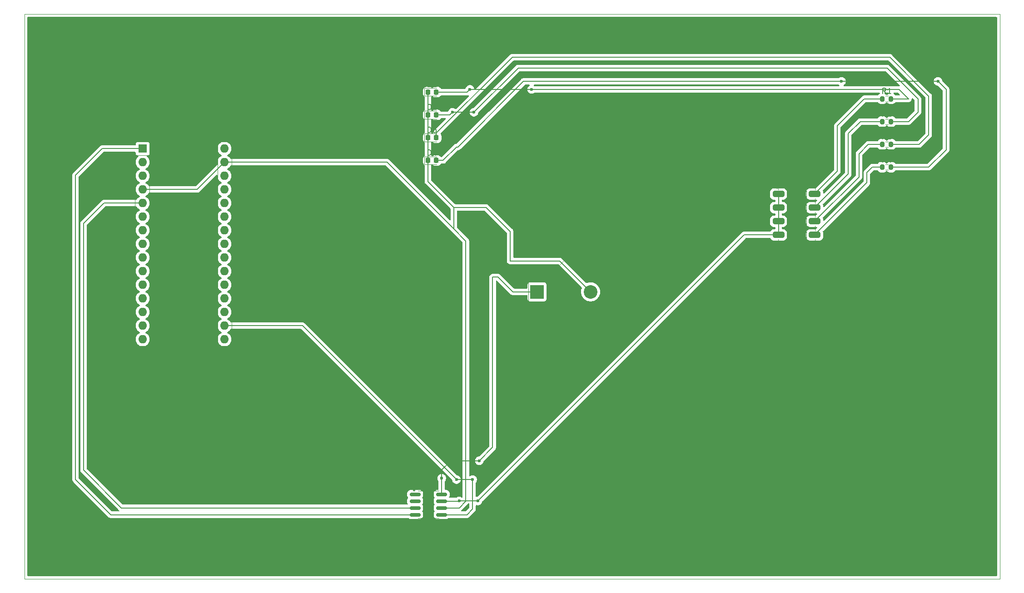
<source format=gts>
%TF.GenerationSoftware,KiCad,Pcbnew,9.0.0*%
%TF.CreationDate,2025-04-05T19:49:26+05:30*%
%TF.ProjectId,Power Monitor System,506f7765-7220-44d6-9f6e-69746f722053,rev?*%
%TF.SameCoordinates,Original*%
%TF.FileFunction,Soldermask,Top*%
%TF.FilePolarity,Negative*%
%FSLAX46Y46*%
G04 Gerber Fmt 4.6, Leading zero omitted, Abs format (unit mm)*
G04 Created by KiCad (PCBNEW 9.0.0) date 2025-04-05 19:49:26*
%MOMM*%
%LPD*%
G01*
G04 APERTURE LIST*
G04 Aperture macros list*
%AMRoundRect*
0 Rectangle with rounded corners*
0 $1 Rounding radius*
0 $2 $3 $4 $5 $6 $7 $8 $9 X,Y pos of 4 corners*
0 Add a 4 corners polygon primitive as box body*
4,1,4,$2,$3,$4,$5,$6,$7,$8,$9,$2,$3,0*
0 Add four circle primitives for the rounded corners*
1,1,$1+$1,$2,$3*
1,1,$1+$1,$4,$5*
1,1,$1+$1,$6,$7*
1,1,$1+$1,$8,$9*
0 Add four rect primitives between the rounded corners*
20,1,$1+$1,$2,$3,$4,$5,0*
20,1,$1+$1,$4,$5,$6,$7,0*
20,1,$1+$1,$6,$7,$8,$9,0*
20,1,$1+$1,$8,$9,$2,$3,0*%
G04 Aperture macros list end*
%ADD10R,1.600000X1.600000*%
%ADD11O,1.600000X1.600000*%
%ADD12RoundRect,0.200000X-0.200000X-0.275000X0.200000X-0.275000X0.200000X0.275000X-0.200000X0.275000X0*%
%ADD13RoundRect,0.218750X-0.218750X-0.256250X0.218750X-0.256250X0.218750X0.256250X-0.218750X0.256250X0*%
%ADD14RoundRect,0.150000X-0.825000X-0.150000X0.825000X-0.150000X0.825000X0.150000X-0.825000X0.150000X0*%
%ADD15R,2.540000X2.540000*%
%ADD16C,2.540000*%
%ADD17RoundRect,0.250000X-0.830000X-0.310000X0.830000X-0.310000X0.830000X0.310000X-0.830000X0.310000X0*%
%TA.AperFunction,ComponentPad*%
%ADD18R,1.600000X1.600000*%
%TD*%
%TA.AperFunction,ComponentPad*%
%ADD19O,1.600000X1.600000*%
%TD*%
%TA.AperFunction,ComponentPad*%
%ADD20R,2.540000X2.540000*%
%TD*%
%TA.AperFunction,ComponentPad*%
%ADD21C,2.540000*%
%TD*%
%TA.AperFunction,ViaPad*%
%ADD22C,0.600000*%
%TD*%
%TA.AperFunction,Conductor*%
%ADD23C,0.200000*%
%TD*%
%TA.AperFunction,SMDPad,CuDef*%
%ADD24RoundRect,0.200000X-0.200000X-0.275000X0.200000X-0.275000X0.200000X0.275000X-0.200000X0.275000X0*%
%TD*%
%TA.AperFunction,SMDPad,CuDef*%
%ADD25RoundRect,0.218750X-0.218750X-0.256250X0.218750X-0.256250X0.218750X0.256250X-0.218750X0.256250X0*%
%TD*%
%TA.AperFunction,SMDPad,CuDef*%
%ADD26RoundRect,0.150000X-0.825000X-0.150000X0.825000X-0.150000X0.825000X0.150000X-0.825000X0.150000X0*%
%TD*%
%TA.AperFunction,SMDPad,CuDef*%
%ADD27RoundRect,0.250000X-0.830000X-0.310000X0.830000X-0.310000X0.830000X0.310000X-0.830000X0.310000X0*%
%TD*%
%ADD28C,0.150000*%
%ADD29C,0.120000*%
%ADD30C,0.000000*%
%TA.AperFunction,Profile*%
%ADD31C,0.050000*%
%TD*%
G04 APERTURE END LIST*
D10*
%TO.C,A1*%
X81260000Y-67550000D03*
D11*
X81260000Y-70090000D03*
X81260000Y-72630000D03*
X81260000Y-75170000D03*
X81260000Y-77710000D03*
X81260000Y-80250000D03*
X81260000Y-82790000D03*
X81260000Y-85330000D03*
X81260000Y-87870000D03*
X81260000Y-90410000D03*
X81260000Y-92950000D03*
X81260000Y-95490000D03*
X81260000Y-98030000D03*
X81260000Y-100570000D03*
X81260000Y-103110000D03*
X96500000Y-103110000D03*
X96500000Y-100570000D03*
X96500000Y-98030000D03*
X96500000Y-95490000D03*
X96500000Y-92950000D03*
X96500000Y-90410000D03*
X96500000Y-87870000D03*
X96500000Y-85330000D03*
X96500000Y-82790000D03*
X96500000Y-80250000D03*
X96500000Y-77710000D03*
X96500000Y-75170000D03*
X96500000Y-72630000D03*
X96500000Y-70090000D03*
X96500000Y-67550000D03*
%TD*%
D12*
%TO.C,R1*%
X219100000Y-58250000D03*
X220750000Y-58250000D03*
%TD*%
%TO.C,R3*%
X219100000Y-66750000D03*
X220750000Y-66750000D03*
%TD*%
D13*
%TO.C,D1*%
X134425000Y-57000000D03*
X136000000Y-57000000D03*
%TD*%
%TO.C,D2*%
X134425000Y-61250000D03*
X136000000Y-61250000D03*
%TD*%
D14*
%TO.C,U1*%
X132050000Y-132000000D03*
X132050000Y-133270000D03*
X132050000Y-134540000D03*
X132050000Y-135810000D03*
X137000000Y-135810000D03*
X137000000Y-134540000D03*
X137000000Y-133270000D03*
X137000000Y-132000000D03*
%TD*%
D13*
%TO.C,D4*%
X134425000Y-69750000D03*
X136000000Y-69750000D03*
%TD*%
D12*
%TO.C,R4*%
X219100000Y-71000000D03*
X220750000Y-71000000D03*
%TD*%
D15*
%TO.C,BT1*%
X154767800Y-94250000D03*
D16*
X164750000Y-94250000D03*
%TD*%
D13*
%TO.C,D3*%
X134425000Y-65500000D03*
X136000000Y-65500000D03*
%TD*%
D17*
%TO.C,SW1*%
X199770000Y-76000000D03*
X199770000Y-78540000D03*
X199770000Y-81080000D03*
X199770000Y-83620000D03*
X206500000Y-83620000D03*
X206500000Y-81080000D03*
X206500000Y-78540000D03*
X206500000Y-76000000D03*
%TD*%
D12*
%TO.C,R2*%
X219100000Y-62500000D03*
X220750000Y-62500000D03*
%TD*%
D18*
%TO.P,A1,1,D1/TX*%
%TO.N,Net-(A1-D1{slash}TX)*%
X81260000Y-67550000D03*
D19*
%TO.P,A1,2,D0/RX*%
%TO.N,unconnected-(A1-D0{slash}RX-Pad2)*%
X81260000Y-70090000D03*
%TO.P,A1,3,~{RESET}*%
%TO.N,unconnected-(A1-~{RESET}-Pad3)*%
X81260000Y-72630000D03*
%TO.P,A1,4,GND*%
%TO.N,Net-(U1-GND)*%
X81260000Y-75170000D03*
%TO.P,A1,5,D2*%
%TO.N,Net-(A1-D2)*%
X81260000Y-77710000D03*
%TO.P,A1,6,D3*%
%TO.N,unconnected-(A1-D3-Pad6)*%
X81260000Y-80250000D03*
%TO.P,A1,7,D4*%
%TO.N,unconnected-(A1-D4-Pad7)*%
X81260000Y-82790000D03*
%TO.P,A1,8,D5*%
%TO.N,unconnected-(A1-D5-Pad8)*%
X81260000Y-85330000D03*
%TO.P,A1,9,D6*%
%TO.N,unconnected-(A1-D6-Pad9)*%
X81260000Y-87870000D03*
%TO.P,A1,10,D7*%
%TO.N,unconnected-(A1-D7-Pad10)*%
X81260000Y-90410000D03*
%TO.P,A1,11,D8*%
%TO.N,unconnected-(A1-D8-Pad11)*%
X81260000Y-92950000D03*
%TO.P,A1,12,D9*%
%TO.N,unconnected-(A1-D9-Pad12)*%
X81260000Y-95490000D03*
%TO.P,A1,13,D10/CS*%
%TO.N,unconnected-(A1-D10{slash}CS-Pad13)*%
X81260000Y-98030000D03*
%TO.P,A1,14,D11/COPI*%
%TO.N,unconnected-(A1-D11{slash}COPI-Pad14)*%
X81260000Y-100570000D03*
%TO.P,A1,15,D12/CIPO*%
%TO.N,unconnected-(A1-D12{slash}CIPO-Pad15)*%
X81260000Y-103110000D03*
%TO.P,A1,16,D13/SCK*%
%TO.N,unconnected-(A1-D13{slash}SCK-Pad16)*%
X96500000Y-103110000D03*
%TO.P,A1,17,3V3*%
%TO.N,Net-(A1-3V3)*%
X96500000Y-100570000D03*
%TO.P,A1,18,B0*%
%TO.N,unconnected-(A1-B0-Pad18)*%
X96500000Y-98030000D03*
%TO.P,A1,19,A0*%
%TO.N,unconnected-(A1-A0-Pad19)*%
X96500000Y-95490000D03*
%TO.P,A1,20,A1*%
%TO.N,unconnected-(A1-A1-Pad20)*%
X96500000Y-92950000D03*
%TO.P,A1,21,A2*%
%TO.N,unconnected-(A1-A2-Pad21)*%
X96500000Y-90410000D03*
%TO.P,A1,22,A3*%
%TO.N,unconnected-(A1-A3-Pad22)*%
X96500000Y-87870000D03*
%TO.P,A1,23,SDA/A4*%
%TO.N,unconnected-(A1-SDA{slash}A4-Pad23)*%
X96500000Y-85330000D03*
%TO.P,A1,24,SCL/A5*%
%TO.N,unconnected-(A1-SCL{slash}A5-Pad24)*%
X96500000Y-82790000D03*
%TO.P,A1,25,A6*%
%TO.N,unconnected-(A1-A6-Pad25)*%
X96500000Y-80250000D03*
%TO.P,A1,26,A7*%
%TO.N,unconnected-(A1-A7-Pad26)*%
X96500000Y-77710000D03*
%TO.P,A1,27,VUSB/5V*%
%TO.N,unconnected-(A1-VUSB{slash}5V-Pad27)*%
X96500000Y-75170000D03*
%TO.P,A1,28,B1*%
%TO.N,unconnected-(A1-B1-Pad28)*%
X96500000Y-72630000D03*
%TO.P,A1,29,GND*%
%TO.N,Net-(U1-GND)*%
X96500000Y-70090000D03*
%TO.P,A1,30,VIN*%
%TO.N,unconnected-(A1-VIN-Pad30)*%
X96500000Y-67550000D03*
%TD*%
D20*
%TO.P,BT1,1,+*%
%TO.N,Net-(BT1-+)*%
X154767800Y-94250000D03*
D21*
%TO.P,BT1,2,-*%
%TO.N,Net-(U1-GND)*%
X164750000Y-94250000D03*
%TD*%
D22*
%TO.N,Net-(U1-GND)*%
X142250000Y-56500000D03*
X153750000Y-56500000D03*
%TO.N,Net-(A1-3V3)*%
X139750000Y-129250000D03*
X142750000Y-129250000D03*
%TO.N,Net-(BT1-+)*%
X137000000Y-129000000D03*
X144000000Y-125750000D03*
%TO.N,Net-(D2-A)*%
X139000000Y-60750000D03*
X143000000Y-60750000D03*
%TO.N,Net-(D4-A)*%
X211500000Y-55000000D03*
X229500000Y-55000000D03*
%TO.N,Net-(U1-IN-)*%
X143750000Y-133250000D03*
X140250000Y-133250000D03*
%TD*%
D23*
%TO.N,Net-(U1-GND)*%
X153750000Y-56500000D02*
X142250000Y-56500000D01*
%TO.N,Net-(A1-3V3)*%
X139750000Y-129250000D02*
X142750000Y-129250000D01*
%TO.N,Net-(BT1-+)*%
X137000000Y-129000000D02*
X137000000Y-127500000D01*
X137000000Y-127500000D02*
X138750000Y-125750000D01*
X138750000Y-125750000D02*
X144000000Y-125750000D01*
%TO.N,Net-(D2-A)*%
X143000000Y-60750000D02*
X139000000Y-60750000D01*
%TO.N,Net-(D4-A)*%
X211500000Y-55000000D02*
X229500000Y-55000000D01*
%TO.N,Net-(U1-IN-)*%
X143500000Y-133250000D02*
X143750000Y-133250000D01*
X140250000Y-133250000D02*
X143500000Y-133250000D01*
%TD*%
D10*
%TO.C,A1*%
X81260000Y-67550000D03*
D11*
X81260000Y-70090000D03*
X81260000Y-72630000D03*
X81260000Y-75170000D03*
X81260000Y-77710000D03*
X81260000Y-80250000D03*
X81260000Y-82790000D03*
X81260000Y-85330000D03*
X81260000Y-87870000D03*
X81260000Y-90410000D03*
X81260000Y-92950000D03*
X81260000Y-95490000D03*
X81260000Y-98030000D03*
X81260000Y-100570000D03*
X81260000Y-103110000D03*
X96500000Y-103110000D03*
X96500000Y-100570000D03*
X96500000Y-98030000D03*
X96500000Y-95490000D03*
X96500000Y-92950000D03*
X96500000Y-90410000D03*
X96500000Y-87870000D03*
X96500000Y-85330000D03*
X96500000Y-82790000D03*
X96500000Y-80250000D03*
X96500000Y-77710000D03*
X96500000Y-75170000D03*
X96500000Y-72630000D03*
X96500000Y-70090000D03*
X96500000Y-67550000D03*
%TD*%
D15*
%TO.C,BT1*%
X154767800Y-94250000D03*
D16*
X164750000Y-94250000D03*
%TD*%
D18*
%TO.P,A1,1,D1/TX*%
%TO.N,Net-(A1-D1{slash}TX)*%
X81260000Y-67550000D03*
D19*
%TO.P,A1,2,D0/RX*%
%TO.N,unconnected-(A1-D0{slash}RX-Pad2)*%
X81260000Y-70090000D03*
%TO.P,A1,3,~{RESET}*%
%TO.N,unconnected-(A1-~{RESET}-Pad3)*%
X81260000Y-72630000D03*
%TO.P,A1,4,GND*%
%TO.N,Net-(U1-GND)*%
X81260000Y-75170000D03*
%TO.P,A1,5,D2*%
%TO.N,Net-(A1-D2)*%
X81260000Y-77710000D03*
%TO.P,A1,6,D3*%
%TO.N,unconnected-(A1-D3-Pad6)*%
X81260000Y-80250000D03*
%TO.P,A1,7,D4*%
%TO.N,unconnected-(A1-D4-Pad7)*%
X81260000Y-82790000D03*
%TO.P,A1,8,D5*%
%TO.N,unconnected-(A1-D5-Pad8)*%
X81260000Y-85330000D03*
%TO.P,A1,9,D6*%
%TO.N,unconnected-(A1-D6-Pad9)*%
X81260000Y-87870000D03*
%TO.P,A1,10,D7*%
%TO.N,unconnected-(A1-D7-Pad10)*%
X81260000Y-90410000D03*
%TO.P,A1,11,D8*%
%TO.N,unconnected-(A1-D8-Pad11)*%
X81260000Y-92950000D03*
%TO.P,A1,12,D9*%
%TO.N,unconnected-(A1-D9-Pad12)*%
X81260000Y-95490000D03*
%TO.P,A1,13,D10/CS*%
%TO.N,unconnected-(A1-D10{slash}CS-Pad13)*%
X81260000Y-98030000D03*
%TO.P,A1,14,D11/COPI*%
%TO.N,unconnected-(A1-D11{slash}COPI-Pad14)*%
X81260000Y-100570000D03*
%TO.P,A1,15,D12/CIPO*%
%TO.N,unconnected-(A1-D12{slash}CIPO-Pad15)*%
X81260000Y-103110000D03*
%TO.P,A1,16,D13/SCK*%
%TO.N,unconnected-(A1-D13{slash}SCK-Pad16)*%
X96500000Y-103110000D03*
%TO.P,A1,17,3V3*%
%TO.N,Net-(A1-3V3)*%
X96500000Y-100570000D03*
%TO.P,A1,18,B0*%
%TO.N,unconnected-(A1-B0-Pad18)*%
X96500000Y-98030000D03*
%TO.P,A1,19,A0*%
%TO.N,unconnected-(A1-A0-Pad19)*%
X96500000Y-95490000D03*
%TO.P,A1,20,A1*%
%TO.N,unconnected-(A1-A1-Pad20)*%
X96500000Y-92950000D03*
%TO.P,A1,21,A2*%
%TO.N,unconnected-(A1-A2-Pad21)*%
X96500000Y-90410000D03*
%TO.P,A1,22,A3*%
%TO.N,unconnected-(A1-A3-Pad22)*%
X96500000Y-87870000D03*
%TO.P,A1,23,SDA/A4*%
%TO.N,unconnected-(A1-SDA{slash}A4-Pad23)*%
X96500000Y-85330000D03*
%TO.P,A1,24,SCL/A5*%
%TO.N,unconnected-(A1-SCL{slash}A5-Pad24)*%
X96500000Y-82790000D03*
%TO.P,A1,25,A6*%
%TO.N,unconnected-(A1-A6-Pad25)*%
X96500000Y-80250000D03*
%TO.P,A1,26,A7*%
%TO.N,unconnected-(A1-A7-Pad26)*%
X96500000Y-77710000D03*
%TO.P,A1,27,VUSB/5V*%
%TO.N,unconnected-(A1-VUSB{slash}5V-Pad27)*%
X96500000Y-75170000D03*
%TO.P,A1,28,B1*%
%TO.N,unconnected-(A1-B1-Pad28)*%
X96500000Y-72630000D03*
%TO.P,A1,29,GND*%
%TO.N,Net-(U1-GND)*%
X96500000Y-70090000D03*
%TO.P,A1,30,VIN*%
%TO.N,unconnected-(A1-VIN-Pad30)*%
X96500000Y-67550000D03*
%TD*%
D24*
%TO.P,R1,1*%
%TO.N,Net-(R1-Pad1)*%
X219100000Y-58250000D03*
%TO.P,R1,2*%
%TO.N,Net-(U1-GND)*%
X220750000Y-58250000D03*
%TD*%
%TO.P,R3,1*%
%TO.N,Net-(R3-Pad1)*%
X219100000Y-66750000D03*
%TO.P,R3,2*%
%TO.N,Net-(D3-A)*%
X220750000Y-66750000D03*
%TD*%
D25*
%TO.P,D1,1,K*%
%TO.N,Net-(U1-GND)*%
X134425000Y-57000000D03*
%TO.P,D1,2,A*%
X136000000Y-57000000D03*
%TD*%
%TO.P,D2,1,K*%
%TO.N,Net-(U1-GND)*%
X134425000Y-61250000D03*
%TO.P,D2,2,A*%
%TO.N,Net-(D2-A)*%
X136000000Y-61250000D03*
%TD*%
D26*
%TO.P,U1,1,A1*%
%TO.N,unconnected-(U1-A1-Pad1)*%
X132050000Y-132000000D03*
%TO.P,U1,2,A0*%
%TO.N,unconnected-(U1-A0-Pad2)*%
X132050000Y-133270000D03*
%TO.P,U1,3,SDA*%
%TO.N,Net-(A1-D2)*%
X132050000Y-134540000D03*
%TO.P,U1,4,SCL*%
%TO.N,Net-(A1-D1{slash}TX)*%
X132050000Y-135810000D03*
%TO.P,U1,5,VS*%
%TO.N,Net-(A1-3V3)*%
X137000000Y-135810000D03*
%TO.P,U1,6,GND*%
%TO.N,Net-(U1-GND)*%
X137000000Y-134540000D03*
%TO.P,U1,7,IN-*%
%TO.N,Net-(U1-IN-)*%
X137000000Y-133270000D03*
%TO.P,U1,8,IN+*%
%TO.N,Net-(BT1-+)*%
X137000000Y-132000000D03*
%TD*%
D25*
%TO.P,D4,1,K*%
%TO.N,Net-(U1-GND)*%
X134425000Y-69750000D03*
%TO.P,D4,2,A*%
%TO.N,Net-(D4-A)*%
X136000000Y-69750000D03*
%TD*%
D24*
%TO.P,R4,1*%
%TO.N,Net-(R4-Pad1)*%
X219100000Y-71000000D03*
%TO.P,R4,2*%
%TO.N,Net-(D4-A)*%
X220750000Y-71000000D03*
%TD*%
D20*
%TO.P,BT1,1,+*%
%TO.N,Net-(BT1-+)*%
X154767800Y-94250000D03*
D21*
%TO.P,BT1,2,-*%
%TO.N,Net-(U1-GND)*%
X164750000Y-94250000D03*
%TD*%
D25*
%TO.P,D3,1,K*%
%TO.N,Net-(U1-GND)*%
X134425000Y-65500000D03*
%TO.P,D3,2,A*%
%TO.N,Net-(D3-A)*%
X136000000Y-65500000D03*
%TD*%
D27*
%TO.P,SW1,1*%
%TO.N,Net-(U1-IN-)*%
X199770000Y-76000000D03*
%TO.P,SW1,2*%
X199770000Y-78540000D03*
%TO.P,SW1,3*%
X199770000Y-81080000D03*
%TO.P,SW1,4*%
X199770000Y-83620000D03*
%TO.P,SW1,5*%
%TO.N,Net-(R4-Pad1)*%
X206500000Y-83620000D03*
%TO.P,SW1,6*%
%TO.N,Net-(R3-Pad1)*%
X206500000Y-81080000D03*
%TO.P,SW1,7*%
%TO.N,Net-(R2-Pad1)*%
X206500000Y-78540000D03*
%TO.P,SW1,8*%
%TO.N,Net-(R1-Pad1)*%
X206500000Y-76000000D03*
%TD*%
D24*
%TO.P,R2,1*%
%TO.N,Net-(R2-Pad1)*%
X219100000Y-62500000D03*
%TO.P,R2,2*%
%TO.N,Net-(D2-A)*%
X220750000Y-62500000D03*
%TD*%
D22*
%TO.N,Net-(U1-GND)*%
X142250000Y-56500000D03*
X153750000Y-56500000D03*
%TO.N,Net-(A1-3V3)*%
X139750000Y-129250000D03*
X142750000Y-129250000D03*
%TO.N,Net-(BT1-+)*%
X137000000Y-129000000D03*
X144000000Y-125750000D03*
%TO.N,Net-(D2-A)*%
X139000000Y-60750000D03*
X143000000Y-60750000D03*
%TO.N,Net-(D4-A)*%
X211500000Y-55000000D03*
X229500000Y-55000000D03*
%TO.N,Net-(U1-IN-)*%
X143750000Y-133250000D03*
X140250000Y-133250000D03*
%TD*%
D23*
%TO.N,Net-(U1-GND)*%
X139250000Y-78500000D02*
X139250000Y-82500000D01*
X139250000Y-82500000D02*
X141500000Y-84750000D01*
X145250000Y-78500000D02*
X149750000Y-83000000D01*
X141500000Y-133290000D02*
X140250000Y-134540000D01*
X134425000Y-69750000D02*
X134425000Y-65500000D01*
X142250000Y-56500000D02*
X142000000Y-56500000D01*
X134425000Y-69750000D02*
X134425000Y-73675000D01*
X141750000Y-57000000D02*
X136000000Y-57000000D01*
X149750000Y-83000000D02*
X149750000Y-88500000D01*
X81260000Y-75170000D02*
X91420000Y-75170000D01*
X149750000Y-88500000D02*
X159000000Y-88500000D01*
X134425000Y-73675000D02*
X139250000Y-78500000D01*
X141500000Y-84750000D02*
X141500000Y-133290000D01*
X126840000Y-70090000D02*
X139250000Y-82500000D01*
X159000000Y-88500000D02*
X164750000Y-94250000D01*
X96500000Y-70090000D02*
X126840000Y-70090000D01*
X91420000Y-75170000D02*
X96500000Y-70090000D01*
X142250000Y-56500000D02*
X141750000Y-57000000D01*
X224000000Y-58250000D02*
X220750000Y-58250000D01*
X153750000Y-56500000D02*
X222250000Y-56500000D01*
X134425000Y-61250000D02*
X134425000Y-57000000D01*
X222250000Y-56500000D02*
X224000000Y-58250000D01*
X139250000Y-78500000D02*
X145250000Y-78500000D01*
X137000000Y-134540000D02*
X140250000Y-134540000D01*
X134425000Y-65500000D02*
X134425000Y-61250000D01*
%TO.N,Net-(A1-3V3)*%
X142750000Y-134750000D02*
X141690000Y-135810000D01*
X111070000Y-100570000D02*
X139750000Y-129250000D01*
X141690000Y-135810000D02*
X137000000Y-135810000D01*
X96500000Y-100570000D02*
X111070000Y-100570000D01*
X142750000Y-129250000D02*
X142750000Y-134750000D01*
%TO.N,Net-(A1-D2)*%
X77290000Y-134540000D02*
X132050000Y-134540000D01*
X74040000Y-77710000D02*
X70250000Y-81500000D01*
X70250000Y-127500000D02*
X77290000Y-134540000D01*
X70250000Y-81500000D02*
X70250000Y-127500000D01*
X81260000Y-77710000D02*
X74040000Y-77710000D01*
%TO.N,Net-(A1-D1{slash}TX)*%
X68750000Y-129250000D02*
X75310000Y-135810000D01*
X68750000Y-72500000D02*
X68750000Y-129250000D01*
X73700000Y-67550000D02*
X68750000Y-72500000D01*
X73700000Y-67550000D02*
X81260000Y-67550000D01*
X75310000Y-135810000D02*
X132050000Y-135810000D01*
%TO.N,Net-(BT1-+)*%
X146500000Y-91500000D02*
X147500000Y-91500000D01*
X150250000Y-94250000D02*
X154767800Y-94250000D01*
X147500000Y-91500000D02*
X150250000Y-94250000D01*
X146500000Y-123250000D02*
X146500000Y-91500000D01*
X144000000Y-125750000D02*
X146500000Y-123250000D01*
X137000000Y-132000000D02*
X137000000Y-129000000D01*
%TO.N,Net-(D2-A)*%
X225750000Y-60750000D02*
X224000000Y-62500000D01*
X139000000Y-60750000D02*
X138500000Y-61250000D01*
X151250000Y-52500000D02*
X220000000Y-52500000D01*
X138500000Y-61250000D02*
X136000000Y-61250000D01*
X143000000Y-60750000D02*
X151250000Y-52500000D01*
X225750000Y-58250000D02*
X225750000Y-60750000D01*
X220000000Y-52500000D02*
X225750000Y-58250000D01*
X224000000Y-62500000D02*
X220750000Y-62500000D01*
%TO.N,Net-(D3-A)*%
X227750000Y-65000000D02*
X227750000Y-57750000D01*
X226000000Y-66750000D02*
X227750000Y-65000000D01*
X150160000Y-50500000D02*
X136000000Y-64660000D01*
X227750000Y-57750000D02*
X220500000Y-50500000D01*
X220500000Y-50500000D02*
X150160000Y-50500000D01*
X220750000Y-66750000D02*
X226000000Y-66750000D01*
X136000000Y-64660000D02*
X136000000Y-65500000D01*
%TO.N,Net-(D4-A)*%
X231000000Y-56500000D02*
X231000000Y-67750000D01*
X229500000Y-55000000D02*
X231000000Y-56500000D01*
X140000000Y-67250000D02*
X139750000Y-67250000D01*
X231000000Y-67750000D02*
X227750000Y-71000000D01*
X227750000Y-71000000D02*
X220750000Y-71000000D01*
X140000000Y-67250000D02*
X152250000Y-55000000D01*
X139750000Y-67250000D02*
X137250000Y-69750000D01*
X152250000Y-55000000D02*
X211500000Y-55000000D01*
X137250000Y-69750000D02*
X136000000Y-69750000D01*
%TO.N,Net-(R1-Pad1)*%
X210750000Y-63250000D02*
X215750000Y-58250000D01*
X206500000Y-76000000D02*
X210750000Y-71750000D01*
X210750000Y-71750000D02*
X210750000Y-63250000D01*
X215750000Y-58250000D02*
X219100000Y-58250000D01*
%TO.N,Net-(R2-Pad1)*%
X212750000Y-72290000D02*
X206500000Y-78540000D01*
X215000000Y-62500000D02*
X219100000Y-62500000D01*
X212750000Y-64750000D02*
X212750000Y-72290000D01*
X212750000Y-64750000D02*
X215000000Y-62500000D01*
%TO.N,Net-(R3-Pad1)*%
X214750000Y-72830000D02*
X206500000Y-81080000D01*
X214750000Y-72830000D02*
X214750000Y-68500000D01*
X216500000Y-66750000D02*
X219100000Y-66750000D01*
X214750000Y-68500000D02*
X216500000Y-66750000D01*
%TO.N,Net-(R4-Pad1)*%
X216250000Y-73870000D02*
X216250000Y-72000000D01*
X216250000Y-72000000D02*
X217250000Y-71000000D01*
X217250000Y-71000000D02*
X219100000Y-71000000D01*
X206500000Y-83620000D02*
X216250000Y-73870000D01*
%TO.N,Net-(U1-IN-)*%
X143750000Y-133250000D02*
X193380000Y-83620000D01*
X199770000Y-81080000D02*
X199770000Y-78540000D01*
X137000000Y-133270000D02*
X140230000Y-133270000D01*
X199770000Y-83620000D02*
X199770000Y-81080000D01*
X199770000Y-78540000D02*
X199770000Y-76000000D01*
X140230000Y-133270000D02*
X140250000Y-133250000D01*
X193380000Y-83620000D02*
X199770000Y-83620000D01*
%TD*%
%TA.AperFunction,Conductor*%
%TO.N,GND*%
G36*
X79902540Y-68170185D02*
G01*
X79948295Y-68222989D01*
X79959501Y-68274500D01*
X79959501Y-68397876D01*
X79965908Y-68457483D01*
X80016202Y-68592328D01*
X80016206Y-68592335D01*
X80102452Y-68707544D01*
X80102455Y-68707547D01*
X80217664Y-68793793D01*
X80217671Y-68793797D01*
X80262618Y-68810561D01*
X80352517Y-68844091D01*
X80389441Y-68848060D01*
X80453989Y-68874796D01*
X80493838Y-68932188D01*
X80496333Y-69002013D01*
X80460681Y-69062102D01*
X80449071Y-69071666D01*
X80412784Y-69098030D01*
X80268028Y-69242786D01*
X80147715Y-69408386D01*
X80054781Y-69590776D01*
X79991522Y-69785465D01*
X79959500Y-69987648D01*
X79959500Y-70192351D01*
X79991522Y-70394534D01*
X80054781Y-70589223D01*
X80147715Y-70771613D01*
X80268028Y-70937213D01*
X80412786Y-71081971D01*
X80567749Y-71194556D01*
X80578390Y-71202287D01*
X80669840Y-71248883D01*
X80671080Y-71249515D01*
X80721876Y-71297490D01*
X80738671Y-71365311D01*
X80716134Y-71431446D01*
X80671080Y-71470485D01*
X80578386Y-71517715D01*
X80412786Y-71638028D01*
X80268028Y-71782786D01*
X80147715Y-71948386D01*
X80054781Y-72130776D01*
X79991522Y-72325465D01*
X79959500Y-72527648D01*
X79959500Y-72732351D01*
X79991522Y-72934534D01*
X80054781Y-73129223D01*
X80118691Y-73254653D01*
X80147158Y-73310521D01*
X80147715Y-73311613D01*
X80268028Y-73477213D01*
X80412786Y-73621971D01*
X80567749Y-73734556D01*
X80578390Y-73742287D01*
X80669840Y-73788883D01*
X80671080Y-73789515D01*
X80721876Y-73837490D01*
X80738671Y-73905311D01*
X80716134Y-73971446D01*
X80671080Y-74010485D01*
X80578386Y-74057715D01*
X80412786Y-74178028D01*
X80268028Y-74322786D01*
X80147715Y-74488386D01*
X80054781Y-74670776D01*
X79991522Y-74865465D01*
X79959500Y-75067648D01*
X79959500Y-75272351D01*
X79991522Y-75474534D01*
X80054781Y-75669223D01*
X80147715Y-75851613D01*
X80268028Y-76017213D01*
X80412786Y-76161971D01*
X80567749Y-76274556D01*
X80578390Y-76282287D01*
X80669840Y-76328883D01*
X80671080Y-76329515D01*
X80721876Y-76377490D01*
X80738671Y-76445311D01*
X80716134Y-76511446D01*
X80671080Y-76550485D01*
X80578386Y-76597715D01*
X80412786Y-76718028D01*
X80268028Y-76862786D01*
X80147715Y-77028385D01*
X80140883Y-77041795D01*
X80092909Y-77092591D01*
X80030398Y-77109500D01*
X73960940Y-77109500D01*
X73920019Y-77120464D01*
X73920019Y-77120465D01*
X73882751Y-77130451D01*
X73808214Y-77150423D01*
X73808209Y-77150426D01*
X73671290Y-77229475D01*
X73671282Y-77229481D01*
X69769481Y-81131282D01*
X69769479Y-81131285D01*
X69722851Y-81212049D01*
X69722850Y-81212050D01*
X69690423Y-81268214D01*
X69690423Y-81268215D01*
X69649499Y-81420943D01*
X69649499Y-81420945D01*
X69649499Y-81589046D01*
X69649500Y-81589059D01*
X69649500Y-127413330D01*
X69649499Y-127413348D01*
X69649499Y-127579054D01*
X69649498Y-127579054D01*
X69690423Y-127731785D01*
X69719358Y-127781900D01*
X69719359Y-127781904D01*
X69719360Y-127781904D01*
X69769479Y-127868714D01*
X69769481Y-127868717D01*
X69888349Y-127987585D01*
X69888355Y-127987590D01*
X76809478Y-134908713D01*
X76809480Y-134908716D01*
X76898584Y-134997820D01*
X76932068Y-135059141D01*
X76932067Y-135059142D01*
X76932068Y-135059143D01*
X76927084Y-135128834D01*
X76903894Y-135159812D01*
X76893888Y-135173179D01*
X76885212Y-135184768D01*
X76855315Y-135195918D01*
X76819749Y-135209184D01*
X76810902Y-135209500D01*
X75610097Y-135209500D01*
X75543058Y-135189815D01*
X75522416Y-135173181D01*
X69386819Y-129037584D01*
X69353334Y-128976261D01*
X69350500Y-128949903D01*
X69350500Y-72800097D01*
X69370185Y-72733058D01*
X69386819Y-72712416D01*
X73912416Y-68186819D01*
X73973739Y-68153334D01*
X74000097Y-68150500D01*
X79835501Y-68150500D01*
X79902540Y-68170185D01*
G37*
%TD.AperFunction*%
%TA.AperFunction,Conductor*%
G36*
X142068834Y-133672916D02*
G01*
X142124767Y-133714788D01*
X142149184Y-133780252D01*
X142149500Y-133789098D01*
X142149500Y-134449903D01*
X142129815Y-134516942D01*
X142113181Y-134537584D01*
X141477584Y-135173181D01*
X141416261Y-135206666D01*
X141389903Y-135209500D01*
X140729099Y-135209500D01*
X140707855Y-135203262D01*
X140685768Y-135201683D01*
X140674982Y-135193609D01*
X140662060Y-135189815D01*
X140647561Y-135173083D01*
X140629833Y-135159812D01*
X140625124Y-135147189D01*
X140616305Y-135137011D01*
X140613154Y-135115096D01*
X140605415Y-135094349D01*
X140608278Y-135081186D01*
X140606361Y-135067853D01*
X140615559Y-135047710D01*
X140620266Y-135026075D01*
X140633536Y-135008346D01*
X140635386Y-135004297D01*
X140641416Y-134997821D01*
X140641417Y-134997819D01*
X140657453Y-134981783D01*
X140730520Y-134908716D01*
X140730521Y-134908713D01*
X141858506Y-133780728D01*
X141858511Y-133780724D01*
X141868714Y-133770520D01*
X141868716Y-133770520D01*
X141937819Y-133701417D01*
X141999142Y-133667932D01*
X142068834Y-133672916D01*
G37*
%TD.AperFunction*%
%TA.AperFunction,Conductor*%
G36*
X220266942Y-51120185D02*
G01*
X220287584Y-51136819D01*
X227113181Y-57962416D01*
X227146666Y-58023739D01*
X227149500Y-58050097D01*
X227149500Y-64699902D01*
X227129815Y-64766941D01*
X227113181Y-64787583D01*
X225787584Y-66113181D01*
X225726261Y-66146666D01*
X225699903Y-66149500D01*
X221641715Y-66149500D01*
X221574676Y-66129815D01*
X221535598Y-66089650D01*
X221505472Y-66039815D01*
X221505470Y-66039813D01*
X221505469Y-66039811D01*
X221385188Y-65919530D01*
X221239606Y-65831522D01*
X221077196Y-65780914D01*
X221077194Y-65780913D01*
X221077192Y-65780913D01*
X221027778Y-65776423D01*
X221006616Y-65774500D01*
X220493384Y-65774500D01*
X220474145Y-65776248D01*
X220422807Y-65780913D01*
X220260393Y-65831522D01*
X220114811Y-65919530D01*
X220114810Y-65919531D01*
X220012681Y-66021661D01*
X219951358Y-66055146D01*
X219881666Y-66050162D01*
X219837319Y-66021661D01*
X219735188Y-65919530D01*
X219589606Y-65831522D01*
X219427196Y-65780914D01*
X219427194Y-65780913D01*
X219427192Y-65780913D01*
X219377778Y-65776423D01*
X219356616Y-65774500D01*
X218843384Y-65774500D01*
X218824145Y-65776248D01*
X218772807Y-65780913D01*
X218610393Y-65831522D01*
X218464811Y-65919530D01*
X218344530Y-66039811D01*
X218314402Y-66089650D01*
X218262874Y-66136838D01*
X218208285Y-66149500D01*
X216586670Y-66149500D01*
X216586654Y-66149499D01*
X216579058Y-66149499D01*
X216420943Y-66149499D01*
X216344579Y-66169961D01*
X216268214Y-66190423D01*
X216268209Y-66190426D01*
X216131290Y-66269475D01*
X216131282Y-66269481D01*
X214269481Y-68131282D01*
X214269479Y-68131285D01*
X214219361Y-68218094D01*
X214219359Y-68218096D01*
X214190425Y-68268209D01*
X214190424Y-68268210D01*
X214190423Y-68268215D01*
X214149499Y-68420943D01*
X214149499Y-68420945D01*
X214149499Y-68589046D01*
X214149500Y-68589059D01*
X214149500Y-72529902D01*
X214129815Y-72596941D01*
X214113181Y-72617583D01*
X208292180Y-78438584D01*
X208230857Y-78472069D01*
X208161165Y-78467085D01*
X208105232Y-78425213D01*
X208080815Y-78359749D01*
X208080499Y-78350903D01*
X208080499Y-78179998D01*
X208080498Y-78179981D01*
X208069999Y-78077203D01*
X208069998Y-78077200D01*
X208029849Y-77956041D01*
X208027448Y-77886215D01*
X208059873Y-77829360D01*
X213230520Y-72658716D01*
X213309577Y-72521784D01*
X213350501Y-72369057D01*
X213350501Y-72210942D01*
X213350501Y-72203347D01*
X213350500Y-72203329D01*
X213350500Y-65050097D01*
X213370185Y-64983058D01*
X213386819Y-64962416D01*
X215212417Y-63136819D01*
X215273740Y-63103334D01*
X215300098Y-63100500D01*
X218208285Y-63100500D01*
X218275324Y-63120185D01*
X218314401Y-63160349D01*
X218320807Y-63170945D01*
X218344530Y-63210188D01*
X218464811Y-63330469D01*
X218464813Y-63330470D01*
X218464815Y-63330472D01*
X218610394Y-63418478D01*
X218772804Y-63469086D01*
X218843384Y-63475500D01*
X218843387Y-63475500D01*
X219356613Y-63475500D01*
X219356616Y-63475500D01*
X219427196Y-63469086D01*
X219589606Y-63418478D01*
X219735185Y-63330472D01*
X219736600Y-63329057D01*
X219837319Y-63228339D01*
X219898642Y-63194854D01*
X219968334Y-63199838D01*
X220012681Y-63228339D01*
X220114811Y-63330469D01*
X220114813Y-63330470D01*
X220114815Y-63330472D01*
X220260394Y-63418478D01*
X220422804Y-63469086D01*
X220493384Y-63475500D01*
X220493387Y-63475500D01*
X221006613Y-63475500D01*
X221006616Y-63475500D01*
X221077196Y-63469086D01*
X221239606Y-63418478D01*
X221385185Y-63330472D01*
X221505472Y-63210185D01*
X221535598Y-63160349D01*
X221587126Y-63113162D01*
X221641715Y-63100500D01*
X223913331Y-63100500D01*
X223913347Y-63100501D01*
X223920943Y-63100501D01*
X224079054Y-63100501D01*
X224079057Y-63100501D01*
X224231785Y-63059577D01*
X224303424Y-63018216D01*
X224368716Y-62980520D01*
X224480520Y-62868716D01*
X224480520Y-62868714D01*
X224490724Y-62858511D01*
X224490727Y-62858506D01*
X226230520Y-61118716D01*
X226309577Y-60981784D01*
X226350501Y-60829057D01*
X226350501Y-60670942D01*
X226350501Y-60663347D01*
X226350500Y-60663329D01*
X226350500Y-58339059D01*
X226350501Y-58339046D01*
X226350501Y-58170945D01*
X226350501Y-58170943D01*
X226309577Y-58018215D01*
X226251939Y-57918384D01*
X226230520Y-57881284D01*
X226118716Y-57769480D01*
X226118713Y-57769478D01*
X220487590Y-52138355D01*
X220487588Y-52138352D01*
X220368717Y-52019481D01*
X220368716Y-52019480D01*
X220281904Y-51969360D01*
X220281904Y-51969359D01*
X220281900Y-51969358D01*
X220231785Y-51940423D01*
X220079057Y-51899499D01*
X219920943Y-51899499D01*
X219913347Y-51899499D01*
X219913331Y-51899500D01*
X151336669Y-51899500D01*
X151336653Y-51899499D01*
X151329057Y-51899499D01*
X151170943Y-51899499D01*
X151063587Y-51928265D01*
X151018210Y-51940424D01*
X151018209Y-51940425D01*
X150968096Y-51969359D01*
X150968095Y-51969360D01*
X150924689Y-51994420D01*
X150881285Y-52019479D01*
X150881282Y-52019481D01*
X142985339Y-59915425D01*
X142924016Y-59948910D01*
X142921850Y-59949361D01*
X142766508Y-59980261D01*
X142766498Y-59980264D01*
X142620827Y-60040602D01*
X142620814Y-60040609D01*
X142489711Y-60128210D01*
X142489707Y-60128213D01*
X142378213Y-60239707D01*
X142378210Y-60239711D01*
X142290609Y-60370814D01*
X142290602Y-60370827D01*
X142230264Y-60516498D01*
X142230261Y-60516510D01*
X142199500Y-60671153D01*
X142199500Y-60828846D01*
X142230261Y-60983489D01*
X142230264Y-60983501D01*
X142290602Y-61129172D01*
X142290609Y-61129185D01*
X142378210Y-61260288D01*
X142378213Y-61260292D01*
X142489707Y-61371786D01*
X142489711Y-61371789D01*
X142620814Y-61459390D01*
X142620827Y-61459397D01*
X142766498Y-61519735D01*
X142766503Y-61519737D01*
X142921153Y-61550499D01*
X142921156Y-61550500D01*
X142921158Y-61550500D01*
X143078844Y-61550500D01*
X143078845Y-61550499D01*
X143233497Y-61519737D01*
X143379179Y-61459394D01*
X143510289Y-61371789D01*
X143621789Y-61260289D01*
X143709394Y-61129179D01*
X143713728Y-61118717D01*
X143769735Y-60983501D01*
X143769737Y-60983497D01*
X143789113Y-60886085D01*
X143800638Y-60828150D01*
X143833023Y-60766239D01*
X143834518Y-60764716D01*
X151462416Y-53136819D01*
X151523739Y-53103334D01*
X151550097Y-53100500D01*
X219699903Y-53100500D01*
X219766942Y-53120185D01*
X219787584Y-53136819D01*
X222338583Y-55687818D01*
X222349193Y-55707250D01*
X222363696Y-55723986D01*
X222365613Y-55737319D01*
X222372068Y-55749141D01*
X222370488Y-55771226D01*
X222373640Y-55793145D01*
X222368044Y-55805397D01*
X222367084Y-55818833D01*
X222353814Y-55836558D01*
X222344616Y-55856701D01*
X222333283Y-55863984D01*
X222325212Y-55874766D01*
X222304467Y-55882503D01*
X222285838Y-55894476D01*
X222263918Y-55897627D01*
X222259748Y-55899183D01*
X222250903Y-55899499D01*
X222170943Y-55899499D01*
X222170939Y-55899499D01*
X222163332Y-55899500D01*
X222163331Y-55899499D01*
X222163331Y-55899500D01*
X212003439Y-55899500D01*
X211936400Y-55879815D01*
X211890645Y-55827011D01*
X211880701Y-55757853D01*
X211909726Y-55694297D01*
X211934548Y-55672398D01*
X211987795Y-55636819D01*
X212010289Y-55621789D01*
X212121789Y-55510289D01*
X212209394Y-55379179D01*
X212269737Y-55233497D01*
X212300500Y-55078842D01*
X212300500Y-54921158D01*
X212300500Y-54921155D01*
X212300499Y-54921153D01*
X212269738Y-54766510D01*
X212269737Y-54766503D01*
X212213728Y-54631284D01*
X212209397Y-54620827D01*
X212209390Y-54620814D01*
X212121789Y-54489711D01*
X212121786Y-54489707D01*
X212010292Y-54378213D01*
X212010288Y-54378210D01*
X211879185Y-54290609D01*
X211879172Y-54290602D01*
X211733501Y-54230264D01*
X211733489Y-54230261D01*
X211578845Y-54199500D01*
X211578842Y-54199500D01*
X211421158Y-54199500D01*
X211421155Y-54199500D01*
X211266510Y-54230261D01*
X211266498Y-54230264D01*
X211120827Y-54290602D01*
X211120814Y-54290609D01*
X210989125Y-54378602D01*
X210922447Y-54399480D01*
X210920234Y-54399500D01*
X152329057Y-54399500D01*
X152170943Y-54399500D01*
X152018215Y-54440423D01*
X152018214Y-54440423D01*
X152018212Y-54440424D01*
X152018209Y-54440425D01*
X151968096Y-54469359D01*
X151968095Y-54469360D01*
X151932853Y-54489707D01*
X151881285Y-54519479D01*
X151881282Y-54519481D01*
X151779950Y-54620814D01*
X151769480Y-54631284D01*
X151769478Y-54631286D01*
X145770950Y-60629815D01*
X139787585Y-66613180D01*
X139726262Y-66646665D01*
X139699904Y-66649499D01*
X139670943Y-66649499D01*
X139556397Y-66680192D01*
X139518214Y-66690423D01*
X139497944Y-66702127D01*
X139497941Y-66702128D01*
X139381290Y-66769475D01*
X139381282Y-66769481D01*
X139269478Y-66881286D01*
X137037584Y-69113181D01*
X137010656Y-69127884D01*
X136984838Y-69144477D01*
X136978637Y-69145368D01*
X136976261Y-69146666D01*
X136949903Y-69149500D01*
X136920685Y-69149500D01*
X136853646Y-69129815D01*
X136815148Y-69090599D01*
X136786781Y-69044609D01*
X136667891Y-68925719D01*
X136667887Y-68925716D01*
X136524795Y-68837455D01*
X136524789Y-68837452D01*
X136524787Y-68837451D01*
X136365185Y-68784564D01*
X136365183Y-68784563D01*
X136266681Y-68774500D01*
X136266674Y-68774500D01*
X135733326Y-68774500D01*
X135733318Y-68774500D01*
X135634816Y-68784563D01*
X135634815Y-68784564D01*
X135606964Y-68793793D01*
X135475215Y-68837450D01*
X135475204Y-68837455D01*
X135332112Y-68925716D01*
X135332107Y-68925719D01*
X135300180Y-68957647D01*
X135295955Y-68959953D01*
X135293337Y-68963994D01*
X135265580Y-68976539D01*
X135238856Y-68991132D01*
X135234055Y-68990788D01*
X135229669Y-68992771D01*
X135199539Y-68988319D01*
X135169165Y-68986146D01*
X135164000Y-68983067D01*
X135160549Y-68982558D01*
X135145273Y-68971907D01*
X135130933Y-68963361D01*
X135127774Y-68960602D01*
X135092891Y-68925719D01*
X135075668Y-68915095D01*
X135067933Y-68908340D01*
X135054453Y-68887184D01*
X135037677Y-68868532D01*
X135034965Y-68856599D01*
X135030388Y-68849415D01*
X135030437Y-68836673D01*
X135025500Y-68814944D01*
X135025500Y-66435055D01*
X135045185Y-66368016D01*
X135084403Y-66329517D01*
X135089074Y-66326635D01*
X135092891Y-66324281D01*
X135124819Y-66292353D01*
X135186142Y-66258868D01*
X135255834Y-66263852D01*
X135300181Y-66292353D01*
X135332108Y-66324280D01*
X135332112Y-66324283D01*
X135475204Y-66412544D01*
X135475207Y-66412545D01*
X135475213Y-66412549D01*
X135634815Y-66465436D01*
X135733326Y-66475500D01*
X135733331Y-66475500D01*
X136266669Y-66475500D01*
X136266674Y-66475500D01*
X136365185Y-66465436D01*
X136524787Y-66412549D01*
X136667891Y-66324281D01*
X136786781Y-66205391D01*
X136875049Y-66062287D01*
X136927936Y-65902685D01*
X136938000Y-65804174D01*
X136938000Y-65195826D01*
X136927936Y-65097315D01*
X136875049Y-64937713D01*
X136810725Y-64833428D01*
X136792285Y-64766035D01*
X136813208Y-64699372D01*
X136828578Y-64680655D01*
X150372416Y-51136819D01*
X150433739Y-51103334D01*
X150460097Y-51100500D01*
X220199903Y-51100500D01*
X220266942Y-51120185D01*
G37*
%TD.AperFunction*%
%TA.AperFunction,Conductor*%
G36*
X224805704Y-58155385D02*
G01*
X224812182Y-58161417D01*
X225113181Y-58462416D01*
X225146666Y-58523739D01*
X225149500Y-58550097D01*
X225149500Y-60449902D01*
X225129815Y-60516941D01*
X225113181Y-60537583D01*
X223787584Y-61863181D01*
X223726261Y-61896666D01*
X223699903Y-61899500D01*
X221641715Y-61899500D01*
X221574676Y-61879815D01*
X221535598Y-61839650D01*
X221505472Y-61789815D01*
X221505470Y-61789813D01*
X221505469Y-61789811D01*
X221385188Y-61669530D01*
X221239606Y-61581522D01*
X221077196Y-61530914D01*
X221077194Y-61530913D01*
X221077192Y-61530913D01*
X221027778Y-61526423D01*
X221006616Y-61524500D01*
X220493384Y-61524500D01*
X220474145Y-61526248D01*
X220422807Y-61530913D01*
X220260393Y-61581522D01*
X220114811Y-61669530D01*
X220114810Y-61669531D01*
X220012681Y-61771661D01*
X219951358Y-61805146D01*
X219881666Y-61800162D01*
X219837319Y-61771661D01*
X219735188Y-61669530D01*
X219589606Y-61581522D01*
X219427196Y-61530914D01*
X219427194Y-61530913D01*
X219427192Y-61530913D01*
X219377778Y-61526423D01*
X219356616Y-61524500D01*
X218843384Y-61524500D01*
X218824145Y-61526248D01*
X218772807Y-61530913D01*
X218610393Y-61581522D01*
X218464811Y-61669530D01*
X218344530Y-61789811D01*
X218314402Y-61839650D01*
X218262874Y-61886838D01*
X218208285Y-61899500D01*
X215086670Y-61899500D01*
X215086654Y-61899499D01*
X215079058Y-61899499D01*
X214920943Y-61899499D01*
X214844579Y-61919961D01*
X214768214Y-61940423D01*
X214768209Y-61940426D01*
X214631290Y-62019475D01*
X214631282Y-62019481D01*
X212269481Y-64381282D01*
X212269479Y-64381285D01*
X212219361Y-64468094D01*
X212219359Y-64468096D01*
X212190425Y-64518209D01*
X212190424Y-64518210D01*
X212190423Y-64518215D01*
X212149499Y-64670943D01*
X212149499Y-64670945D01*
X212149499Y-64839046D01*
X212149500Y-64839059D01*
X212149500Y-71989902D01*
X212129815Y-72056941D01*
X212113181Y-72077583D01*
X208292180Y-75898584D01*
X208230857Y-75932069D01*
X208161165Y-75927085D01*
X208105232Y-75885213D01*
X208080815Y-75819749D01*
X208080499Y-75810903D01*
X208080499Y-75639998D01*
X208080498Y-75639981D01*
X208069999Y-75537203D01*
X208067115Y-75528501D01*
X208029849Y-75416041D01*
X208027448Y-75346215D01*
X208059873Y-75289360D01*
X211230520Y-72118716D01*
X211309577Y-71981784D01*
X211350501Y-71829057D01*
X211350501Y-71670942D01*
X211350501Y-71663347D01*
X211350500Y-71663329D01*
X211350500Y-63550097D01*
X211370185Y-63483058D01*
X211386819Y-63462416D01*
X215962416Y-58886819D01*
X216023739Y-58853334D01*
X216050097Y-58850500D01*
X218208285Y-58850500D01*
X218275324Y-58870185D01*
X218314402Y-58910350D01*
X218344530Y-58960188D01*
X218464811Y-59080469D01*
X218464813Y-59080470D01*
X218464815Y-59080472D01*
X218610394Y-59168478D01*
X218772804Y-59219086D01*
X218843384Y-59225500D01*
X218843387Y-59225500D01*
X219356613Y-59225500D01*
X219356616Y-59225500D01*
X219427196Y-59219086D01*
X219589606Y-59168478D01*
X219735185Y-59080472D01*
X219735189Y-59080468D01*
X219837319Y-58978339D01*
X219898642Y-58944854D01*
X219968334Y-58949838D01*
X220012681Y-58978339D01*
X220114811Y-59080469D01*
X220114813Y-59080470D01*
X220114815Y-59080472D01*
X220260394Y-59168478D01*
X220422804Y-59219086D01*
X220493384Y-59225500D01*
X220493387Y-59225500D01*
X221006613Y-59225500D01*
X221006616Y-59225500D01*
X221077196Y-59219086D01*
X221239606Y-59168478D01*
X221385185Y-59080472D01*
X221505472Y-58960185D01*
X221535598Y-58910349D01*
X221587126Y-58863162D01*
X221641715Y-58850500D01*
X223913331Y-58850500D01*
X223913347Y-58850501D01*
X223920943Y-58850501D01*
X224079056Y-58850501D01*
X224079058Y-58850501D01*
X224231785Y-58809577D01*
X224368716Y-58730520D01*
X224480520Y-58618716D01*
X224559577Y-58481785D01*
X224600501Y-58329058D01*
X224600501Y-58249098D01*
X224620186Y-58182059D01*
X224672990Y-58136304D01*
X224742148Y-58126360D01*
X224805704Y-58155385D01*
G37*
%TD.AperFunction*%
%TA.AperFunction,Conductor*%
G36*
X137727942Y-61870185D02*
G01*
X137773697Y-61922989D01*
X137783641Y-61992147D01*
X137754616Y-62055703D01*
X137748585Y-62062179D01*
X136673945Y-63136819D01*
X135631286Y-64179478D01*
X135519481Y-64291282D01*
X135519479Y-64291285D01*
X135469361Y-64378094D01*
X135469359Y-64378096D01*
X135440425Y-64428209D01*
X135440424Y-64428210D01*
X135440423Y-64428215D01*
X135399499Y-64580943D01*
X135399499Y-64580945D01*
X135397396Y-64588794D01*
X135396032Y-64588428D01*
X135371288Y-64644344D01*
X135357953Y-64657855D01*
X135350322Y-64664484D01*
X135332109Y-64675719D01*
X135297112Y-64710715D01*
X135293827Y-64713570D01*
X135265859Y-64726386D01*
X135238856Y-64741132D01*
X135234383Y-64740812D01*
X135230310Y-64742679D01*
X135199854Y-64738341D01*
X135169165Y-64736146D01*
X135164817Y-64733351D01*
X135161139Y-64732828D01*
X135152831Y-64725649D01*
X135124819Y-64707646D01*
X135092892Y-64675719D01*
X135092888Y-64675716D01*
X135084401Y-64670481D01*
X135037677Y-64618532D01*
X135025500Y-64564944D01*
X135025500Y-62185055D01*
X135045185Y-62118016D01*
X135067933Y-62091659D01*
X135075665Y-62084905D01*
X135092891Y-62074281D01*
X135127782Y-62039389D01*
X135130933Y-62036638D01*
X135159008Y-62023683D01*
X135186142Y-62008868D01*
X135190451Y-62009176D01*
X135194375Y-62007366D01*
X135224991Y-62011646D01*
X135255834Y-62013852D01*
X135260022Y-62016543D01*
X135263572Y-62017040D01*
X135271796Y-62024110D01*
X135300181Y-62042353D01*
X135332108Y-62074280D01*
X135332112Y-62074283D01*
X135475204Y-62162544D01*
X135475207Y-62162545D01*
X135475213Y-62162549D01*
X135634815Y-62215436D01*
X135733326Y-62225500D01*
X135733331Y-62225500D01*
X136266669Y-62225500D01*
X136266674Y-62225500D01*
X136365185Y-62215436D01*
X136524787Y-62162549D01*
X136667891Y-62074281D01*
X136786781Y-61955391D01*
X136815148Y-61909401D01*
X136867094Y-61862679D01*
X136920685Y-61850500D01*
X137660903Y-61850500D01*
X137727942Y-61870185D01*
G37*
%TD.AperFunction*%
%TA.AperFunction,Conductor*%
G36*
X141972638Y-57582406D02*
G01*
X142030501Y-57621567D01*
X142058006Y-57685796D01*
X142046420Y-57754698D01*
X142022564Y-57788199D01*
X139684102Y-60126661D01*
X139622779Y-60160146D01*
X139553087Y-60155162D01*
X139515747Y-60131164D01*
X139514999Y-60132076D01*
X139510288Y-60128210D01*
X139379185Y-60040609D01*
X139379172Y-60040602D01*
X139233501Y-59980264D01*
X139233489Y-59980261D01*
X139078845Y-59949500D01*
X139078842Y-59949500D01*
X138921158Y-59949500D01*
X138921155Y-59949500D01*
X138766510Y-59980261D01*
X138766498Y-59980264D01*
X138620827Y-60040602D01*
X138620814Y-60040609D01*
X138489711Y-60128210D01*
X138489707Y-60128213D01*
X138378213Y-60239707D01*
X138378210Y-60239711D01*
X138290609Y-60370814D01*
X138290602Y-60370827D01*
X138230264Y-60516498D01*
X138230261Y-60516510D01*
X138223661Y-60549691D01*
X138191276Y-60611602D01*
X138130561Y-60646176D01*
X138102044Y-60649500D01*
X136920685Y-60649500D01*
X136853646Y-60629815D01*
X136815148Y-60590599D01*
X136786781Y-60544609D01*
X136667891Y-60425719D01*
X136667887Y-60425716D01*
X136524795Y-60337455D01*
X136524789Y-60337452D01*
X136524787Y-60337451D01*
X136365185Y-60284564D01*
X136365183Y-60284563D01*
X136266681Y-60274500D01*
X136266674Y-60274500D01*
X135733326Y-60274500D01*
X135733318Y-60274500D01*
X135634816Y-60284563D01*
X135634815Y-60284564D01*
X135555719Y-60310773D01*
X135475215Y-60337450D01*
X135475204Y-60337455D01*
X135332112Y-60425716D01*
X135332107Y-60425719D01*
X135300180Y-60457647D01*
X135295955Y-60459953D01*
X135293337Y-60463994D01*
X135265580Y-60476539D01*
X135238856Y-60491132D01*
X135234055Y-60490788D01*
X135229669Y-60492771D01*
X135199539Y-60488319D01*
X135169165Y-60486146D01*
X135164000Y-60483067D01*
X135160549Y-60482558D01*
X135145273Y-60471907D01*
X135130933Y-60463361D01*
X135127774Y-60460602D01*
X135092891Y-60425719D01*
X135075668Y-60415095D01*
X135067933Y-60408340D01*
X135054453Y-60387184D01*
X135037677Y-60368532D01*
X135034965Y-60356599D01*
X135030388Y-60349415D01*
X135030437Y-60336673D01*
X135025500Y-60314944D01*
X135025500Y-57935055D01*
X135045185Y-57868016D01*
X135084403Y-57829517D01*
X135089074Y-57826635D01*
X135092891Y-57824281D01*
X135124819Y-57792353D01*
X135186142Y-57758868D01*
X135255834Y-57763852D01*
X135300181Y-57792353D01*
X135332108Y-57824280D01*
X135332112Y-57824283D01*
X135475204Y-57912544D01*
X135475207Y-57912545D01*
X135475213Y-57912549D01*
X135634815Y-57965436D01*
X135733326Y-57975500D01*
X135733331Y-57975500D01*
X136266669Y-57975500D01*
X136266674Y-57975500D01*
X136365185Y-57965436D01*
X136524787Y-57912549D01*
X136667891Y-57824281D01*
X136786781Y-57705391D01*
X136815148Y-57659401D01*
X136867094Y-57612679D01*
X136920685Y-57600500D01*
X141663331Y-57600500D01*
X141663347Y-57600501D01*
X141670943Y-57600501D01*
X141829055Y-57600501D01*
X141829057Y-57600501D01*
X141902789Y-57580744D01*
X141972638Y-57582406D01*
G37*
%TD.AperFunction*%
%TA.AperFunction,Conductor*%
G36*
X222016942Y-57120185D02*
G01*
X222037584Y-57136819D01*
X222338584Y-57437819D01*
X222372069Y-57499142D01*
X222367085Y-57568834D01*
X222325213Y-57624767D01*
X222259749Y-57649184D01*
X222250903Y-57649500D01*
X221641715Y-57649500D01*
X221574676Y-57629815D01*
X221535598Y-57589650D01*
X221530214Y-57580744D01*
X221505472Y-57539815D01*
X221505470Y-57539813D01*
X221505469Y-57539811D01*
X221385188Y-57419530D01*
X221357320Y-57402683D01*
X221239606Y-57331522D01*
X221239604Y-57331521D01*
X221238108Y-57330617D01*
X221190920Y-57279089D01*
X221179082Y-57210229D01*
X221206351Y-57145901D01*
X221264070Y-57106527D01*
X221302258Y-57100500D01*
X221949903Y-57100500D01*
X222016942Y-57120185D01*
G37*
%TD.AperFunction*%
%TA.AperFunction,Conductor*%
G36*
X220264781Y-57120185D02*
G01*
X220310536Y-57172989D01*
X220320480Y-57242147D01*
X220291455Y-57305703D01*
X220261892Y-57330617D01*
X220260395Y-57331521D01*
X220260394Y-57331522D01*
X220198871Y-57368714D01*
X220114811Y-57419530D01*
X220114810Y-57419531D01*
X220012681Y-57521661D01*
X219951358Y-57555146D01*
X219881666Y-57550162D01*
X219837319Y-57521661D01*
X219735188Y-57419530D01*
X219707320Y-57402683D01*
X219589606Y-57331522D01*
X219589604Y-57331521D01*
X219588108Y-57330617D01*
X219540920Y-57279089D01*
X219529082Y-57210229D01*
X219556351Y-57145901D01*
X219614070Y-57106527D01*
X219652258Y-57100500D01*
X220197742Y-57100500D01*
X220264781Y-57120185D01*
G37*
%TD.AperFunction*%
%TA.AperFunction,Conductor*%
G36*
X210987273Y-55620185D02*
G01*
X210989125Y-55621398D01*
X211065452Y-55672398D01*
X211110257Y-55726010D01*
X211118964Y-55795335D01*
X211088810Y-55858362D01*
X211029367Y-55895082D01*
X210996561Y-55899500D01*
X154329766Y-55899500D01*
X154311622Y-55894172D01*
X154292713Y-55893835D01*
X154264495Y-55880334D01*
X154262727Y-55879815D01*
X154260875Y-55878602D01*
X154184548Y-55827602D01*
X154139743Y-55773990D01*
X154131036Y-55704665D01*
X154161190Y-55641638D01*
X154220633Y-55604918D01*
X154253439Y-55600500D01*
X210920234Y-55600500D01*
X210987273Y-55620185D01*
G37*
%TD.AperFunction*%
%TA.AperFunction,Conductor*%
G36*
X240442539Y-43020185D02*
G01*
X240488294Y-43072989D01*
X240499500Y-43124500D01*
X240499500Y-147125500D01*
X240479815Y-147192539D01*
X240427011Y-147238294D01*
X240375500Y-147249500D01*
X59874500Y-147249500D01*
X59807461Y-147229815D01*
X59761706Y-147177011D01*
X59750500Y-147125500D01*
X59750500Y-129329054D01*
X68149498Y-129329054D01*
X68149499Y-129329057D01*
X68190423Y-129481785D01*
X68190424Y-129481787D01*
X68190423Y-129481787D01*
X68203986Y-129505277D01*
X68203987Y-129505279D01*
X68269475Y-129618709D01*
X68269481Y-129618717D01*
X68388349Y-129737585D01*
X68388355Y-129737590D01*
X74825139Y-136174374D01*
X74825149Y-136174385D01*
X74829479Y-136178715D01*
X74829480Y-136178716D01*
X74941284Y-136290520D01*
X75028095Y-136340639D01*
X75028097Y-136340641D01*
X75064853Y-136361862D01*
X75078215Y-136369577D01*
X75230943Y-136410501D01*
X75230946Y-136410501D01*
X75396653Y-136410501D01*
X75396669Y-136410500D01*
X130704192Y-136410500D01*
X130771231Y-136430185D01*
X130791874Y-136446820D01*
X130823129Y-136478076D01*
X130823133Y-136478079D01*
X130823135Y-136478081D01*
X130964602Y-136561744D01*
X131006224Y-136573836D01*
X131122426Y-136607597D01*
X131122429Y-136607597D01*
X131122431Y-136607598D01*
X131159306Y-136610500D01*
X131159314Y-136610500D01*
X132940686Y-136610500D01*
X132940694Y-136610500D01*
X132977569Y-136607598D01*
X132977571Y-136607597D01*
X132977573Y-136607597D01*
X133019191Y-136595505D01*
X133135398Y-136561744D01*
X133276865Y-136478081D01*
X133393081Y-136361865D01*
X133476744Y-136220398D01*
X133522598Y-136062569D01*
X133525500Y-136025694D01*
X133525500Y-135594306D01*
X133522598Y-135557431D01*
X133476744Y-135399602D01*
X133393081Y-135258135D01*
X133393078Y-135258132D01*
X133388298Y-135251969D01*
X133390750Y-135250066D01*
X133364155Y-135201421D01*
X133369104Y-135131726D01*
X133389940Y-135099304D01*
X133388298Y-135098031D01*
X133393075Y-135091870D01*
X133393081Y-135091865D01*
X133476744Y-134950398D01*
X133522598Y-134792569D01*
X133525500Y-134755694D01*
X133525500Y-134324306D01*
X133522598Y-134287431D01*
X133476744Y-134129602D01*
X133393081Y-133988135D01*
X133393078Y-133988132D01*
X133388298Y-133981969D01*
X133390750Y-133980066D01*
X133364155Y-133931421D01*
X133369104Y-133861726D01*
X133389940Y-133829304D01*
X133388298Y-133828031D01*
X133393075Y-133821870D01*
X133393081Y-133821865D01*
X133476744Y-133680398D01*
X133522598Y-133522569D01*
X133525500Y-133485694D01*
X133525500Y-133054306D01*
X133522598Y-133017431D01*
X133476744Y-132859602D01*
X133393081Y-132718135D01*
X133393078Y-132718132D01*
X133388298Y-132711969D01*
X133390750Y-132710066D01*
X133364155Y-132661421D01*
X133369104Y-132591726D01*
X133389940Y-132559304D01*
X133388298Y-132558031D01*
X133393075Y-132551870D01*
X133393081Y-132551865D01*
X133476744Y-132410398D01*
X133522598Y-132252569D01*
X133525500Y-132215694D01*
X133525500Y-131784306D01*
X133522598Y-131747431D01*
X133476744Y-131589602D01*
X133393081Y-131448135D01*
X133393079Y-131448133D01*
X133393076Y-131448129D01*
X133276870Y-131331923D01*
X133276862Y-131331917D01*
X133135396Y-131248255D01*
X133135393Y-131248254D01*
X132977573Y-131202402D01*
X132977567Y-131202401D01*
X132940701Y-131199500D01*
X132940694Y-131199500D01*
X131159306Y-131199500D01*
X131159298Y-131199500D01*
X131122432Y-131202401D01*
X131122426Y-131202402D01*
X130964606Y-131248254D01*
X130964603Y-131248255D01*
X130823137Y-131331917D01*
X130823129Y-131331923D01*
X130706923Y-131448129D01*
X130706917Y-131448137D01*
X130623255Y-131589603D01*
X130623254Y-131589606D01*
X130577402Y-131747426D01*
X130577401Y-131747432D01*
X130574500Y-131784298D01*
X130574500Y-132215701D01*
X130577401Y-132252567D01*
X130577402Y-132252573D01*
X130623254Y-132410393D01*
X130623255Y-132410396D01*
X130623256Y-132410398D01*
X130626229Y-132415425D01*
X130706917Y-132551862D01*
X130711702Y-132558031D01*
X130709256Y-132559927D01*
X130735857Y-132608642D01*
X130730873Y-132678334D01*
X130710069Y-132710703D01*
X130711702Y-132711969D01*
X130706917Y-132718137D01*
X130623255Y-132859603D01*
X130623254Y-132859606D01*
X130577402Y-133017426D01*
X130577401Y-133017432D01*
X130574500Y-133054298D01*
X130574500Y-133485701D01*
X130577401Y-133522567D01*
X130577402Y-133522573D01*
X130623254Y-133680393D01*
X130623257Y-133680400D01*
X130665825Y-133752380D01*
X130683008Y-133820104D01*
X130660848Y-133886366D01*
X130606381Y-133930129D01*
X130559093Y-133939500D01*
X77590097Y-133939500D01*
X77523058Y-133919815D01*
X77502416Y-133903181D01*
X70886819Y-127287584D01*
X70853334Y-127226261D01*
X70850500Y-127199903D01*
X70850500Y-81800097D01*
X70870185Y-81733058D01*
X70886819Y-81712416D01*
X74252416Y-78346819D01*
X74313739Y-78313334D01*
X74340097Y-78310500D01*
X80030398Y-78310500D01*
X80097437Y-78330185D01*
X80140883Y-78378205D01*
X80147715Y-78391614D01*
X80268028Y-78557213D01*
X80412786Y-78701971D01*
X80547848Y-78800097D01*
X80578390Y-78822287D01*
X80669840Y-78868883D01*
X80671080Y-78869515D01*
X80721876Y-78917490D01*
X80738671Y-78985311D01*
X80716134Y-79051446D01*
X80671080Y-79090485D01*
X80578386Y-79137715D01*
X80412786Y-79258028D01*
X80268028Y-79402786D01*
X80147715Y-79568386D01*
X80054781Y-79750776D01*
X79991522Y-79945465D01*
X79959500Y-80147648D01*
X79959500Y-80352351D01*
X79991522Y-80554534D01*
X80054781Y-80749223D01*
X80147715Y-80931613D01*
X80268028Y-81097213D01*
X80412786Y-81241971D01*
X80567749Y-81354556D01*
X80578390Y-81362287D01*
X80669840Y-81408883D01*
X80671080Y-81409515D01*
X80721876Y-81457490D01*
X80738671Y-81525311D01*
X80716134Y-81591446D01*
X80671080Y-81630485D01*
X80578386Y-81677715D01*
X80412786Y-81798028D01*
X80268028Y-81942786D01*
X80147715Y-82108386D01*
X80054781Y-82290776D01*
X79991522Y-82485465D01*
X79959500Y-82687648D01*
X79959500Y-82892351D01*
X79991522Y-83094534D01*
X80054781Y-83289223D01*
X80147715Y-83471613D01*
X80268028Y-83637213D01*
X80412786Y-83781971D01*
X80567749Y-83894556D01*
X80578390Y-83902287D01*
X80669840Y-83948883D01*
X80671080Y-83949515D01*
X80721876Y-83997490D01*
X80738671Y-84065311D01*
X80716134Y-84131446D01*
X80671080Y-84170485D01*
X80578386Y-84217715D01*
X80412786Y-84338028D01*
X80268028Y-84482786D01*
X80147715Y-84648386D01*
X80054781Y-84830776D01*
X79991522Y-85025465D01*
X79959500Y-85227648D01*
X79959500Y-85432351D01*
X79991522Y-85634534D01*
X80054781Y-85829223D01*
X80147715Y-86011613D01*
X80268028Y-86177213D01*
X80412786Y-86321971D01*
X80567749Y-86434556D01*
X80578390Y-86442287D01*
X80669840Y-86488883D01*
X80671080Y-86489515D01*
X80721876Y-86537490D01*
X80738671Y-86605311D01*
X80716134Y-86671446D01*
X80671080Y-86710485D01*
X80578386Y-86757715D01*
X80412786Y-86878028D01*
X80268028Y-87022786D01*
X80147715Y-87188386D01*
X80054781Y-87370776D01*
X79991522Y-87565465D01*
X79959500Y-87767648D01*
X79959500Y-87972351D01*
X79991522Y-88174534D01*
X80054781Y-88369223D01*
X80147715Y-88551613D01*
X80268028Y-88717213D01*
X80412786Y-88861971D01*
X80567749Y-88974556D01*
X80578390Y-88982287D01*
X80669840Y-89028883D01*
X80671080Y-89029515D01*
X80721876Y-89077490D01*
X80738671Y-89145311D01*
X80716134Y-89211446D01*
X80671080Y-89250485D01*
X80578386Y-89297715D01*
X80412786Y-89418028D01*
X80268028Y-89562786D01*
X80147715Y-89728386D01*
X80054781Y-89910776D01*
X79991522Y-90105465D01*
X79959500Y-90307648D01*
X79959500Y-90512351D01*
X79991522Y-90714534D01*
X80054781Y-90909223D01*
X80147715Y-91091613D01*
X80268028Y-91257213D01*
X80412786Y-91401971D01*
X80567749Y-91514556D01*
X80578390Y-91522287D01*
X80669840Y-91568883D01*
X80671080Y-91569515D01*
X80721876Y-91617490D01*
X80738671Y-91685311D01*
X80716134Y-91751446D01*
X80671080Y-91790485D01*
X80578386Y-91837715D01*
X80412786Y-91958028D01*
X80268028Y-92102786D01*
X80147715Y-92268386D01*
X80054781Y-92450776D01*
X79991522Y-92645465D01*
X79959500Y-92847648D01*
X79959500Y-93052351D01*
X79991522Y-93254534D01*
X80054781Y-93449223D01*
X80093647Y-93525500D01*
X80146798Y-93629815D01*
X80147715Y-93631613D01*
X80268028Y-93797213D01*
X80412786Y-93941971D01*
X80567749Y-94054556D01*
X80578390Y-94062287D01*
X80669840Y-94108883D01*
X80671080Y-94109515D01*
X80721876Y-94157490D01*
X80738671Y-94225311D01*
X80716134Y-94291446D01*
X80671080Y-94330485D01*
X80578386Y-94377715D01*
X80412786Y-94498028D01*
X80268028Y-94642786D01*
X80147715Y-94808386D01*
X80054781Y-94990776D01*
X79991522Y-95185465D01*
X79959500Y-95387648D01*
X79959500Y-95592351D01*
X79991522Y-95794534D01*
X80054781Y-95989223D01*
X80147715Y-96171613D01*
X80268028Y-96337213D01*
X80412786Y-96481971D01*
X80567749Y-96594556D01*
X80578390Y-96602287D01*
X80669840Y-96648883D01*
X80671080Y-96649515D01*
X80721876Y-96697490D01*
X80738671Y-96765311D01*
X80716134Y-96831446D01*
X80671080Y-96870485D01*
X80578386Y-96917715D01*
X80412786Y-97038028D01*
X80268028Y-97182786D01*
X80147715Y-97348386D01*
X80054781Y-97530776D01*
X79991522Y-97725465D01*
X79959500Y-97927648D01*
X79959500Y-98132351D01*
X79991522Y-98334534D01*
X80054781Y-98529223D01*
X80147715Y-98711613D01*
X80268028Y-98877213D01*
X80412786Y-99021971D01*
X80567749Y-99134556D01*
X80578390Y-99142287D01*
X80669840Y-99188883D01*
X80671080Y-99189515D01*
X80721876Y-99237490D01*
X80738671Y-99305311D01*
X80716134Y-99371446D01*
X80671080Y-99410485D01*
X80578386Y-99457715D01*
X80412786Y-99578028D01*
X80268028Y-99722786D01*
X80147715Y-99888386D01*
X80054781Y-100070776D01*
X79991522Y-100265465D01*
X79959500Y-100467648D01*
X79959500Y-100672351D01*
X79991522Y-100874534D01*
X80054781Y-101069223D01*
X80147715Y-101251613D01*
X80268028Y-101417213D01*
X80412786Y-101561971D01*
X80567749Y-101674556D01*
X80578390Y-101682287D01*
X80669840Y-101728883D01*
X80671080Y-101729515D01*
X80721876Y-101777490D01*
X80738671Y-101845311D01*
X80716134Y-101911446D01*
X80671080Y-101950485D01*
X80578386Y-101997715D01*
X80412786Y-102118028D01*
X80268028Y-102262786D01*
X80147715Y-102428386D01*
X80054781Y-102610776D01*
X79991522Y-102805465D01*
X79959500Y-103007648D01*
X79959500Y-103212351D01*
X79991522Y-103414534D01*
X80054781Y-103609223D01*
X80147715Y-103791613D01*
X80268028Y-103957213D01*
X80412786Y-104101971D01*
X80567749Y-104214556D01*
X80578390Y-104222287D01*
X80694607Y-104281503D01*
X80760776Y-104315218D01*
X80760778Y-104315218D01*
X80760781Y-104315220D01*
X80865137Y-104349127D01*
X80955465Y-104378477D01*
X81056557Y-104394488D01*
X81157648Y-104410500D01*
X81157649Y-104410500D01*
X81362351Y-104410500D01*
X81362352Y-104410500D01*
X81564534Y-104378477D01*
X81759219Y-104315220D01*
X81941610Y-104222287D01*
X82034590Y-104154732D01*
X82107213Y-104101971D01*
X82107215Y-104101968D01*
X82107219Y-104101966D01*
X82251966Y-103957219D01*
X82251968Y-103957215D01*
X82251971Y-103957213D01*
X82304732Y-103884590D01*
X82372287Y-103791610D01*
X82465220Y-103609219D01*
X82528477Y-103414534D01*
X82560500Y-103212352D01*
X82560500Y-103007648D01*
X82528477Y-102805466D01*
X82465220Y-102610781D01*
X82465218Y-102610778D01*
X82465218Y-102610776D01*
X82431503Y-102544607D01*
X82372287Y-102428390D01*
X82364556Y-102417749D01*
X82251971Y-102262786D01*
X82107213Y-102118028D01*
X81941614Y-101997715D01*
X81935006Y-101994348D01*
X81848917Y-101950483D01*
X81798123Y-101902511D01*
X81781328Y-101834690D01*
X81803865Y-101768555D01*
X81848917Y-101729516D01*
X81941610Y-101682287D01*
X81962770Y-101666913D01*
X82107213Y-101561971D01*
X82107215Y-101561968D01*
X82107219Y-101561966D01*
X82251966Y-101417219D01*
X82251968Y-101417215D01*
X82251971Y-101417213D01*
X82304732Y-101344590D01*
X82372287Y-101251610D01*
X82465220Y-101069219D01*
X82528477Y-100874534D01*
X82560500Y-100672352D01*
X82560500Y-100467648D01*
X82528477Y-100265466D01*
X82465220Y-100070781D01*
X82465218Y-100070778D01*
X82465218Y-100070776D01*
X82431503Y-100004607D01*
X82372287Y-99888390D01*
X82364556Y-99877749D01*
X82251971Y-99722786D01*
X82107213Y-99578028D01*
X81941614Y-99457715D01*
X81935006Y-99454348D01*
X81848917Y-99410483D01*
X81798123Y-99362511D01*
X81781328Y-99294690D01*
X81803865Y-99228555D01*
X81848917Y-99189516D01*
X81941610Y-99142287D01*
X81962770Y-99126913D01*
X82107213Y-99021971D01*
X82107215Y-99021968D01*
X82107219Y-99021966D01*
X82251966Y-98877219D01*
X82251968Y-98877215D01*
X82251971Y-98877213D01*
X82304732Y-98804590D01*
X82372287Y-98711610D01*
X82465220Y-98529219D01*
X82528477Y-98334534D01*
X82560500Y-98132352D01*
X82560500Y-97927648D01*
X82528477Y-97725466D01*
X82465220Y-97530781D01*
X82465218Y-97530778D01*
X82465218Y-97530776D01*
X82431503Y-97464607D01*
X82372287Y-97348390D01*
X82364556Y-97337749D01*
X82251971Y-97182786D01*
X82107213Y-97038028D01*
X81941614Y-96917715D01*
X81935006Y-96914348D01*
X81848917Y-96870483D01*
X81798123Y-96822511D01*
X81781328Y-96754690D01*
X81803865Y-96688555D01*
X81848917Y-96649516D01*
X81941610Y-96602287D01*
X81962770Y-96586913D01*
X82107213Y-96481971D01*
X82107215Y-96481968D01*
X82107219Y-96481966D01*
X82251966Y-96337219D01*
X82251968Y-96337215D01*
X82251971Y-96337213D01*
X82304732Y-96264590D01*
X82372287Y-96171610D01*
X82465220Y-95989219D01*
X82528477Y-95794534D01*
X82560500Y-95592352D01*
X82560500Y-95387648D01*
X82528477Y-95185466D01*
X82465220Y-94990781D01*
X82465218Y-94990778D01*
X82465218Y-94990776D01*
X82393743Y-94850500D01*
X82372287Y-94808390D01*
X82315712Y-94730520D01*
X82251971Y-94642786D01*
X82107213Y-94498028D01*
X81941614Y-94377715D01*
X81918710Y-94366045D01*
X81848917Y-94330483D01*
X81798123Y-94282511D01*
X81781328Y-94214690D01*
X81803865Y-94148555D01*
X81848917Y-94109516D01*
X81941610Y-94062287D01*
X81962770Y-94046913D01*
X82107213Y-93941971D01*
X82107215Y-93941968D01*
X82107219Y-93941966D01*
X82251966Y-93797219D01*
X82251968Y-93797215D01*
X82251971Y-93797213D01*
X82337369Y-93679671D01*
X82372287Y-93631610D01*
X82465220Y-93449219D01*
X82528477Y-93254534D01*
X82560500Y-93052352D01*
X82560500Y-92847648D01*
X82530570Y-92658680D01*
X82528477Y-92645465D01*
X82476633Y-92485908D01*
X82465220Y-92450781D01*
X82465218Y-92450778D01*
X82465218Y-92450776D01*
X82431503Y-92384607D01*
X82372287Y-92268390D01*
X82309564Y-92182058D01*
X82251971Y-92102786D01*
X82107213Y-91958028D01*
X81941614Y-91837715D01*
X81935006Y-91834348D01*
X81848917Y-91790483D01*
X81798123Y-91742511D01*
X81781328Y-91674690D01*
X81803865Y-91608555D01*
X81848917Y-91569516D01*
X81941610Y-91522287D01*
X81962770Y-91506913D01*
X82107213Y-91401971D01*
X82107215Y-91401968D01*
X82107219Y-91401966D01*
X82251966Y-91257219D01*
X82251968Y-91257215D01*
X82251971Y-91257213D01*
X82343458Y-91131290D01*
X82372287Y-91091610D01*
X82465220Y-90909219D01*
X82528477Y-90714534D01*
X82560500Y-90512352D01*
X82560500Y-90307648D01*
X82528477Y-90105466D01*
X82465220Y-89910781D01*
X82465218Y-89910778D01*
X82465218Y-89910776D01*
X82431503Y-89844607D01*
X82372287Y-89728390D01*
X82364556Y-89717749D01*
X82251971Y-89562786D01*
X82107213Y-89418028D01*
X81941614Y-89297715D01*
X81935006Y-89294348D01*
X81848917Y-89250483D01*
X81798123Y-89202511D01*
X81781328Y-89134690D01*
X81803865Y-89068555D01*
X81848917Y-89029516D01*
X81941610Y-88982287D01*
X81962770Y-88966913D01*
X82107213Y-88861971D01*
X82107215Y-88861968D01*
X82107219Y-88861966D01*
X82251966Y-88717219D01*
X82251968Y-88717215D01*
X82251971Y-88717213D01*
X82304732Y-88644590D01*
X82372287Y-88551610D01*
X82465220Y-88369219D01*
X82528477Y-88174534D01*
X82560500Y-87972352D01*
X82560500Y-87767648D01*
X82528477Y-87565466D01*
X82465220Y-87370781D01*
X82465218Y-87370778D01*
X82465218Y-87370776D01*
X82431503Y-87304607D01*
X82372287Y-87188390D01*
X82364556Y-87177749D01*
X82251971Y-87022786D01*
X82107213Y-86878028D01*
X81941614Y-86757715D01*
X81935006Y-86754348D01*
X81848917Y-86710483D01*
X81798123Y-86662511D01*
X81781328Y-86594690D01*
X81803865Y-86528555D01*
X81848917Y-86489516D01*
X81941610Y-86442287D01*
X81962770Y-86426913D01*
X82107213Y-86321971D01*
X82107215Y-86321968D01*
X82107219Y-86321966D01*
X82251966Y-86177219D01*
X82251968Y-86177215D01*
X82251971Y-86177213D01*
X82304732Y-86104590D01*
X82372287Y-86011610D01*
X82465220Y-85829219D01*
X82528477Y-85634534D01*
X82560500Y-85432352D01*
X82560500Y-85227648D01*
X82528477Y-85025466D01*
X82465220Y-84830781D01*
X82465218Y-84830778D01*
X82465218Y-84830776D01*
X82431503Y-84764607D01*
X82372287Y-84648390D01*
X82347893Y-84614814D01*
X82251971Y-84482786D01*
X82107213Y-84338028D01*
X81941614Y-84217715D01*
X81935006Y-84214348D01*
X81848917Y-84170483D01*
X81798123Y-84122511D01*
X81781328Y-84054690D01*
X81803865Y-83988555D01*
X81848917Y-83949516D01*
X81941610Y-83902287D01*
X81962770Y-83886913D01*
X82107213Y-83781971D01*
X82107215Y-83781968D01*
X82107219Y-83781966D01*
X82251966Y-83637219D01*
X82251968Y-83637215D01*
X82251971Y-83637213D01*
X82304732Y-83564590D01*
X82372287Y-83471610D01*
X82465220Y-83289219D01*
X82528477Y-83094534D01*
X82560500Y-82892352D01*
X82560500Y-82687648D01*
X82534451Y-82523181D01*
X82528477Y-82485465D01*
X82483065Y-82345702D01*
X82465220Y-82290781D01*
X82465218Y-82290778D01*
X82465218Y-82290776D01*
X82418915Y-82199902D01*
X82372287Y-82108390D01*
X82347893Y-82074814D01*
X82251971Y-81942786D01*
X82107213Y-81798028D01*
X81941614Y-81677715D01*
X81935006Y-81674348D01*
X81848917Y-81630483D01*
X81798123Y-81582511D01*
X81781328Y-81514690D01*
X81803865Y-81448555D01*
X81848917Y-81409516D01*
X81941610Y-81362287D01*
X81962770Y-81346913D01*
X82107213Y-81241971D01*
X82107215Y-81241968D01*
X82107219Y-81241966D01*
X82251966Y-81097219D01*
X82251968Y-81097215D01*
X82251971Y-81097213D01*
X82308448Y-81019478D01*
X82372287Y-80931610D01*
X82465220Y-80749219D01*
X82528477Y-80554534D01*
X82560500Y-80352352D01*
X82560500Y-80147648D01*
X82528477Y-79945466D01*
X82525562Y-79936496D01*
X82483065Y-79805702D01*
X82465220Y-79750781D01*
X82465218Y-79750778D01*
X82465218Y-79750776D01*
X82420395Y-79662808D01*
X82372287Y-79568390D01*
X82347893Y-79534814D01*
X82251971Y-79402786D01*
X82107213Y-79258028D01*
X81941614Y-79137715D01*
X81868575Y-79100500D01*
X81848917Y-79090483D01*
X81798123Y-79042511D01*
X81781328Y-78974690D01*
X81803865Y-78908555D01*
X81848917Y-78869516D01*
X81941610Y-78822287D01*
X82008431Y-78773739D01*
X82107213Y-78701971D01*
X82107215Y-78701968D01*
X82107219Y-78701966D01*
X82251966Y-78557219D01*
X82251968Y-78557215D01*
X82251971Y-78557213D01*
X82304732Y-78484590D01*
X82372287Y-78391610D01*
X82465220Y-78209219D01*
X82528477Y-78014534D01*
X82535633Y-77969358D01*
X82560500Y-77812351D01*
X82560500Y-77607648D01*
X82528477Y-77405465D01*
X82483065Y-77265702D01*
X82465220Y-77210781D01*
X82465218Y-77210778D01*
X82465218Y-77210776D01*
X82420395Y-77122808D01*
X82372287Y-77028390D01*
X82347893Y-76994814D01*
X82251971Y-76862786D01*
X82107213Y-76718028D01*
X81941614Y-76597715D01*
X81935006Y-76594348D01*
X81848917Y-76550483D01*
X81798123Y-76502511D01*
X81781328Y-76434690D01*
X81803865Y-76368555D01*
X81848917Y-76329516D01*
X81941610Y-76282287D01*
X81962770Y-76266913D01*
X82107213Y-76161971D01*
X82107215Y-76161968D01*
X82107219Y-76161966D01*
X82251966Y-76017219D01*
X82251968Y-76017215D01*
X82251971Y-76017213D01*
X82372284Y-75851614D01*
X82372285Y-75851613D01*
X82372287Y-75851610D01*
X82379117Y-75838204D01*
X82427091Y-75787409D01*
X82489602Y-75770500D01*
X91333331Y-75770500D01*
X91333347Y-75770501D01*
X91340943Y-75770501D01*
X91499054Y-75770501D01*
X91499057Y-75770501D01*
X91651785Y-75729577D01*
X91701904Y-75700639D01*
X91788716Y-75650520D01*
X91900520Y-75538716D01*
X91900520Y-75538714D01*
X91910728Y-75528507D01*
X91910730Y-75528504D01*
X94987819Y-72451415D01*
X95049142Y-72417930D01*
X95118834Y-72422914D01*
X95174767Y-72464786D01*
X95199184Y-72530250D01*
X95199500Y-72539096D01*
X95199500Y-72732351D01*
X95231522Y-72934534D01*
X95294781Y-73129223D01*
X95358691Y-73254653D01*
X95387158Y-73310521D01*
X95387715Y-73311613D01*
X95508028Y-73477213D01*
X95652786Y-73621971D01*
X95807749Y-73734556D01*
X95818390Y-73742287D01*
X95909840Y-73788883D01*
X95911080Y-73789515D01*
X95961876Y-73837490D01*
X95978671Y-73905311D01*
X95956134Y-73971446D01*
X95911080Y-74010485D01*
X95818386Y-74057715D01*
X95652786Y-74178028D01*
X95508028Y-74322786D01*
X95387715Y-74488386D01*
X95294781Y-74670776D01*
X95231522Y-74865465D01*
X95199500Y-75067648D01*
X95199500Y-75272351D01*
X95231522Y-75474534D01*
X95294781Y-75669223D01*
X95387715Y-75851613D01*
X95508028Y-76017213D01*
X95652786Y-76161971D01*
X95807749Y-76274556D01*
X95818390Y-76282287D01*
X95909840Y-76328883D01*
X95911080Y-76329515D01*
X95961876Y-76377490D01*
X95978671Y-76445311D01*
X95956134Y-76511446D01*
X95911080Y-76550485D01*
X95818386Y-76597715D01*
X95652786Y-76718028D01*
X95508028Y-76862786D01*
X95387715Y-77028386D01*
X95294781Y-77210776D01*
X95231522Y-77405465D01*
X95199500Y-77607648D01*
X95199500Y-77812351D01*
X95231522Y-78014530D01*
X95231522Y-78014534D01*
X95294781Y-78209223D01*
X95387715Y-78391613D01*
X95508028Y-78557213D01*
X95652786Y-78701971D01*
X95787848Y-78800097D01*
X95818390Y-78822287D01*
X95909840Y-78868883D01*
X95911080Y-78869515D01*
X95961876Y-78917490D01*
X95978671Y-78985311D01*
X95956134Y-79051446D01*
X95911080Y-79090485D01*
X95818386Y-79137715D01*
X95652786Y-79258028D01*
X95508028Y-79402786D01*
X95387715Y-79568386D01*
X95294781Y-79750776D01*
X95231522Y-79945465D01*
X95199500Y-80147648D01*
X95199500Y-80352351D01*
X95231522Y-80554534D01*
X95294781Y-80749223D01*
X95387715Y-80931613D01*
X95508028Y-81097213D01*
X95652786Y-81241971D01*
X95807749Y-81354556D01*
X95818390Y-81362287D01*
X95909840Y-81408883D01*
X95911080Y-81409515D01*
X95961876Y-81457490D01*
X95978671Y-81525311D01*
X95956134Y-81591446D01*
X95911080Y-81630485D01*
X95818386Y-81677715D01*
X95652786Y-81798028D01*
X95508028Y-81942786D01*
X95387715Y-82108386D01*
X95294781Y-82290776D01*
X95231522Y-82485465D01*
X95199500Y-82687648D01*
X95199500Y-82892351D01*
X95231522Y-83094534D01*
X95294781Y-83289223D01*
X95387715Y-83471613D01*
X95508028Y-83637213D01*
X95652786Y-83781971D01*
X95807749Y-83894556D01*
X95818390Y-83902287D01*
X95909840Y-83948883D01*
X95911080Y-83949515D01*
X95961876Y-83997490D01*
X95978671Y-84065311D01*
X95956134Y-84131446D01*
X95911080Y-84170485D01*
X95818386Y-84217715D01*
X95652786Y-84338028D01*
X95508028Y-84482786D01*
X95387715Y-84648386D01*
X95294781Y-84830776D01*
X95231522Y-85025465D01*
X95199500Y-85227648D01*
X95199500Y-85432351D01*
X95231522Y-85634534D01*
X95294781Y-85829223D01*
X95387715Y-86011613D01*
X95508028Y-86177213D01*
X95652786Y-86321971D01*
X95807749Y-86434556D01*
X95818390Y-86442287D01*
X95909840Y-86488883D01*
X95911080Y-86489515D01*
X95961876Y-86537490D01*
X95978671Y-86605311D01*
X95956134Y-86671446D01*
X95911080Y-86710485D01*
X95818386Y-86757715D01*
X95652786Y-86878028D01*
X95508028Y-87022786D01*
X95387715Y-87188386D01*
X95294781Y-87370776D01*
X95231522Y-87565465D01*
X95199500Y-87767648D01*
X95199500Y-87972351D01*
X95231522Y-88174534D01*
X95294781Y-88369223D01*
X95387715Y-88551613D01*
X95508028Y-88717213D01*
X95652786Y-88861971D01*
X95807749Y-88974556D01*
X95818390Y-88982287D01*
X95909840Y-89028883D01*
X95911080Y-89029515D01*
X95961876Y-89077490D01*
X95978671Y-89145311D01*
X95956134Y-89211446D01*
X95911080Y-89250485D01*
X95818386Y-89297715D01*
X95652786Y-89418028D01*
X95508028Y-89562786D01*
X95387715Y-89728386D01*
X95294781Y-89910776D01*
X95231522Y-90105465D01*
X95199500Y-90307648D01*
X95199500Y-90512351D01*
X95231522Y-90714534D01*
X95294781Y-90909223D01*
X95387715Y-91091613D01*
X95508028Y-91257213D01*
X95652786Y-91401971D01*
X95807749Y-91514556D01*
X95818390Y-91522287D01*
X95909840Y-91568883D01*
X95911080Y-91569515D01*
X95961876Y-91617490D01*
X95978671Y-91685311D01*
X95956134Y-91751446D01*
X95911080Y-91790485D01*
X95818386Y-91837715D01*
X95652786Y-91958028D01*
X95508028Y-92102786D01*
X95387715Y-92268386D01*
X95294781Y-92450776D01*
X95231522Y-92645465D01*
X95199500Y-92847648D01*
X95199500Y-93052351D01*
X95231522Y-93254534D01*
X95294781Y-93449223D01*
X95333647Y-93525500D01*
X95386798Y-93629815D01*
X95387715Y-93631613D01*
X95508028Y-93797213D01*
X95652786Y-93941971D01*
X95807749Y-94054556D01*
X95818390Y-94062287D01*
X95909840Y-94108883D01*
X95911080Y-94109515D01*
X95961876Y-94157490D01*
X95978671Y-94225311D01*
X95956134Y-94291446D01*
X95911080Y-94330485D01*
X95818386Y-94377715D01*
X95652786Y-94498028D01*
X95508028Y-94642786D01*
X95387715Y-94808386D01*
X95294781Y-94990776D01*
X95231522Y-95185465D01*
X95199500Y-95387648D01*
X95199500Y-95592351D01*
X95231522Y-95794534D01*
X95294781Y-95989223D01*
X95387715Y-96171613D01*
X95508028Y-96337213D01*
X95652786Y-96481971D01*
X95807749Y-96594556D01*
X95818390Y-96602287D01*
X95909840Y-96648883D01*
X95911080Y-96649515D01*
X95961876Y-96697490D01*
X95978671Y-96765311D01*
X95956134Y-96831446D01*
X95911080Y-96870485D01*
X95818386Y-96917715D01*
X95652786Y-97038028D01*
X95508028Y-97182786D01*
X95387715Y-97348386D01*
X95294781Y-97530776D01*
X95231522Y-97725465D01*
X95199500Y-97927648D01*
X95199500Y-98132351D01*
X95231522Y-98334534D01*
X95294781Y-98529223D01*
X95387715Y-98711613D01*
X95508028Y-98877213D01*
X95652786Y-99021971D01*
X95807749Y-99134556D01*
X95818390Y-99142287D01*
X95909840Y-99188883D01*
X95911080Y-99189515D01*
X95961876Y-99237490D01*
X95978671Y-99305311D01*
X95956134Y-99371446D01*
X95911080Y-99410485D01*
X95818386Y-99457715D01*
X95652786Y-99578028D01*
X95508028Y-99722786D01*
X95387715Y-99888386D01*
X95294781Y-100070776D01*
X95231522Y-100265465D01*
X95199500Y-100467648D01*
X95199500Y-100672351D01*
X95231522Y-100874534D01*
X95294781Y-101069223D01*
X95387715Y-101251613D01*
X95508028Y-101417213D01*
X95652786Y-101561971D01*
X95807749Y-101674556D01*
X95818390Y-101682287D01*
X95909840Y-101728883D01*
X95911080Y-101729515D01*
X95961876Y-101777490D01*
X95978671Y-101845311D01*
X95956134Y-101911446D01*
X95911080Y-101950485D01*
X95818386Y-101997715D01*
X95652786Y-102118028D01*
X95508028Y-102262786D01*
X95387715Y-102428386D01*
X95294781Y-102610776D01*
X95231522Y-102805465D01*
X95199500Y-103007648D01*
X95199500Y-103212351D01*
X95231522Y-103414534D01*
X95294781Y-103609223D01*
X95387715Y-103791613D01*
X95508028Y-103957213D01*
X95652786Y-104101971D01*
X95807749Y-104214556D01*
X95818390Y-104222287D01*
X95934607Y-104281503D01*
X96000776Y-104315218D01*
X96000778Y-104315218D01*
X96000781Y-104315220D01*
X96105137Y-104349127D01*
X96195465Y-104378477D01*
X96296557Y-104394488D01*
X96397648Y-104410500D01*
X96397649Y-104410500D01*
X96602351Y-104410500D01*
X96602352Y-104410500D01*
X96804534Y-104378477D01*
X96999219Y-104315220D01*
X97181610Y-104222287D01*
X97274590Y-104154732D01*
X97347213Y-104101971D01*
X97347215Y-104101968D01*
X97347219Y-104101966D01*
X97491966Y-103957219D01*
X97491968Y-103957215D01*
X97491971Y-103957213D01*
X97544732Y-103884590D01*
X97612287Y-103791610D01*
X97705220Y-103609219D01*
X97768477Y-103414534D01*
X97800500Y-103212352D01*
X97800500Y-103007648D01*
X97768477Y-102805466D01*
X97705220Y-102610781D01*
X97705218Y-102610778D01*
X97705218Y-102610776D01*
X97671503Y-102544607D01*
X97612287Y-102428390D01*
X97604556Y-102417749D01*
X97491971Y-102262786D01*
X97347213Y-102118028D01*
X97181614Y-101997715D01*
X97175006Y-101994348D01*
X97088917Y-101950483D01*
X97038123Y-101902511D01*
X97021328Y-101834690D01*
X97043865Y-101768555D01*
X97088917Y-101729516D01*
X97181610Y-101682287D01*
X97202770Y-101666913D01*
X97347213Y-101561971D01*
X97347215Y-101561968D01*
X97347219Y-101561966D01*
X97491966Y-101417219D01*
X97491968Y-101417215D01*
X97491971Y-101417213D01*
X97612284Y-101251614D01*
X97612285Y-101251613D01*
X97612287Y-101251610D01*
X97619117Y-101238204D01*
X97667091Y-101187409D01*
X97729602Y-101170500D01*
X110769903Y-101170500D01*
X110836942Y-101190185D01*
X110857584Y-101206819D01*
X138915425Y-129264660D01*
X138948910Y-129325983D01*
X138949361Y-129328149D01*
X138980261Y-129483491D01*
X138980264Y-129483501D01*
X139040602Y-129629172D01*
X139040609Y-129629185D01*
X139128210Y-129760288D01*
X139128213Y-129760292D01*
X139239707Y-129871786D01*
X139239711Y-129871789D01*
X139370814Y-129959390D01*
X139370827Y-129959397D01*
X139516498Y-130019735D01*
X139516503Y-130019737D01*
X139671153Y-130050499D01*
X139671156Y-130050500D01*
X139671158Y-130050500D01*
X139828844Y-130050500D01*
X139828845Y-130050499D01*
X139983497Y-130019737D01*
X140129179Y-129959394D01*
X140260289Y-129871789D01*
X140371789Y-129760289D01*
X140459394Y-129629179D01*
X140463728Y-129618717D01*
X140508639Y-129510289D01*
X140519737Y-129483497D01*
X140550500Y-129328842D01*
X140550500Y-129171158D01*
X140550500Y-129171155D01*
X140550499Y-129171153D01*
X140519738Y-129016510D01*
X140519737Y-129016503D01*
X140513425Y-129001265D01*
X140459397Y-128870827D01*
X140459390Y-128870814D01*
X140371789Y-128739711D01*
X140371786Y-128739707D01*
X140260292Y-128628213D01*
X140260288Y-128628210D01*
X140129185Y-128540609D01*
X140129172Y-128540602D01*
X139983501Y-128480264D01*
X139983491Y-128480261D01*
X139828149Y-128449361D01*
X139766238Y-128416976D01*
X139764660Y-128415425D01*
X111557590Y-100208355D01*
X111557588Y-100208352D01*
X111438717Y-100089481D01*
X111438716Y-100089480D01*
X111351904Y-100039360D01*
X111351904Y-100039359D01*
X111351900Y-100039358D01*
X111301785Y-100010423D01*
X111149057Y-99969499D01*
X110990943Y-99969499D01*
X110983347Y-99969499D01*
X110983331Y-99969500D01*
X97729602Y-99969500D01*
X97662563Y-99949815D01*
X97619117Y-99901795D01*
X97612284Y-99888385D01*
X97491971Y-99722786D01*
X97347213Y-99578028D01*
X97181614Y-99457715D01*
X97175006Y-99454348D01*
X97088917Y-99410483D01*
X97038123Y-99362511D01*
X97021328Y-99294690D01*
X97043865Y-99228555D01*
X97088917Y-99189516D01*
X97181610Y-99142287D01*
X97202770Y-99126913D01*
X97347213Y-99021971D01*
X97347215Y-99021968D01*
X97347219Y-99021966D01*
X97491966Y-98877219D01*
X97491968Y-98877215D01*
X97491971Y-98877213D01*
X97544732Y-98804590D01*
X97612287Y-98711610D01*
X97705220Y-98529219D01*
X97768477Y-98334534D01*
X97800500Y-98132352D01*
X97800500Y-97927648D01*
X97768477Y-97725466D01*
X97705220Y-97530781D01*
X97705218Y-97530778D01*
X97705218Y-97530776D01*
X97671503Y-97464607D01*
X97612287Y-97348390D01*
X97604556Y-97337749D01*
X97491971Y-97182786D01*
X97347213Y-97038028D01*
X97181614Y-96917715D01*
X97175006Y-96914348D01*
X97088917Y-96870483D01*
X97038123Y-96822511D01*
X97021328Y-96754690D01*
X97043865Y-96688555D01*
X97088917Y-96649516D01*
X97181610Y-96602287D01*
X97202770Y-96586913D01*
X97347213Y-96481971D01*
X97347215Y-96481968D01*
X97347219Y-96481966D01*
X97491966Y-96337219D01*
X97491968Y-96337215D01*
X97491971Y-96337213D01*
X97544732Y-96264590D01*
X97612287Y-96171610D01*
X97705220Y-95989219D01*
X97768477Y-95794534D01*
X97800500Y-95592352D01*
X97800500Y-95387648D01*
X97768477Y-95185466D01*
X97705220Y-94990781D01*
X97705218Y-94990778D01*
X97705218Y-94990776D01*
X97633743Y-94850500D01*
X97612287Y-94808390D01*
X97555712Y-94730520D01*
X97491971Y-94642786D01*
X97347213Y-94498028D01*
X97181614Y-94377715D01*
X97158710Y-94366045D01*
X97088917Y-94330483D01*
X97038123Y-94282511D01*
X97021328Y-94214690D01*
X97043865Y-94148555D01*
X97088917Y-94109516D01*
X97181610Y-94062287D01*
X97202770Y-94046913D01*
X97347213Y-93941971D01*
X97347215Y-93941968D01*
X97347219Y-93941966D01*
X97491966Y-93797219D01*
X97491968Y-93797215D01*
X97491971Y-93797213D01*
X97577369Y-93679671D01*
X97612287Y-93631610D01*
X97705220Y-93449219D01*
X97768477Y-93254534D01*
X97800500Y-93052352D01*
X97800500Y-92847648D01*
X97770570Y-92658680D01*
X97768477Y-92645465D01*
X97716633Y-92485908D01*
X97705220Y-92450781D01*
X97705218Y-92450778D01*
X97705218Y-92450776D01*
X97671503Y-92384607D01*
X97612287Y-92268390D01*
X97549564Y-92182058D01*
X97491971Y-92102786D01*
X97347213Y-91958028D01*
X97181614Y-91837715D01*
X97175006Y-91834348D01*
X97088917Y-91790483D01*
X97038123Y-91742511D01*
X97021328Y-91674690D01*
X97043865Y-91608555D01*
X97088917Y-91569516D01*
X97181610Y-91522287D01*
X97202770Y-91506913D01*
X97347213Y-91401971D01*
X97347215Y-91401968D01*
X97347219Y-91401966D01*
X97491966Y-91257219D01*
X97491968Y-91257215D01*
X97491971Y-91257213D01*
X97583458Y-91131290D01*
X97612287Y-91091610D01*
X97705220Y-90909219D01*
X97768477Y-90714534D01*
X97800500Y-90512352D01*
X97800500Y-90307648D01*
X97768477Y-90105466D01*
X97705220Y-89910781D01*
X97705218Y-89910778D01*
X97705218Y-89910776D01*
X97671503Y-89844607D01*
X97612287Y-89728390D01*
X97604556Y-89717749D01*
X97491971Y-89562786D01*
X97347213Y-89418028D01*
X97181614Y-89297715D01*
X97175006Y-89294348D01*
X97088917Y-89250483D01*
X97038123Y-89202511D01*
X97021328Y-89134690D01*
X97043865Y-89068555D01*
X97088917Y-89029516D01*
X97181610Y-88982287D01*
X97202770Y-88966913D01*
X97347213Y-88861971D01*
X97347215Y-88861968D01*
X97347219Y-88861966D01*
X97491966Y-88717219D01*
X97491968Y-88717215D01*
X97491971Y-88717213D01*
X97544732Y-88644590D01*
X97612287Y-88551610D01*
X97705220Y-88369219D01*
X97768477Y-88174534D01*
X97800500Y-87972352D01*
X97800500Y-87767648D01*
X97768477Y-87565466D01*
X97705220Y-87370781D01*
X97705218Y-87370778D01*
X97705218Y-87370776D01*
X97671503Y-87304607D01*
X97612287Y-87188390D01*
X97604556Y-87177749D01*
X97491971Y-87022786D01*
X97347213Y-86878028D01*
X97181614Y-86757715D01*
X97175006Y-86754348D01*
X97088917Y-86710483D01*
X97038123Y-86662511D01*
X97021328Y-86594690D01*
X97043865Y-86528555D01*
X97088917Y-86489516D01*
X97181610Y-86442287D01*
X97202770Y-86426913D01*
X97347213Y-86321971D01*
X97347215Y-86321968D01*
X97347219Y-86321966D01*
X97491966Y-86177219D01*
X97491968Y-86177215D01*
X97491971Y-86177213D01*
X97544732Y-86104590D01*
X97612287Y-86011610D01*
X97705220Y-85829219D01*
X97768477Y-85634534D01*
X97800500Y-85432352D01*
X97800500Y-85227648D01*
X97768477Y-85025466D01*
X97705220Y-84830781D01*
X97705218Y-84830778D01*
X97705218Y-84830776D01*
X97671503Y-84764607D01*
X97612287Y-84648390D01*
X97587893Y-84614814D01*
X97491971Y-84482786D01*
X97347213Y-84338028D01*
X97181614Y-84217715D01*
X97175006Y-84214348D01*
X97088917Y-84170483D01*
X97038123Y-84122511D01*
X97021328Y-84054690D01*
X97043865Y-83988555D01*
X97088917Y-83949516D01*
X97181610Y-83902287D01*
X97202770Y-83886913D01*
X97347213Y-83781971D01*
X97347215Y-83781968D01*
X97347219Y-83781966D01*
X97491966Y-83637219D01*
X97491968Y-83637215D01*
X97491971Y-83637213D01*
X97544732Y-83564590D01*
X97612287Y-83471610D01*
X97705220Y-83289219D01*
X97768477Y-83094534D01*
X97800500Y-82892352D01*
X97800500Y-82687648D01*
X97774451Y-82523181D01*
X97768477Y-82485465D01*
X97723065Y-82345702D01*
X97705220Y-82290781D01*
X97705218Y-82290778D01*
X97705218Y-82290776D01*
X97658915Y-82199902D01*
X97612287Y-82108390D01*
X97587893Y-82074814D01*
X97491971Y-81942786D01*
X97347213Y-81798028D01*
X97181614Y-81677715D01*
X97175006Y-81674348D01*
X97088917Y-81630483D01*
X97038123Y-81582511D01*
X97021328Y-81514690D01*
X97043865Y-81448555D01*
X97088917Y-81409516D01*
X97181610Y-81362287D01*
X97202770Y-81346913D01*
X97347213Y-81241971D01*
X97347215Y-81241968D01*
X97347219Y-81241966D01*
X97491966Y-81097219D01*
X97491968Y-81097215D01*
X97491971Y-81097213D01*
X97548448Y-81019478D01*
X97612287Y-80931610D01*
X97705220Y-80749219D01*
X97768477Y-80554534D01*
X97800500Y-80352352D01*
X97800500Y-80147648D01*
X97768477Y-79945466D01*
X97765562Y-79936496D01*
X97723065Y-79805702D01*
X97705220Y-79750781D01*
X97705218Y-79750778D01*
X97705218Y-79750776D01*
X97660395Y-79662808D01*
X97612287Y-79568390D01*
X97587893Y-79534814D01*
X97491971Y-79402786D01*
X97347213Y-79258028D01*
X97181614Y-79137715D01*
X97108575Y-79100500D01*
X97088917Y-79090483D01*
X97038123Y-79042511D01*
X97021328Y-78974690D01*
X97043865Y-78908555D01*
X97088917Y-78869516D01*
X97181610Y-78822287D01*
X97248431Y-78773739D01*
X97347213Y-78701971D01*
X97347215Y-78701968D01*
X97347219Y-78701966D01*
X97491966Y-78557219D01*
X97491968Y-78557215D01*
X97491971Y-78557213D01*
X97544732Y-78484590D01*
X97612287Y-78391610D01*
X97705220Y-78209219D01*
X97768477Y-78014534D01*
X97775633Y-77969358D01*
X97800500Y-77812351D01*
X97800500Y-77607648D01*
X97768477Y-77405465D01*
X97723065Y-77265702D01*
X97705220Y-77210781D01*
X97705218Y-77210778D01*
X97705218Y-77210776D01*
X97660395Y-77122808D01*
X97612287Y-77028390D01*
X97587893Y-76994814D01*
X97491971Y-76862786D01*
X97347213Y-76718028D01*
X97181614Y-76597715D01*
X97175006Y-76594348D01*
X97088917Y-76550483D01*
X97038123Y-76502511D01*
X97021328Y-76434690D01*
X97043865Y-76368555D01*
X97088917Y-76329516D01*
X97181610Y-76282287D01*
X97202770Y-76266913D01*
X97347213Y-76161971D01*
X97347215Y-76161968D01*
X97347219Y-76161966D01*
X97491966Y-76017219D01*
X97491968Y-76017215D01*
X97491971Y-76017213D01*
X97544732Y-75944590D01*
X97612287Y-75851610D01*
X97705220Y-75669219D01*
X97768477Y-75474534D01*
X97800500Y-75272352D01*
X97800500Y-75067648D01*
X97768477Y-74865466D01*
X97705220Y-74670781D01*
X97705218Y-74670778D01*
X97705218Y-74670776D01*
X97671503Y-74604607D01*
X97612287Y-74488390D01*
X97604556Y-74477749D01*
X97491971Y-74322786D01*
X97347213Y-74178028D01*
X97181614Y-74057715D01*
X97154139Y-74043716D01*
X97088917Y-74010483D01*
X97038123Y-73962511D01*
X97021328Y-73894690D01*
X97043865Y-73828555D01*
X97088917Y-73789516D01*
X97181610Y-73742287D01*
X97202770Y-73726913D01*
X97347213Y-73621971D01*
X97347215Y-73621968D01*
X97347219Y-73621966D01*
X97491966Y-73477219D01*
X97491968Y-73477215D01*
X97491971Y-73477213D01*
X97566302Y-73374903D01*
X97612287Y-73311610D01*
X97705220Y-73129219D01*
X97768477Y-72934534D01*
X97800500Y-72732352D01*
X97800500Y-72527648D01*
X97799571Y-72521784D01*
X97768477Y-72325465D01*
X97705383Y-72131284D01*
X97705220Y-72130781D01*
X97705218Y-72130778D01*
X97705218Y-72130776D01*
X97633438Y-71989902D01*
X97612287Y-71948390D01*
X97590554Y-71918477D01*
X97491971Y-71782786D01*
X97347213Y-71638028D01*
X97181614Y-71517715D01*
X97149327Y-71501264D01*
X97088917Y-71470483D01*
X97038123Y-71422511D01*
X97021328Y-71354690D01*
X97043865Y-71288555D01*
X97088917Y-71249516D01*
X97181610Y-71202287D01*
X97202770Y-71186913D01*
X97347213Y-71081971D01*
X97347215Y-71081968D01*
X97347219Y-71081966D01*
X97491966Y-70937219D01*
X97491968Y-70937215D01*
X97491971Y-70937213D01*
X97612284Y-70771614D01*
X97612285Y-70771613D01*
X97612287Y-70771610D01*
X97619117Y-70758204D01*
X97667091Y-70707409D01*
X97729602Y-70690500D01*
X126539903Y-70690500D01*
X126606942Y-70710185D01*
X126627584Y-70726819D01*
X138769478Y-82868713D01*
X138769480Y-82868716D01*
X138881284Y-82980520D01*
X138881286Y-82980521D01*
X140863181Y-84962416D01*
X140896666Y-85023739D01*
X140899500Y-85050097D01*
X140899500Y-132489240D01*
X140879815Y-132556279D01*
X140827011Y-132602034D01*
X140757853Y-132611978D01*
X140706610Y-132592342D01*
X140629190Y-132540612D01*
X140629172Y-132540602D01*
X140483501Y-132480264D01*
X140483489Y-132480261D01*
X140328845Y-132449500D01*
X140328842Y-132449500D01*
X140171158Y-132449500D01*
X140171155Y-132449500D01*
X140016510Y-132480261D01*
X140016498Y-132480264D01*
X139870827Y-132540602D01*
X139870814Y-132540609D01*
X139739711Y-132628210D01*
X139739707Y-132628213D01*
X139734740Y-132633181D01*
X139673417Y-132666666D01*
X139647059Y-132669500D01*
X138490907Y-132669500D01*
X138423868Y-132649815D01*
X138378113Y-132597011D01*
X138368169Y-132527853D01*
X138384175Y-132482380D01*
X138418531Y-132424285D01*
X138426744Y-132410398D01*
X138472598Y-132252569D01*
X138475500Y-132215694D01*
X138475500Y-131784306D01*
X138472598Y-131747431D01*
X138426744Y-131589602D01*
X138343081Y-131448135D01*
X138343079Y-131448133D01*
X138343076Y-131448129D01*
X138226870Y-131331923D01*
X138226862Y-131331917D01*
X138085396Y-131248255D01*
X138085393Y-131248254D01*
X137927573Y-131202402D01*
X137927567Y-131202401D01*
X137890701Y-131199500D01*
X137890694Y-131199500D01*
X137724500Y-131199500D01*
X137657461Y-131179815D01*
X137611706Y-131127011D01*
X137600500Y-131075500D01*
X137600500Y-129579765D01*
X137620185Y-129512726D01*
X137621398Y-129510874D01*
X137625137Y-129505279D01*
X137709394Y-129379179D01*
X137769737Y-129233497D01*
X137800500Y-129078842D01*
X137800500Y-128921158D01*
X137800500Y-128921155D01*
X137800499Y-128921153D01*
X137769738Y-128766510D01*
X137769737Y-128766503D01*
X137769735Y-128766498D01*
X137709397Y-128620827D01*
X137709390Y-128620814D01*
X137621789Y-128489711D01*
X137621786Y-128489707D01*
X137510292Y-128378213D01*
X137510288Y-128378210D01*
X137379185Y-128290609D01*
X137379172Y-128290602D01*
X137233501Y-128230264D01*
X137233489Y-128230261D01*
X137078845Y-128199500D01*
X137078842Y-128199500D01*
X136921158Y-128199500D01*
X136921155Y-128199500D01*
X136766510Y-128230261D01*
X136766498Y-128230264D01*
X136620827Y-128290602D01*
X136620814Y-128290609D01*
X136489711Y-128378210D01*
X136489707Y-128378213D01*
X136378213Y-128489707D01*
X136378210Y-128489711D01*
X136290609Y-128620814D01*
X136290602Y-128620827D01*
X136230264Y-128766498D01*
X136230261Y-128766510D01*
X136199500Y-128921153D01*
X136199500Y-129078846D01*
X136230261Y-129233489D01*
X136230264Y-129233501D01*
X136290602Y-129379172D01*
X136290609Y-129379185D01*
X136378602Y-129510874D01*
X136399480Y-129577551D01*
X136399500Y-129579765D01*
X136399500Y-131075500D01*
X136379815Y-131142539D01*
X136327011Y-131188294D01*
X136275500Y-131199500D01*
X136109298Y-131199500D01*
X136072432Y-131202401D01*
X136072426Y-131202402D01*
X135914606Y-131248254D01*
X135914603Y-131248255D01*
X135773137Y-131331917D01*
X135773129Y-131331923D01*
X135656923Y-131448129D01*
X135656917Y-131448137D01*
X135573255Y-131589603D01*
X135573254Y-131589606D01*
X135527402Y-131747426D01*
X135527401Y-131747432D01*
X135524500Y-131784298D01*
X135524500Y-132215701D01*
X135527401Y-132252567D01*
X135527402Y-132252573D01*
X135573254Y-132410393D01*
X135573255Y-132410396D01*
X135573256Y-132410398D01*
X135576229Y-132415425D01*
X135656917Y-132551862D01*
X135661702Y-132558031D01*
X135659256Y-132559927D01*
X135685857Y-132608642D01*
X135680873Y-132678334D01*
X135660069Y-132710703D01*
X135661702Y-132711969D01*
X135656917Y-132718137D01*
X135573255Y-132859603D01*
X135573254Y-132859606D01*
X135527402Y-133017426D01*
X135527401Y-133017432D01*
X135524500Y-133054298D01*
X135524500Y-133485701D01*
X135527401Y-133522567D01*
X135527402Y-133522573D01*
X135573254Y-133680393D01*
X135573255Y-133680396D01*
X135656917Y-133821862D01*
X135661702Y-133828031D01*
X135659256Y-133829927D01*
X135685857Y-133878642D01*
X135680873Y-133948334D01*
X135660069Y-133980703D01*
X135661702Y-133981969D01*
X135656917Y-133988137D01*
X135573255Y-134129603D01*
X135573254Y-134129606D01*
X135527402Y-134287426D01*
X135527401Y-134287432D01*
X135524500Y-134324298D01*
X135524500Y-134755701D01*
X135527401Y-134792567D01*
X135527402Y-134792573D01*
X135573254Y-134950393D01*
X135573255Y-134950396D01*
X135656917Y-135091862D01*
X135661702Y-135098031D01*
X135659256Y-135099927D01*
X135685857Y-135148642D01*
X135680873Y-135218334D01*
X135660069Y-135250703D01*
X135661702Y-135251969D01*
X135656917Y-135258137D01*
X135573255Y-135399603D01*
X135573254Y-135399606D01*
X135527402Y-135557426D01*
X135527401Y-135557432D01*
X135524500Y-135594298D01*
X135524500Y-136025701D01*
X135527401Y-136062567D01*
X135527402Y-136062573D01*
X135573254Y-136220393D01*
X135573255Y-136220396D01*
X135656917Y-136361862D01*
X135656923Y-136361870D01*
X135773129Y-136478076D01*
X135773133Y-136478079D01*
X135773135Y-136478081D01*
X135914602Y-136561744D01*
X135956224Y-136573836D01*
X136072426Y-136607597D01*
X136072429Y-136607597D01*
X136072431Y-136607598D01*
X136109306Y-136610500D01*
X136109314Y-136610500D01*
X137890686Y-136610500D01*
X137890694Y-136610500D01*
X137927569Y-136607598D01*
X137927571Y-136607597D01*
X137927573Y-136607597D01*
X137969191Y-136595505D01*
X138085398Y-136561744D01*
X138226865Y-136478081D01*
X138258126Y-136446820D01*
X138319448Y-136413334D01*
X138345808Y-136410500D01*
X141603331Y-136410500D01*
X141603347Y-136410501D01*
X141610943Y-136410501D01*
X141769054Y-136410501D01*
X141769057Y-136410501D01*
X141921785Y-136369577D01*
X141971904Y-136340639D01*
X142058716Y-136290520D01*
X142170520Y-136178716D01*
X142170520Y-136178714D01*
X142180728Y-136168507D01*
X142180730Y-136168504D01*
X143108506Y-135240728D01*
X143108511Y-135240724D01*
X143118714Y-135230520D01*
X143118716Y-135230520D01*
X143230520Y-135118716D01*
X143309577Y-134981784D01*
X143350500Y-134829057D01*
X143350500Y-134136555D01*
X143370185Y-134069516D01*
X143422989Y-134023761D01*
X143492147Y-134013817D01*
X143510411Y-134018840D01*
X143510676Y-134017969D01*
X143516492Y-134019732D01*
X143516503Y-134019737D01*
X143671153Y-134050499D01*
X143671156Y-134050500D01*
X143671158Y-134050500D01*
X143828844Y-134050500D01*
X143828845Y-134050499D01*
X143983497Y-134019737D01*
X144129179Y-133959394D01*
X144260289Y-133871789D01*
X144371789Y-133760289D01*
X144459394Y-133629179D01*
X144519737Y-133483497D01*
X144550500Y-133328842D01*
X144550638Y-133328150D01*
X144583023Y-133266239D01*
X144584518Y-133264716D01*
X193592416Y-84256819D01*
X193653739Y-84223334D01*
X193680097Y-84220500D01*
X198168194Y-84220500D01*
X198235233Y-84240185D01*
X198273731Y-84279401D01*
X198347288Y-84398656D01*
X198471344Y-84522712D01*
X198620666Y-84614814D01*
X198787203Y-84669999D01*
X198889991Y-84680500D01*
X200650008Y-84680499D01*
X200752797Y-84669999D01*
X200919334Y-84614814D01*
X201068656Y-84522712D01*
X201192712Y-84398656D01*
X201284814Y-84249334D01*
X201339999Y-84082797D01*
X201350500Y-83980009D01*
X201350499Y-83259992D01*
X201349609Y-83251284D01*
X201339999Y-83157203D01*
X201339998Y-83157200D01*
X201334125Y-83139477D01*
X201284814Y-82990666D01*
X201192712Y-82841344D01*
X201068656Y-82717288D01*
X200929224Y-82631286D01*
X200919336Y-82625187D01*
X200919331Y-82625185D01*
X200917862Y-82624698D01*
X200752797Y-82570001D01*
X200752795Y-82570000D01*
X200650016Y-82559500D01*
X200650009Y-82559500D01*
X200494500Y-82559500D01*
X200485814Y-82556949D01*
X200476853Y-82558238D01*
X200452812Y-82547259D01*
X200427461Y-82539815D01*
X200421533Y-82532974D01*
X200413297Y-82529213D01*
X200399007Y-82506978D01*
X200381706Y-82487011D01*
X200379418Y-82476496D01*
X200375523Y-82470435D01*
X200370500Y-82435500D01*
X200370500Y-82264499D01*
X200390185Y-82197460D01*
X200442989Y-82151705D01*
X200494500Y-82140499D01*
X200650002Y-82140499D01*
X200650008Y-82140499D01*
X200752797Y-82129999D01*
X200919334Y-82074814D01*
X201068656Y-81982712D01*
X201192712Y-81858656D01*
X201284814Y-81709334D01*
X201339999Y-81542797D01*
X201350500Y-81440009D01*
X201350499Y-80719992D01*
X201339999Y-80617203D01*
X201284814Y-80450666D01*
X201192712Y-80301344D01*
X201068656Y-80177288D01*
X200919334Y-80085186D01*
X200752797Y-80030001D01*
X200752795Y-80030000D01*
X200650016Y-80019500D01*
X200650009Y-80019500D01*
X200494500Y-80019500D01*
X200485814Y-80016949D01*
X200476853Y-80018238D01*
X200452812Y-80007259D01*
X200427461Y-79999815D01*
X200421533Y-79992974D01*
X200413297Y-79989213D01*
X200399007Y-79966978D01*
X200381706Y-79947011D01*
X200379418Y-79936496D01*
X200375523Y-79930435D01*
X200370500Y-79895500D01*
X200370500Y-79724499D01*
X200390185Y-79657460D01*
X200442989Y-79611705D01*
X200494500Y-79600499D01*
X200650002Y-79600499D01*
X200650008Y-79600499D01*
X200752797Y-79589999D01*
X200919334Y-79534814D01*
X201068656Y-79442712D01*
X201192712Y-79318656D01*
X201284814Y-79169334D01*
X201339999Y-79002797D01*
X201350500Y-78900009D01*
X201350499Y-78179992D01*
X201346245Y-78138352D01*
X201339999Y-78077203D01*
X201339998Y-78077200D01*
X201320871Y-78019479D01*
X201284814Y-77910666D01*
X201192712Y-77761344D01*
X201068656Y-77637288D01*
X200919334Y-77545186D01*
X200752797Y-77490001D01*
X200752795Y-77490000D01*
X200650016Y-77479500D01*
X200650009Y-77479500D01*
X200494500Y-77479500D01*
X200485814Y-77476949D01*
X200476853Y-77478238D01*
X200452812Y-77467259D01*
X200427461Y-77459815D01*
X200421533Y-77452974D01*
X200413297Y-77449213D01*
X200399007Y-77426978D01*
X200381706Y-77407011D01*
X200379418Y-77396496D01*
X200375523Y-77390435D01*
X200370500Y-77355500D01*
X200370500Y-77184499D01*
X200390185Y-77117460D01*
X200442989Y-77071705D01*
X200494500Y-77060499D01*
X200650002Y-77060499D01*
X200650008Y-77060499D01*
X200752797Y-77049999D01*
X200919334Y-76994814D01*
X201068656Y-76902712D01*
X201192712Y-76778656D01*
X201284814Y-76629334D01*
X201339999Y-76462797D01*
X201350500Y-76360009D01*
X201350499Y-75639992D01*
X201339999Y-75537203D01*
X201284814Y-75370666D01*
X201192712Y-75221344D01*
X201068656Y-75097288D01*
X200919334Y-75005186D01*
X200752797Y-74950001D01*
X200752795Y-74950000D01*
X200650010Y-74939500D01*
X198889998Y-74939500D01*
X198889981Y-74939501D01*
X198787203Y-74950000D01*
X198787200Y-74950001D01*
X198620668Y-75005185D01*
X198620663Y-75005187D01*
X198471342Y-75097289D01*
X198347289Y-75221342D01*
X198255187Y-75370663D01*
X198255186Y-75370666D01*
X198200001Y-75537203D01*
X198200001Y-75537204D01*
X198200000Y-75537204D01*
X198189500Y-75639983D01*
X198189500Y-76360001D01*
X198189501Y-76360019D01*
X198200000Y-76462796D01*
X198200001Y-76462799D01*
X198229058Y-76550485D01*
X198255186Y-76629334D01*
X198347288Y-76778656D01*
X198471344Y-76902712D01*
X198620666Y-76994814D01*
X198787203Y-77049999D01*
X198889991Y-77060500D01*
X199045500Y-77060499D01*
X199054185Y-77063049D01*
X199063147Y-77061761D01*
X199087184Y-77072738D01*
X199112539Y-77080183D01*
X199118467Y-77087025D01*
X199126703Y-77090786D01*
X199140989Y-77113017D01*
X199158294Y-77132987D01*
X199160581Y-77143502D01*
X199164477Y-77149564D01*
X199169500Y-77184499D01*
X199169500Y-77355500D01*
X199149815Y-77422539D01*
X199097011Y-77468294D01*
X199045501Y-77479500D01*
X198889999Y-77479500D01*
X198889980Y-77479501D01*
X198787203Y-77490000D01*
X198787200Y-77490001D01*
X198620668Y-77545185D01*
X198620663Y-77545187D01*
X198471342Y-77637289D01*
X198347289Y-77761342D01*
X198255187Y-77910663D01*
X198255186Y-77910666D01*
X198200001Y-78077203D01*
X198200001Y-78077204D01*
X198200000Y-78077204D01*
X198189500Y-78179983D01*
X198189500Y-78900001D01*
X198189501Y-78900019D01*
X198200000Y-79002796D01*
X198200001Y-79002799D01*
X198244708Y-79137713D01*
X198255186Y-79169334D01*
X198347288Y-79318656D01*
X198471344Y-79442712D01*
X198620666Y-79534814D01*
X198787203Y-79589999D01*
X198889991Y-79600500D01*
X199045500Y-79600499D01*
X199054185Y-79603049D01*
X199063147Y-79601761D01*
X199087184Y-79612738D01*
X199112539Y-79620183D01*
X199118467Y-79627025D01*
X199126703Y-79630786D01*
X199140989Y-79653017D01*
X199158294Y-79672987D01*
X199160581Y-79683502D01*
X199164477Y-79689564D01*
X199169500Y-79724499D01*
X199169500Y-79895500D01*
X199149815Y-79962539D01*
X199097011Y-80008294D01*
X199045501Y-80019500D01*
X198889999Y-80019500D01*
X198889980Y-80019501D01*
X198787203Y-80030000D01*
X198787200Y-80030001D01*
X198620668Y-80085185D01*
X198620663Y-80085187D01*
X198471342Y-80177289D01*
X198347289Y-80301342D01*
X198255187Y-80450663D01*
X198255186Y-80450666D01*
X198200001Y-80617203D01*
X198200001Y-80617204D01*
X198200000Y-80617204D01*
X198189500Y-80719983D01*
X198189500Y-81440001D01*
X198189501Y-81440019D01*
X198200000Y-81542796D01*
X198200001Y-81542799D01*
X198229058Y-81630485D01*
X198255186Y-81709334D01*
X198347288Y-81858656D01*
X198471344Y-81982712D01*
X198620666Y-82074814D01*
X198787203Y-82129999D01*
X198889991Y-82140500D01*
X199045500Y-82140499D01*
X199054185Y-82143049D01*
X199063147Y-82141761D01*
X199087184Y-82152738D01*
X199112539Y-82160183D01*
X199118467Y-82167025D01*
X199126703Y-82170786D01*
X199140989Y-82193017D01*
X199158294Y-82212987D01*
X199160581Y-82223502D01*
X199164477Y-82229564D01*
X199169500Y-82264499D01*
X199169500Y-82435500D01*
X199149815Y-82502539D01*
X199097011Y-82548294D01*
X199045501Y-82559500D01*
X198889999Y-82559500D01*
X198889980Y-82559501D01*
X198787203Y-82570000D01*
X198787200Y-82570001D01*
X198620668Y-82625185D01*
X198620663Y-82625187D01*
X198471342Y-82717289D01*
X198347289Y-82841342D01*
X198273733Y-82960597D01*
X198221785Y-83007321D01*
X198168194Y-83019500D01*
X193300943Y-83019500D01*
X193148213Y-83060423D01*
X193111129Y-83081835D01*
X193111128Y-83081835D01*
X193011287Y-83139477D01*
X193011282Y-83139481D01*
X143735339Y-132415425D01*
X143719111Y-132424285D01*
X143705897Y-132437216D01*
X143675714Y-132447982D01*
X143674016Y-132448910D01*
X143672696Y-132449190D01*
X143671192Y-132449500D01*
X143671158Y-132449500D01*
X143516503Y-132480263D01*
X143511074Y-132482511D01*
X143499538Y-132484890D01*
X143475772Y-132482930D01*
X143452056Y-132485396D01*
X143441591Y-132480111D01*
X143429905Y-132479148D01*
X143410969Y-132464648D01*
X143389687Y-132453902D01*
X143383740Y-132443799D01*
X143374430Y-132436670D01*
X143366340Y-132414237D01*
X143354245Y-132393689D01*
X143351795Y-132373906D01*
X143350727Y-132370944D01*
X143351182Y-132368955D01*
X143350500Y-132363444D01*
X143350500Y-129829765D01*
X143370185Y-129762726D01*
X143371398Y-129760874D01*
X143459390Y-129629185D01*
X143459390Y-129629184D01*
X143459394Y-129629179D01*
X143463728Y-129618717D01*
X143508639Y-129510289D01*
X143519737Y-129483497D01*
X143550500Y-129328842D01*
X143550500Y-129171158D01*
X143550500Y-129171155D01*
X143550499Y-129171153D01*
X143519738Y-129016510D01*
X143519737Y-129016503D01*
X143513425Y-129001265D01*
X143459397Y-128870827D01*
X143459390Y-128870814D01*
X143371789Y-128739711D01*
X143371786Y-128739707D01*
X143260292Y-128628213D01*
X143260288Y-128628210D01*
X143129185Y-128540609D01*
X143129172Y-128540602D01*
X142983501Y-128480264D01*
X142983489Y-128480261D01*
X142828845Y-128449500D01*
X142828842Y-128449500D01*
X142671158Y-128449500D01*
X142671155Y-128449500D01*
X142516510Y-128480261D01*
X142516498Y-128480264D01*
X142370827Y-128540602D01*
X142370809Y-128540612D01*
X142293390Y-128592342D01*
X142226713Y-128613220D01*
X142159333Y-128594735D01*
X142112643Y-128542756D01*
X142100500Y-128489240D01*
X142100500Y-125671153D01*
X143199500Y-125671153D01*
X143199500Y-125828846D01*
X143230261Y-125983489D01*
X143230264Y-125983501D01*
X143290602Y-126129172D01*
X143290609Y-126129185D01*
X143378210Y-126260288D01*
X143378213Y-126260292D01*
X143489707Y-126371786D01*
X143489711Y-126371789D01*
X143620814Y-126459390D01*
X143620827Y-126459397D01*
X143766498Y-126519735D01*
X143766503Y-126519737D01*
X143921153Y-126550499D01*
X143921156Y-126550500D01*
X143921158Y-126550500D01*
X144078844Y-126550500D01*
X144078845Y-126550499D01*
X144233497Y-126519737D01*
X144379179Y-126459394D01*
X144510289Y-126371789D01*
X144621789Y-126260289D01*
X144709394Y-126129179D01*
X144769737Y-125983497D01*
X144789113Y-125886085D01*
X144800638Y-125828150D01*
X144833023Y-125766239D01*
X144834519Y-125764715D01*
X146868713Y-123730521D01*
X146868716Y-123730520D01*
X146980520Y-123618716D01*
X147030639Y-123531904D01*
X147059577Y-123481785D01*
X147100501Y-123329057D01*
X147100501Y-123170943D01*
X147100501Y-123163348D01*
X147100500Y-123163330D01*
X147100500Y-92249097D01*
X147120185Y-92182058D01*
X147172989Y-92136303D01*
X147242147Y-92126359D01*
X147305703Y-92155384D01*
X147312181Y-92161416D01*
X149765139Y-94614374D01*
X149765149Y-94614385D01*
X149769479Y-94618715D01*
X149769480Y-94618716D01*
X149881284Y-94730520D01*
X149968095Y-94780639D01*
X149968097Y-94780641D01*
X150016152Y-94808386D01*
X150018215Y-94809577D01*
X150170942Y-94850500D01*
X150170943Y-94850500D01*
X152873301Y-94850500D01*
X152940340Y-94870185D01*
X152986095Y-94922989D01*
X152997301Y-94974500D01*
X152997301Y-95567876D01*
X153003708Y-95627483D01*
X153054002Y-95762328D01*
X153054006Y-95762335D01*
X153140252Y-95877544D01*
X153140255Y-95877547D01*
X153255464Y-95963793D01*
X153255471Y-95963797D01*
X153390317Y-96014091D01*
X153390316Y-96014091D01*
X153397244Y-96014835D01*
X153449927Y-96020500D01*
X156085672Y-96020499D01*
X156145283Y-96014091D01*
X156280131Y-95963796D01*
X156395346Y-95877546D01*
X156481596Y-95762331D01*
X156531891Y-95627483D01*
X156538300Y-95567873D01*
X156538299Y-92932128D01*
X156531891Y-92872517D01*
X156522615Y-92847648D01*
X156481597Y-92737671D01*
X156481593Y-92737664D01*
X156395347Y-92622455D01*
X156395344Y-92622452D01*
X156280135Y-92536206D01*
X156280128Y-92536202D01*
X156145282Y-92485908D01*
X156145283Y-92485908D01*
X156085683Y-92479501D01*
X156085681Y-92479500D01*
X156085673Y-92479500D01*
X156085664Y-92479500D01*
X153449929Y-92479500D01*
X153449923Y-92479501D01*
X153390316Y-92485908D01*
X153255471Y-92536202D01*
X153255464Y-92536206D01*
X153140255Y-92622452D01*
X153140252Y-92622455D01*
X153054006Y-92737664D01*
X153054002Y-92737671D01*
X153003708Y-92872517D01*
X152999032Y-92916015D01*
X152997301Y-92932123D01*
X152997300Y-92932135D01*
X152997300Y-93525500D01*
X152977615Y-93592539D01*
X152924811Y-93638294D01*
X152873300Y-93649500D01*
X150550097Y-93649500D01*
X150483058Y-93629815D01*
X150462416Y-93613181D01*
X147987590Y-91138355D01*
X147987588Y-91138352D01*
X147868717Y-91019481D01*
X147868716Y-91019480D01*
X147781904Y-90969360D01*
X147781904Y-90969359D01*
X147781900Y-90969358D01*
X147731785Y-90940423D01*
X147579057Y-90899499D01*
X147420943Y-90899499D01*
X147413347Y-90899499D01*
X147413331Y-90899500D01*
X146420943Y-90899500D01*
X146268216Y-90940423D01*
X146268209Y-90940426D01*
X146131290Y-91019475D01*
X146131282Y-91019481D01*
X146019481Y-91131282D01*
X146019475Y-91131290D01*
X145940426Y-91268209D01*
X145940423Y-91268216D01*
X145899500Y-91420943D01*
X145899500Y-122949903D01*
X145879815Y-123016942D01*
X145863181Y-123037584D01*
X143985339Y-124915425D01*
X143924016Y-124948910D01*
X143921850Y-124949361D01*
X143766508Y-124980261D01*
X143766498Y-124980264D01*
X143620827Y-125040602D01*
X143620814Y-125040609D01*
X143489711Y-125128210D01*
X143489707Y-125128213D01*
X143378213Y-125239707D01*
X143378210Y-125239711D01*
X143290609Y-125370814D01*
X143290602Y-125370827D01*
X143230264Y-125516498D01*
X143230261Y-125516510D01*
X143199500Y-125671153D01*
X142100500Y-125671153D01*
X142100500Y-84839060D01*
X142100501Y-84839047D01*
X142100501Y-84670944D01*
X142094458Y-84648390D01*
X142059577Y-84518216D01*
X142039119Y-84482781D01*
X141980524Y-84381290D01*
X141980518Y-84381282D01*
X139886819Y-82287583D01*
X139853334Y-82226260D01*
X139850500Y-82199902D01*
X139850500Y-79224500D01*
X139870185Y-79157461D01*
X139922989Y-79111706D01*
X139974500Y-79100500D01*
X144949903Y-79100500D01*
X145016942Y-79120185D01*
X145037584Y-79136819D01*
X149113181Y-83212416D01*
X149146666Y-83273739D01*
X149149500Y-83300097D01*
X149149500Y-88420943D01*
X149149500Y-88579057D01*
X149186521Y-88717219D01*
X149190423Y-88731783D01*
X149190426Y-88731790D01*
X149269475Y-88868709D01*
X149269479Y-88868714D01*
X149269480Y-88868716D01*
X149381284Y-88980520D01*
X149381286Y-88980521D01*
X149381290Y-88980524D01*
X149518209Y-89059573D01*
X149518216Y-89059577D01*
X149670943Y-89100500D01*
X158699903Y-89100500D01*
X158766942Y-89120185D01*
X158787584Y-89136819D01*
X163087596Y-93436831D01*
X163121081Y-93498154D01*
X163116097Y-93567846D01*
X163114476Y-93571965D01*
X163069862Y-93679671D01*
X163009794Y-93903851D01*
X162979500Y-94133947D01*
X162979500Y-94366052D01*
X163006007Y-94567386D01*
X163009794Y-94596149D01*
X163015840Y-94618713D01*
X163069862Y-94820328D01*
X163158677Y-95034745D01*
X163158685Y-95034762D01*
X163274720Y-95235743D01*
X163274721Y-95235745D01*
X163416009Y-95419875D01*
X163416015Y-95419882D01*
X163580117Y-95583984D01*
X163580124Y-95583990D01*
X163764254Y-95725278D01*
X163764256Y-95725279D01*
X163965237Y-95841314D01*
X163965240Y-95841315D01*
X163965248Y-95841320D01*
X164179670Y-95930137D01*
X164403851Y-95990206D01*
X164622318Y-96018968D01*
X164633939Y-96020498D01*
X164633955Y-96020500D01*
X164633962Y-96020500D01*
X164866038Y-96020500D01*
X164866045Y-96020500D01*
X165096149Y-95990206D01*
X165320330Y-95930137D01*
X165534752Y-95841320D01*
X165735748Y-95725276D01*
X165919877Y-95583989D01*
X166083989Y-95419877D01*
X166225276Y-95235748D01*
X166341320Y-95034752D01*
X166430137Y-94820330D01*
X166490206Y-94596149D01*
X166520500Y-94366045D01*
X166520500Y-94133955D01*
X166490206Y-93903851D01*
X166430137Y-93679670D01*
X166341320Y-93465248D01*
X166324914Y-93436831D01*
X166225279Y-93264256D01*
X166225278Y-93264254D01*
X166083990Y-93080124D01*
X166083984Y-93080117D01*
X165919882Y-92916015D01*
X165919875Y-92916009D01*
X165735745Y-92774721D01*
X165735743Y-92774720D01*
X165534762Y-92658685D01*
X165534754Y-92658681D01*
X165534752Y-92658680D01*
X165502851Y-92645466D01*
X165320328Y-92569862D01*
X165178203Y-92531780D01*
X165096149Y-92509794D01*
X165067386Y-92506007D01*
X164866052Y-92479500D01*
X164866045Y-92479500D01*
X164633955Y-92479500D01*
X164633947Y-92479500D01*
X164403851Y-92509794D01*
X164179671Y-92569862D01*
X164071965Y-92614476D01*
X164002495Y-92621945D01*
X163940016Y-92590670D01*
X163936831Y-92587596D01*
X159487590Y-88138355D01*
X159487588Y-88138352D01*
X159368717Y-88019481D01*
X159368716Y-88019480D01*
X159280486Y-87968541D01*
X159231785Y-87940423D01*
X159079057Y-87899499D01*
X158920943Y-87899499D01*
X158913347Y-87899499D01*
X158913331Y-87899500D01*
X150474500Y-87899500D01*
X150407461Y-87879815D01*
X150361706Y-87827011D01*
X150350500Y-87775500D01*
X150350500Y-83089059D01*
X150350501Y-83089046D01*
X150350501Y-82920945D01*
X150350501Y-82920943D01*
X150309577Y-82768215D01*
X150309575Y-82768212D01*
X150309575Y-82768210D01*
X150309574Y-82768209D01*
X150280175Y-82717289D01*
X150280173Y-82717287D01*
X150230521Y-82631286D01*
X150230520Y-82631284D01*
X150118716Y-82519480D01*
X150118715Y-82519479D01*
X150114385Y-82515149D01*
X150114374Y-82515139D01*
X145737590Y-78138355D01*
X145737588Y-78138352D01*
X145618717Y-78019481D01*
X145618716Y-78019480D01*
X145531904Y-77969360D01*
X145531904Y-77969359D01*
X145531900Y-77969358D01*
X145481785Y-77940423D01*
X145329057Y-77899499D01*
X145170943Y-77899499D01*
X145163347Y-77899499D01*
X145163331Y-77899500D01*
X139550097Y-77899500D01*
X139483058Y-77879815D01*
X139462416Y-77863181D01*
X135061819Y-73462584D01*
X135028334Y-73401261D01*
X135025500Y-73374903D01*
X135025500Y-70685055D01*
X135045185Y-70618016D01*
X135067933Y-70591659D01*
X135075665Y-70584905D01*
X135092891Y-70574281D01*
X135127782Y-70539389D01*
X135130933Y-70536638D01*
X135159008Y-70523683D01*
X135186142Y-70508868D01*
X135190451Y-70509176D01*
X135194375Y-70507366D01*
X135224991Y-70511646D01*
X135255834Y-70513852D01*
X135260022Y-70516543D01*
X135263572Y-70517040D01*
X135271796Y-70524110D01*
X135300181Y-70542353D01*
X135332108Y-70574280D01*
X135332112Y-70574283D01*
X135475204Y-70662544D01*
X135475207Y-70662545D01*
X135475213Y-70662549D01*
X135634815Y-70715436D01*
X135733326Y-70725500D01*
X135733331Y-70725500D01*
X136266669Y-70725500D01*
X136266674Y-70725500D01*
X136365185Y-70715436D01*
X136524787Y-70662549D01*
X136667891Y-70574281D01*
X136786781Y-70455391D01*
X136815148Y-70409401D01*
X136822733Y-70402578D01*
X136826972Y-70393297D01*
X136848271Y-70379608D01*
X136867094Y-70362679D01*
X136878729Y-70360034D01*
X136885750Y-70355523D01*
X136920685Y-70350500D01*
X137163331Y-70350500D01*
X137163347Y-70350501D01*
X137170943Y-70350501D01*
X137329054Y-70350501D01*
X137329057Y-70350501D01*
X137481785Y-70309577D01*
X137531904Y-70280639D01*
X137618716Y-70230520D01*
X137730520Y-70118716D01*
X137730520Y-70118714D01*
X137740728Y-70108507D01*
X137740729Y-70108504D01*
X139962415Y-67886820D01*
X140023738Y-67853335D01*
X140050096Y-67850501D01*
X140079054Y-67850501D01*
X140079057Y-67850501D01*
X140231785Y-67809577D01*
X140281904Y-67780639D01*
X140368716Y-67730520D01*
X140480520Y-67618716D01*
X140480520Y-67618714D01*
X140490728Y-67608507D01*
X140490729Y-67608504D01*
X152462416Y-55636819D01*
X152523739Y-55603334D01*
X152550097Y-55600500D01*
X153246561Y-55600500D01*
X153313600Y-55620185D01*
X153359355Y-55672989D01*
X153369299Y-55742147D01*
X153340274Y-55805703D01*
X153315452Y-55827602D01*
X153239711Y-55878210D01*
X153239707Y-55878213D01*
X153128213Y-55989707D01*
X153128210Y-55989711D01*
X153040609Y-56120814D01*
X153040602Y-56120827D01*
X152980264Y-56266498D01*
X152980261Y-56266510D01*
X152949500Y-56421153D01*
X152949500Y-56578846D01*
X152980261Y-56733489D01*
X152980264Y-56733501D01*
X153040602Y-56879172D01*
X153040609Y-56879185D01*
X153128210Y-57010288D01*
X153128213Y-57010292D01*
X153239707Y-57121786D01*
X153239711Y-57121789D01*
X153370814Y-57209390D01*
X153370827Y-57209397D01*
X153516498Y-57269735D01*
X153516503Y-57269737D01*
X153671153Y-57300499D01*
X153671156Y-57300500D01*
X153671158Y-57300500D01*
X153828844Y-57300500D01*
X153828845Y-57300499D01*
X153983497Y-57269737D01*
X154129179Y-57209394D01*
X154224203Y-57145901D01*
X154260875Y-57121398D01*
X154327553Y-57100520D01*
X154329766Y-57100500D01*
X218547742Y-57100500D01*
X218614781Y-57120185D01*
X218660536Y-57172989D01*
X218670480Y-57242147D01*
X218641455Y-57305703D01*
X218611892Y-57330617D01*
X218610395Y-57331521D01*
X218610394Y-57331522D01*
X218548871Y-57368714D01*
X218464811Y-57419530D01*
X218344530Y-57539811D01*
X218314402Y-57589650D01*
X218262874Y-57636838D01*
X218208285Y-57649500D01*
X215836669Y-57649500D01*
X215836653Y-57649499D01*
X215829057Y-57649499D01*
X215670943Y-57649499D01*
X215556397Y-57680192D01*
X215518214Y-57690423D01*
X215492290Y-57705391D01*
X215492289Y-57705391D01*
X215381287Y-57769477D01*
X215381282Y-57769481D01*
X210383439Y-62767324D01*
X210383429Y-62767334D01*
X210381286Y-62769478D01*
X210381284Y-62769480D01*
X210269480Y-62881284D01*
X210257407Y-62902196D01*
X210250787Y-62913661D01*
X210250786Y-62913663D01*
X210212186Y-62980520D01*
X210190423Y-63018215D01*
X210149499Y-63170943D01*
X210149499Y-63170945D01*
X210149499Y-63339046D01*
X210149500Y-63339059D01*
X210149500Y-71449902D01*
X210129815Y-71516941D01*
X210113181Y-71537583D01*
X206747582Y-74903181D01*
X206686259Y-74936666D01*
X206659901Y-74939500D01*
X205619998Y-74939500D01*
X205619980Y-74939501D01*
X205517203Y-74950000D01*
X205517200Y-74950001D01*
X205350668Y-75005185D01*
X205350663Y-75005187D01*
X205201342Y-75097289D01*
X205077289Y-75221342D01*
X204985187Y-75370663D01*
X204985186Y-75370666D01*
X204930001Y-75537203D01*
X204930001Y-75537204D01*
X204930000Y-75537204D01*
X204919500Y-75639983D01*
X204919500Y-76360001D01*
X204919501Y-76360019D01*
X204930000Y-76462796D01*
X204930001Y-76462799D01*
X204959058Y-76550485D01*
X204985186Y-76629334D01*
X205077288Y-76778656D01*
X205201344Y-76902712D01*
X205350666Y-76994814D01*
X205517203Y-77049999D01*
X205619991Y-77060500D01*
X206830902Y-77060499D01*
X206852147Y-77066737D01*
X206874236Y-77068317D01*
X206885019Y-77076389D01*
X206897941Y-77080184D01*
X206912441Y-77096917D01*
X206930169Y-77110189D01*
X206934875Y-77122808D01*
X206943696Y-77132987D01*
X206946847Y-77154905D01*
X206954586Y-77175653D01*
X206951723Y-77188813D01*
X206953640Y-77202146D01*
X206944440Y-77222289D01*
X206939734Y-77243926D01*
X206926465Y-77261651D01*
X206924615Y-77265702D01*
X206918583Y-77272180D01*
X206747582Y-77443181D01*
X206686259Y-77476666D01*
X206659901Y-77479500D01*
X205619998Y-77479500D01*
X205619980Y-77479501D01*
X205517203Y-77490000D01*
X205517200Y-77490001D01*
X205350668Y-77545185D01*
X205350663Y-77545187D01*
X205201342Y-77637289D01*
X205077289Y-77761342D01*
X204985187Y-77910663D01*
X204985186Y-77910666D01*
X204930001Y-78077203D01*
X204930001Y-78077204D01*
X204930000Y-78077204D01*
X204919500Y-78179983D01*
X204919500Y-78900001D01*
X204919501Y-78900019D01*
X204930000Y-79002796D01*
X204930001Y-79002799D01*
X204974708Y-79137713D01*
X204985186Y-79169334D01*
X205077288Y-79318656D01*
X205201344Y-79442712D01*
X205350666Y-79534814D01*
X205517203Y-79589999D01*
X205619991Y-79600500D01*
X206830902Y-79600499D01*
X206852147Y-79606737D01*
X206874236Y-79608317D01*
X206885019Y-79616389D01*
X206897941Y-79620184D01*
X206912441Y-79636917D01*
X206930169Y-79650189D01*
X206934875Y-79662808D01*
X206943696Y-79672987D01*
X206946847Y-79694905D01*
X206954586Y-79715653D01*
X206951723Y-79728813D01*
X206953640Y-79742146D01*
X206944440Y-79762289D01*
X206939734Y-79783926D01*
X206926465Y-79801651D01*
X206924615Y-79805702D01*
X206918583Y-79812180D01*
X206747582Y-79983181D01*
X206686259Y-80016666D01*
X206659901Y-80019500D01*
X205619998Y-80019500D01*
X205619980Y-80019501D01*
X205517203Y-80030000D01*
X205517200Y-80030001D01*
X205350668Y-80085185D01*
X205350663Y-80085187D01*
X205201342Y-80177289D01*
X205077289Y-80301342D01*
X204985187Y-80450663D01*
X204985186Y-80450666D01*
X204930001Y-80617203D01*
X204930001Y-80617204D01*
X204930000Y-80617204D01*
X204919500Y-80719983D01*
X204919500Y-81440001D01*
X204919501Y-81440019D01*
X204930000Y-81542796D01*
X204930001Y-81542799D01*
X204959058Y-81630485D01*
X204985186Y-81709334D01*
X205077288Y-81858656D01*
X205201344Y-81982712D01*
X205350666Y-82074814D01*
X205517203Y-82129999D01*
X205619991Y-82140500D01*
X206830902Y-82140499D01*
X206852147Y-82146737D01*
X206874236Y-82148317D01*
X206885019Y-82156389D01*
X206897941Y-82160184D01*
X206912441Y-82176917D01*
X206930169Y-82190189D01*
X206934875Y-82202808D01*
X206943696Y-82212987D01*
X206946847Y-82234905D01*
X206954586Y-82255653D01*
X206951723Y-82268813D01*
X206953640Y-82282146D01*
X206944440Y-82302289D01*
X206939734Y-82323926D01*
X206926465Y-82341651D01*
X206924615Y-82345702D01*
X206918583Y-82352180D01*
X206747582Y-82523181D01*
X206686259Y-82556666D01*
X206659901Y-82559500D01*
X205619998Y-82559500D01*
X205619980Y-82559501D01*
X205517203Y-82570000D01*
X205517200Y-82570001D01*
X205350668Y-82625185D01*
X205350663Y-82625187D01*
X205201342Y-82717289D01*
X205077289Y-82841342D01*
X204985187Y-82990663D01*
X204985186Y-82990666D01*
X204930001Y-83157203D01*
X204930001Y-83157204D01*
X204930000Y-83157204D01*
X204919500Y-83259983D01*
X204919500Y-83980001D01*
X204919501Y-83980019D01*
X204930000Y-84082796D01*
X204930001Y-84082799D01*
X204985185Y-84249331D01*
X204985187Y-84249336D01*
X205020069Y-84305888D01*
X205077288Y-84398656D01*
X205201344Y-84522712D01*
X205350666Y-84614814D01*
X205517203Y-84669999D01*
X205619991Y-84680500D01*
X207380008Y-84680499D01*
X207482797Y-84669999D01*
X207649334Y-84614814D01*
X207798656Y-84522712D01*
X207922712Y-84398656D01*
X208014814Y-84249334D01*
X208069999Y-84082797D01*
X208080500Y-83980009D01*
X208080499Y-83259992D01*
X208079609Y-83251284D01*
X208069999Y-83157203D01*
X208064125Y-83139477D01*
X208029849Y-83036041D01*
X208027448Y-82966215D01*
X208059873Y-82909360D01*
X216618713Y-74350521D01*
X216618716Y-74350520D01*
X216730520Y-74238716D01*
X216780639Y-74151904D01*
X216809577Y-74101785D01*
X216850500Y-73949058D01*
X216850500Y-73790943D01*
X216850500Y-72300097D01*
X216870185Y-72233058D01*
X216886819Y-72212416D01*
X217462417Y-71636819D01*
X217523740Y-71603334D01*
X217550098Y-71600500D01*
X218208285Y-71600500D01*
X218275324Y-71620185D01*
X218314401Y-71660349D01*
X218320805Y-71670942D01*
X218344530Y-71710188D01*
X218464811Y-71830469D01*
X218464813Y-71830470D01*
X218464815Y-71830472D01*
X218610394Y-71918478D01*
X218772804Y-71969086D01*
X218843384Y-71975500D01*
X218843387Y-71975500D01*
X219356613Y-71975500D01*
X219356616Y-71975500D01*
X219427196Y-71969086D01*
X219589606Y-71918478D01*
X219735185Y-71830472D01*
X219782876Y-71782781D01*
X219837319Y-71728339D01*
X219898642Y-71694854D01*
X219968334Y-71699838D01*
X220012681Y-71728339D01*
X220114811Y-71830469D01*
X220114813Y-71830470D01*
X220114815Y-71830472D01*
X220260394Y-71918478D01*
X220422804Y-71969086D01*
X220493384Y-71975500D01*
X220493387Y-71975500D01*
X221006613Y-71975500D01*
X221006616Y-71975500D01*
X221077196Y-71969086D01*
X221239606Y-71918478D01*
X221385185Y-71830472D01*
X221505472Y-71710185D01*
X221535598Y-71660349D01*
X221587126Y-71613162D01*
X221641715Y-71600500D01*
X227663331Y-71600500D01*
X227663347Y-71600501D01*
X227670943Y-71600501D01*
X227829054Y-71600501D01*
X227829057Y-71600501D01*
X227981785Y-71559577D01*
X228031904Y-71530639D01*
X228118716Y-71480520D01*
X228230520Y-71368716D01*
X228230520Y-71368714D01*
X228240728Y-71358507D01*
X228240730Y-71358504D01*
X231358506Y-68240728D01*
X231358511Y-68240724D01*
X231368714Y-68230520D01*
X231368716Y-68230520D01*
X231480520Y-68118716D01*
X231531440Y-68030520D01*
X231559577Y-67981785D01*
X231600500Y-67829057D01*
X231600500Y-67670943D01*
X231600500Y-56420943D01*
X231594754Y-56399500D01*
X231589534Y-56380019D01*
X231559577Y-56268216D01*
X231524608Y-56207647D01*
X231480524Y-56131290D01*
X231480521Y-56131286D01*
X231480520Y-56131284D01*
X231368716Y-56019480D01*
X231368715Y-56019479D01*
X231364385Y-56015149D01*
X231364374Y-56015139D01*
X230334574Y-54985339D01*
X230301089Y-54924016D01*
X230300638Y-54921849D01*
X230269738Y-54766510D01*
X230269737Y-54766503D01*
X230213728Y-54631284D01*
X230209397Y-54620827D01*
X230209390Y-54620814D01*
X230121789Y-54489711D01*
X230121786Y-54489707D01*
X230010292Y-54378213D01*
X230010288Y-54378210D01*
X229879185Y-54290609D01*
X229879172Y-54290602D01*
X229733501Y-54230264D01*
X229733489Y-54230261D01*
X229578845Y-54199500D01*
X229578842Y-54199500D01*
X229421158Y-54199500D01*
X229421155Y-54199500D01*
X229266510Y-54230261D01*
X229266498Y-54230264D01*
X229120827Y-54290602D01*
X229120814Y-54290609D01*
X228989711Y-54378210D01*
X228989707Y-54378213D01*
X228878213Y-54489707D01*
X228878210Y-54489711D01*
X228790609Y-54620814D01*
X228790602Y-54620827D01*
X228730264Y-54766498D01*
X228730261Y-54766510D01*
X228699500Y-54921153D01*
X228699500Y-55078846D01*
X228730261Y-55233489D01*
X228730264Y-55233501D01*
X228790602Y-55379172D01*
X228790609Y-55379185D01*
X228878210Y-55510288D01*
X228878213Y-55510292D01*
X228989707Y-55621786D01*
X228989711Y-55621789D01*
X229120814Y-55709390D01*
X229120827Y-55709397D01*
X229188238Y-55737319D01*
X229266503Y-55769737D01*
X229331147Y-55782595D01*
X229421849Y-55800638D01*
X229483760Y-55833023D01*
X229485339Y-55834574D01*
X230363181Y-56712416D01*
X230396666Y-56773739D01*
X230399500Y-56800097D01*
X230399500Y-67449903D01*
X230379815Y-67516942D01*
X230363181Y-67537584D01*
X227537584Y-70363181D01*
X227476261Y-70396666D01*
X227449903Y-70399500D01*
X221641715Y-70399500D01*
X221574676Y-70379815D01*
X221535598Y-70339650D01*
X221505472Y-70289815D01*
X221505470Y-70289813D01*
X221505469Y-70289811D01*
X221385188Y-70169530D01*
X221284234Y-70108501D01*
X221239606Y-70081522D01*
X221077196Y-70030914D01*
X221077194Y-70030913D01*
X221077192Y-70030913D01*
X221027778Y-70026423D01*
X221006616Y-70024500D01*
X220493384Y-70024500D01*
X220474145Y-70026248D01*
X220422807Y-70030913D01*
X220260393Y-70081522D01*
X220114811Y-70169530D01*
X220114810Y-70169531D01*
X220012681Y-70271661D01*
X219951358Y-70305146D01*
X219881666Y-70300162D01*
X219837319Y-70271661D01*
X219735188Y-70169530D01*
X219634234Y-70108501D01*
X219589606Y-70081522D01*
X219427196Y-70030914D01*
X219427194Y-70030913D01*
X219427192Y-70030913D01*
X219377778Y-70026423D01*
X219356616Y-70024500D01*
X218843384Y-70024500D01*
X218824145Y-70026248D01*
X218772807Y-70030913D01*
X218610393Y-70081522D01*
X218464811Y-70169530D01*
X218344530Y-70289811D01*
X218314402Y-70339650D01*
X218262874Y-70386838D01*
X218208285Y-70399500D01*
X217336670Y-70399500D01*
X217336654Y-70399499D01*
X217329058Y-70399499D01*
X217170943Y-70399499D01*
X217094579Y-70419961D01*
X217018214Y-70440423D01*
X217018209Y-70440426D01*
X216881290Y-70519475D01*
X216881282Y-70519481D01*
X215769481Y-71631282D01*
X215769477Y-71631287D01*
X215752699Y-71660350D01*
X215748312Y-71667949D01*
X215690423Y-71768215D01*
X215649499Y-71920943D01*
X215649499Y-71920945D01*
X215649499Y-72089046D01*
X215649500Y-72089059D01*
X215649500Y-73569902D01*
X215629815Y-73636941D01*
X215613181Y-73657583D01*
X208292180Y-80978584D01*
X208230857Y-81012069D01*
X208161165Y-81007085D01*
X208105232Y-80965213D01*
X208080815Y-80899749D01*
X208080499Y-80890903D01*
X208080499Y-80719998D01*
X208080498Y-80719981D01*
X208069999Y-80617203D01*
X208069998Y-80617200D01*
X208029849Y-80496041D01*
X208027448Y-80426215D01*
X208059873Y-80369360D01*
X215118713Y-73310521D01*
X215118716Y-73310520D01*
X215230520Y-73198716D01*
X215280639Y-73111904D01*
X215309577Y-73061785D01*
X215350501Y-72909057D01*
X215350501Y-72750943D01*
X215350501Y-72743348D01*
X215350500Y-72743330D01*
X215350500Y-68800097D01*
X215370185Y-68733058D01*
X215386819Y-68712416D01*
X216712417Y-67386819D01*
X216773740Y-67353334D01*
X216800098Y-67350500D01*
X218208285Y-67350500D01*
X218275324Y-67370185D01*
X218314401Y-67410349D01*
X218344528Y-67460185D01*
X218344530Y-67460188D01*
X218464811Y-67580469D01*
X218464813Y-67580470D01*
X218464815Y-67580472D01*
X218610394Y-67668478D01*
X218772804Y-67719086D01*
X218843384Y-67725500D01*
X218843387Y-67725500D01*
X219356613Y-67725500D01*
X219356616Y-67725500D01*
X219427196Y-67719086D01*
X219589606Y-67668478D01*
X219735185Y-67580472D01*
X219778073Y-67537584D01*
X219837319Y-67478339D01*
X219898642Y-67444854D01*
X219968334Y-67449838D01*
X220012681Y-67478339D01*
X220114811Y-67580469D01*
X220114813Y-67580470D01*
X220114815Y-67580472D01*
X220260394Y-67668478D01*
X220422804Y-67719086D01*
X220493384Y-67725500D01*
X220493387Y-67725500D01*
X221006613Y-67725500D01*
X221006616Y-67725500D01*
X221077196Y-67719086D01*
X221239606Y-67668478D01*
X221385185Y-67580472D01*
X221505472Y-67460185D01*
X221535598Y-67410349D01*
X221587126Y-67363162D01*
X221641715Y-67350500D01*
X225913331Y-67350500D01*
X225913347Y-67350501D01*
X225920943Y-67350501D01*
X226079054Y-67350501D01*
X226079057Y-67350501D01*
X226231785Y-67309577D01*
X226301233Y-67269481D01*
X226368716Y-67230520D01*
X226480520Y-67118716D01*
X226480520Y-67118714D01*
X226490724Y-67108511D01*
X226490727Y-67108506D01*
X228230520Y-65368716D01*
X228309577Y-65231784D01*
X228350501Y-65079057D01*
X228350501Y-64920942D01*
X228350501Y-64913347D01*
X228350500Y-64913329D01*
X228350500Y-57670943D01*
X228344754Y-57649500D01*
X228331625Y-57600500D01*
X228309577Y-57518216D01*
X228298565Y-57499142D01*
X228230524Y-57381290D01*
X228230521Y-57381286D01*
X228230520Y-57381284D01*
X228118716Y-57269480D01*
X228118715Y-57269479D01*
X228114385Y-57265149D01*
X228114374Y-57265139D01*
X220987590Y-50138355D01*
X220987588Y-50138352D01*
X220868717Y-50019481D01*
X220868716Y-50019480D01*
X220781904Y-49969360D01*
X220781904Y-49969359D01*
X220781900Y-49969358D01*
X220731785Y-49940423D01*
X220579057Y-49899499D01*
X220420943Y-49899499D01*
X220413347Y-49899499D01*
X220413331Y-49899500D01*
X150246669Y-49899500D01*
X150246653Y-49899499D01*
X150239057Y-49899499D01*
X150080943Y-49899499D01*
X149973587Y-49928265D01*
X149928210Y-49940424D01*
X149928209Y-49940425D01*
X149878096Y-49969359D01*
X149878095Y-49969360D01*
X149834689Y-49994420D01*
X149791285Y-50019479D01*
X149791282Y-50019481D01*
X143262181Y-56548583D01*
X143200858Y-56582068D01*
X143131166Y-56577084D01*
X143075233Y-56535212D01*
X143050816Y-56469748D01*
X143050500Y-56460902D01*
X143050500Y-56421155D01*
X143050499Y-56421153D01*
X143034475Y-56340597D01*
X143019737Y-56266503D01*
X142995358Y-56207647D01*
X142959397Y-56120827D01*
X142959390Y-56120814D01*
X142871789Y-55989711D01*
X142871786Y-55989707D01*
X142760292Y-55878213D01*
X142760288Y-55878210D01*
X142629185Y-55790609D01*
X142629172Y-55790602D01*
X142483501Y-55730264D01*
X142483489Y-55730261D01*
X142328845Y-55699500D01*
X142328842Y-55699500D01*
X142171158Y-55699500D01*
X142171155Y-55699500D01*
X142016510Y-55730261D01*
X142016498Y-55730264D01*
X141870827Y-55790602D01*
X141870814Y-55790609D01*
X141739711Y-55878210D01*
X141739707Y-55878213D01*
X141628217Y-55989704D01*
X141628214Y-55989706D01*
X141568860Y-56078534D01*
X141553442Y-56097320D01*
X141519482Y-56131280D01*
X141519475Y-56131291D01*
X141440426Y-56268209D01*
X141440423Y-56268214D01*
X141429872Y-56307594D01*
X141393506Y-56367254D01*
X141330659Y-56397783D01*
X141310097Y-56399500D01*
X136920685Y-56399500D01*
X136853646Y-56379815D01*
X136815148Y-56340599D01*
X136786781Y-56294609D01*
X136667891Y-56175719D01*
X136667887Y-56175716D01*
X136524795Y-56087455D01*
X136524789Y-56087452D01*
X136524787Y-56087451D01*
X136365185Y-56034564D01*
X136365183Y-56034563D01*
X136266681Y-56024500D01*
X136266674Y-56024500D01*
X135733326Y-56024500D01*
X135733318Y-56024500D01*
X135634816Y-56034563D01*
X135634815Y-56034564D01*
X135555719Y-56060773D01*
X135475215Y-56087450D01*
X135475204Y-56087455D01*
X135332112Y-56175716D01*
X135332108Y-56175719D01*
X135300181Y-56207647D01*
X135238858Y-56241132D01*
X135169166Y-56236148D01*
X135124819Y-56207647D01*
X135092891Y-56175719D01*
X135092887Y-56175716D01*
X134949795Y-56087455D01*
X134949789Y-56087452D01*
X134949787Y-56087451D01*
X134790185Y-56034564D01*
X134790183Y-56034563D01*
X134691681Y-56024500D01*
X134691674Y-56024500D01*
X134158326Y-56024500D01*
X134158318Y-56024500D01*
X134059816Y-56034563D01*
X134059815Y-56034564D01*
X133980719Y-56060773D01*
X133900215Y-56087450D01*
X133900204Y-56087455D01*
X133757112Y-56175716D01*
X133757108Y-56175719D01*
X133638219Y-56294608D01*
X133638216Y-56294612D01*
X133549955Y-56437704D01*
X133549950Y-56437715D01*
X133523273Y-56518219D01*
X133497064Y-56597315D01*
X133497064Y-56597316D01*
X133497063Y-56597316D01*
X133487000Y-56695818D01*
X133487000Y-57304181D01*
X133497063Y-57402683D01*
X133549950Y-57562284D01*
X133549955Y-57562295D01*
X133638216Y-57705387D01*
X133638219Y-57705391D01*
X133757108Y-57824280D01*
X133757112Y-57824283D01*
X133765597Y-57829517D01*
X133812322Y-57881465D01*
X133824500Y-57935055D01*
X133824500Y-60314944D01*
X133804815Y-60381983D01*
X133765599Y-60420481D01*
X133757111Y-60425716D01*
X133638216Y-60544612D01*
X133549955Y-60687704D01*
X133549951Y-60687713D01*
X133497064Y-60847315D01*
X133497064Y-60847316D01*
X133497063Y-60847316D01*
X133487000Y-60945818D01*
X133487000Y-61554181D01*
X133497063Y-61652683D01*
X133549950Y-61812284D01*
X133549955Y-61812295D01*
X133638216Y-61955387D01*
X133638219Y-61955391D01*
X133757108Y-62074280D01*
X133757112Y-62074283D01*
X133765597Y-62079517D01*
X133812322Y-62131465D01*
X133824500Y-62185055D01*
X133824500Y-64564944D01*
X133804815Y-64631983D01*
X133765599Y-64670481D01*
X133757111Y-64675716D01*
X133638216Y-64794612D01*
X133549955Y-64937704D01*
X133549951Y-64937713D01*
X133497064Y-65097315D01*
X133497064Y-65097316D01*
X133497063Y-65097316D01*
X133487000Y-65195818D01*
X133487000Y-65804181D01*
X133497063Y-65902683D01*
X133549950Y-66062284D01*
X133549955Y-66062295D01*
X133638216Y-66205387D01*
X133638219Y-66205391D01*
X133757108Y-66324280D01*
X133757112Y-66324283D01*
X133765597Y-66329517D01*
X133812322Y-66381465D01*
X133824500Y-66435055D01*
X133824500Y-68814944D01*
X133804815Y-68881983D01*
X133765599Y-68920481D01*
X133757111Y-68925716D01*
X133638216Y-69044612D01*
X133549955Y-69187704D01*
X133549950Y-69187715D01*
X133523273Y-69268219D01*
X133497064Y-69347315D01*
X133497064Y-69347316D01*
X133497063Y-69347316D01*
X133487000Y-69445818D01*
X133487000Y-70054181D01*
X133497063Y-70152683D01*
X133549950Y-70312284D01*
X133549955Y-70312295D01*
X133638216Y-70455387D01*
X133638219Y-70455391D01*
X133757108Y-70574280D01*
X133757112Y-70574283D01*
X133765597Y-70579517D01*
X133812322Y-70631465D01*
X133824500Y-70685055D01*
X133824500Y-73588330D01*
X133824499Y-73588348D01*
X133824499Y-73754054D01*
X133824498Y-73754054D01*
X133824499Y-73754057D01*
X133862182Y-73894690D01*
X133865424Y-73906787D01*
X133879114Y-73930498D01*
X133879115Y-73930500D01*
X133944477Y-74043712D01*
X133944481Y-74043717D01*
X134063349Y-74162585D01*
X134063355Y-74162590D01*
X138613181Y-78712416D01*
X138646666Y-78773739D01*
X138649500Y-78800097D01*
X138649500Y-80750903D01*
X138629815Y-80817942D01*
X138577011Y-80863697D01*
X138507853Y-80873641D01*
X138444297Y-80844616D01*
X138437819Y-80838584D01*
X127327590Y-69728355D01*
X127327588Y-69728352D01*
X127208717Y-69609481D01*
X127208716Y-69609480D01*
X127121904Y-69559360D01*
X127121904Y-69559359D01*
X127121900Y-69559358D01*
X127071785Y-69530423D01*
X126919057Y-69489499D01*
X126760943Y-69489499D01*
X126753347Y-69489499D01*
X126753331Y-69489500D01*
X97729602Y-69489500D01*
X97662563Y-69469815D01*
X97619117Y-69421795D01*
X97612284Y-69408385D01*
X97491971Y-69242786D01*
X97347213Y-69098028D01*
X97181614Y-68977715D01*
X97154685Y-68963994D01*
X97088917Y-68930483D01*
X97038123Y-68882511D01*
X97021328Y-68814690D01*
X97043865Y-68748555D01*
X97088917Y-68709516D01*
X97181610Y-68662287D01*
X97202770Y-68646913D01*
X97347213Y-68541971D01*
X97347215Y-68541968D01*
X97347219Y-68541966D01*
X97491966Y-68397219D01*
X97491968Y-68397215D01*
X97491971Y-68397213D01*
X97544732Y-68324590D01*
X97612287Y-68231610D01*
X97705220Y-68049219D01*
X97768477Y-67854534D01*
X97800500Y-67652352D01*
X97800500Y-67447648D01*
X97800057Y-67444854D01*
X97768477Y-67245465D01*
X97727292Y-67118713D01*
X97705220Y-67050781D01*
X97705218Y-67050778D01*
X97705218Y-67050776D01*
X97671503Y-66984607D01*
X97612287Y-66868390D01*
X97581126Y-66825500D01*
X97491971Y-66702786D01*
X97347213Y-66558028D01*
X97181613Y-66437715D01*
X97181612Y-66437714D01*
X97181610Y-66437713D01*
X97124653Y-66408691D01*
X96999223Y-66344781D01*
X96804534Y-66281522D01*
X96629995Y-66253878D01*
X96602352Y-66249500D01*
X96397648Y-66249500D01*
X96373329Y-66253351D01*
X96195465Y-66281522D01*
X96000776Y-66344781D01*
X95818386Y-66437715D01*
X95652786Y-66558028D01*
X95508028Y-66702786D01*
X95387715Y-66868386D01*
X95294781Y-67050776D01*
X95231522Y-67245465D01*
X95199500Y-67447648D01*
X95199500Y-67652351D01*
X95231522Y-67854534D01*
X95294781Y-68049223D01*
X95346385Y-68150500D01*
X95387158Y-68230521D01*
X95387715Y-68231613D01*
X95508028Y-68397213D01*
X95652786Y-68541971D01*
X95807749Y-68654556D01*
X95818390Y-68662287D01*
X95907212Y-68707544D01*
X95911080Y-68709515D01*
X95961876Y-68757490D01*
X95978671Y-68825311D01*
X95956134Y-68891446D01*
X95911080Y-68930485D01*
X95818386Y-68977715D01*
X95652786Y-69098028D01*
X95508028Y-69242786D01*
X95387715Y-69408386D01*
X95294781Y-69590776D01*
X95231522Y-69785465D01*
X95199500Y-69987648D01*
X95199500Y-70192351D01*
X95231522Y-70394534D01*
X95236173Y-70408848D01*
X95238165Y-70478690D01*
X95205921Y-70534842D01*
X91207584Y-74533181D01*
X91146261Y-74566666D01*
X91119903Y-74569500D01*
X82489602Y-74569500D01*
X82422563Y-74549815D01*
X82379117Y-74501795D01*
X82372284Y-74488385D01*
X82251971Y-74322786D01*
X82107213Y-74178028D01*
X81941614Y-74057715D01*
X81914139Y-74043716D01*
X81848917Y-74010483D01*
X81798123Y-73962511D01*
X81781328Y-73894690D01*
X81803865Y-73828555D01*
X81848917Y-73789516D01*
X81941610Y-73742287D01*
X81962770Y-73726913D01*
X82107213Y-73621971D01*
X82107215Y-73621968D01*
X82107219Y-73621966D01*
X82251966Y-73477219D01*
X82251968Y-73477215D01*
X82251971Y-73477213D01*
X82326302Y-73374903D01*
X82372287Y-73311610D01*
X82465220Y-73129219D01*
X82528477Y-72934534D01*
X82560500Y-72732352D01*
X82560500Y-72527648D01*
X82559571Y-72521784D01*
X82528477Y-72325465D01*
X82465383Y-72131284D01*
X82465220Y-72130781D01*
X82465218Y-72130778D01*
X82465218Y-72130776D01*
X82393438Y-71989902D01*
X82372287Y-71948390D01*
X82350554Y-71918477D01*
X82251971Y-71782786D01*
X82107213Y-71638028D01*
X81941614Y-71517715D01*
X81909327Y-71501264D01*
X81848917Y-71470483D01*
X81798123Y-71422511D01*
X81781328Y-71354690D01*
X81803865Y-71288555D01*
X81848917Y-71249516D01*
X81941610Y-71202287D01*
X81962770Y-71186913D01*
X82107213Y-71081971D01*
X82107215Y-71081968D01*
X82107219Y-71081966D01*
X82251966Y-70937219D01*
X82251968Y-70937215D01*
X82251971Y-70937213D01*
X82304732Y-70864590D01*
X82372287Y-70771610D01*
X82465220Y-70589219D01*
X82528477Y-70394534D01*
X82560500Y-70192352D01*
X82560500Y-69987648D01*
X82528477Y-69785466D01*
X82465220Y-69590781D01*
X82465218Y-69590778D01*
X82465218Y-69590776D01*
X82431503Y-69524607D01*
X82372287Y-69408390D01*
X82327914Y-69347315D01*
X82251971Y-69242786D01*
X82107219Y-69098034D01*
X82070930Y-69071669D01*
X82028264Y-69016339D01*
X82022285Y-68946726D01*
X82054890Y-68884931D01*
X82115728Y-68850573D01*
X82130562Y-68848060D01*
X82167483Y-68844091D01*
X82302328Y-68793797D01*
X82302327Y-68793797D01*
X82302331Y-68793796D01*
X82417546Y-68707546D01*
X82503796Y-68592331D01*
X82554091Y-68457483D01*
X82560500Y-68397873D01*
X82560499Y-66702128D01*
X82554091Y-66642517D01*
X82503796Y-66507669D01*
X82503795Y-66507668D01*
X82503793Y-66507664D01*
X82417547Y-66392455D01*
X82417544Y-66392452D01*
X82302335Y-66306206D01*
X82302328Y-66306202D01*
X82167482Y-66255908D01*
X82167483Y-66255908D01*
X82107883Y-66249501D01*
X82107881Y-66249500D01*
X82107873Y-66249500D01*
X82107864Y-66249500D01*
X80412129Y-66249500D01*
X80412123Y-66249501D01*
X80352516Y-66255908D01*
X80217671Y-66306202D01*
X80217664Y-66306206D01*
X80102455Y-66392452D01*
X80102452Y-66392455D01*
X80016206Y-66507664D01*
X80016202Y-66507671D01*
X79965908Y-66642517D01*
X79959501Y-66702116D01*
X79959500Y-66702127D01*
X79959500Y-66825500D01*
X79939815Y-66892539D01*
X79887011Y-66938294D01*
X79835500Y-66949500D01*
X73620943Y-66949500D01*
X73468214Y-66990423D01*
X73444146Y-67004319D01*
X73420078Y-67018215D01*
X73420077Y-67018215D01*
X73331290Y-67069475D01*
X73331282Y-67069481D01*
X68269481Y-72131282D01*
X68269477Y-72131287D01*
X68255162Y-72156084D01*
X68255161Y-72156086D01*
X68190423Y-72268215D01*
X68149499Y-72420943D01*
X68149499Y-72579057D01*
X68149499Y-72579059D01*
X68149500Y-72589053D01*
X68149500Y-129163330D01*
X68149499Y-129163348D01*
X68149499Y-129329054D01*
X68149498Y-129329054D01*
X59750500Y-129329054D01*
X59750500Y-43124500D01*
X59770185Y-43057461D01*
X59822989Y-43011706D01*
X59874500Y-43000500D01*
X240375500Y-43000500D01*
X240442539Y-43020185D01*
G37*
%TD.AperFunction*%
%TD*%
D12*
%TO.C,R1*%
X219100000Y-58250000D03*
X220750000Y-58250000D03*
%TD*%
%TO.C,R3*%
X219100000Y-66750000D03*
X220750000Y-66750000D03*
%TD*%
D13*
%TO.C,D1*%
X134425000Y-57000000D03*
X136000000Y-57000000D03*
%TD*%
%TO.C,D2*%
X134425000Y-61250000D03*
X136000000Y-61250000D03*
%TD*%
D14*
%TO.C,U1*%
X132050000Y-132000000D03*
X132050000Y-133270000D03*
X132050000Y-134540000D03*
X132050000Y-135810000D03*
X137000000Y-135810000D03*
X137000000Y-134540000D03*
X137000000Y-133270000D03*
X137000000Y-132000000D03*
%TD*%
D13*
%TO.C,D4*%
X134425000Y-69750000D03*
X136000000Y-69750000D03*
%TD*%
D12*
%TO.C,R4*%
X219100000Y-71000000D03*
X220750000Y-71000000D03*
%TD*%
D13*
%TO.C,D3*%
X134425000Y-65500000D03*
X136000000Y-65500000D03*
%TD*%
D17*
%TO.C,SW1*%
X199770000Y-76000000D03*
X199770000Y-78540000D03*
X199770000Y-81080000D03*
X199770000Y-83620000D03*
X206500000Y-83620000D03*
X206500000Y-81080000D03*
X206500000Y-78540000D03*
X206500000Y-76000000D03*
%TD*%
D12*
%TO.C,R2*%
X219100000Y-62500000D03*
X220750000Y-62500000D03*
%TD*%
D28*
X88165714Y-62639104D02*
X88641904Y-62639104D01*
X88070476Y-62924819D02*
X88403809Y-61924819D01*
X88403809Y-61924819D02*
X88737142Y-62924819D01*
X89594285Y-62924819D02*
X89022857Y-62924819D01*
X89308571Y-62924819D02*
X89308571Y-61924819D01*
X89308571Y-61924819D02*
X89213333Y-62067676D01*
X89213333Y-62067676D02*
X89118095Y-62162914D01*
X89118095Y-62162914D02*
X89022857Y-62210533D01*
X87618095Y-102564819D02*
X87618095Y-103374342D01*
X87618095Y-103374342D02*
X87665714Y-103469580D01*
X87665714Y-103469580D02*
X87713333Y-103517200D01*
X87713333Y-103517200D02*
X87808571Y-103564819D01*
X87808571Y-103564819D02*
X87999047Y-103564819D01*
X87999047Y-103564819D02*
X88094285Y-103517200D01*
X88094285Y-103517200D02*
X88141904Y-103469580D01*
X88141904Y-103469580D02*
X88189523Y-103374342D01*
X88189523Y-103374342D02*
X88189523Y-102564819D01*
X88618095Y-103517200D02*
X88760952Y-103564819D01*
X88760952Y-103564819D02*
X88999047Y-103564819D01*
X88999047Y-103564819D02*
X89094285Y-103517200D01*
X89094285Y-103517200D02*
X89141904Y-103469580D01*
X89141904Y-103469580D02*
X89189523Y-103374342D01*
X89189523Y-103374342D02*
X89189523Y-103279104D01*
X89189523Y-103279104D02*
X89141904Y-103183866D01*
X89141904Y-103183866D02*
X89094285Y-103136247D01*
X89094285Y-103136247D02*
X88999047Y-103088628D01*
X88999047Y-103088628D02*
X88808571Y-103041009D01*
X88808571Y-103041009D02*
X88713333Y-102993390D01*
X88713333Y-102993390D02*
X88665714Y-102945771D01*
X88665714Y-102945771D02*
X88618095Y-102850533D01*
X88618095Y-102850533D02*
X88618095Y-102755295D01*
X88618095Y-102755295D02*
X88665714Y-102660057D01*
X88665714Y-102660057D02*
X88713333Y-102612438D01*
X88713333Y-102612438D02*
X88808571Y-102564819D01*
X88808571Y-102564819D02*
X89046666Y-102564819D01*
X89046666Y-102564819D02*
X89189523Y-102612438D01*
X89951428Y-103041009D02*
X90094285Y-103088628D01*
X90094285Y-103088628D02*
X90141904Y-103136247D01*
X90141904Y-103136247D02*
X90189523Y-103231485D01*
X90189523Y-103231485D02*
X90189523Y-103374342D01*
X90189523Y-103374342D02*
X90141904Y-103469580D01*
X90141904Y-103469580D02*
X90094285Y-103517200D01*
X90094285Y-103517200D02*
X89999047Y-103564819D01*
X89999047Y-103564819D02*
X89618095Y-103564819D01*
X89618095Y-103564819D02*
X89618095Y-102564819D01*
X89618095Y-102564819D02*
X89951428Y-102564819D01*
X89951428Y-102564819D02*
X90046666Y-102612438D01*
X90046666Y-102612438D02*
X90094285Y-102660057D01*
X90094285Y-102660057D02*
X90141904Y-102755295D01*
X90141904Y-102755295D02*
X90141904Y-102850533D01*
X90141904Y-102850533D02*
X90094285Y-102945771D01*
X90094285Y-102945771D02*
X90046666Y-102993390D01*
X90046666Y-102993390D02*
X89951428Y-103041009D01*
X89951428Y-103041009D02*
X89618095Y-103041009D01*
X219758333Y-57274819D02*
X219425000Y-56798628D01*
X219186905Y-57274819D02*
X219186905Y-56274819D01*
X219186905Y-56274819D02*
X219567857Y-56274819D01*
X219567857Y-56274819D02*
X219663095Y-56322438D01*
X219663095Y-56322438D02*
X219710714Y-56370057D01*
X219710714Y-56370057D02*
X219758333Y-56465295D01*
X219758333Y-56465295D02*
X219758333Y-56608152D01*
X219758333Y-56608152D02*
X219710714Y-56703390D01*
X219710714Y-56703390D02*
X219663095Y-56751009D01*
X219663095Y-56751009D02*
X219567857Y-56798628D01*
X219567857Y-56798628D02*
X219186905Y-56798628D01*
X220710714Y-57274819D02*
X220139286Y-57274819D01*
X220425000Y-57274819D02*
X220425000Y-56274819D01*
X220425000Y-56274819D02*
X220329762Y-56417676D01*
X220329762Y-56417676D02*
X220234524Y-56512914D01*
X220234524Y-56512914D02*
X220139286Y-56560533D01*
X219758333Y-65774819D02*
X219425000Y-65298628D01*
X219186905Y-65774819D02*
X219186905Y-64774819D01*
X219186905Y-64774819D02*
X219567857Y-64774819D01*
X219567857Y-64774819D02*
X219663095Y-64822438D01*
X219663095Y-64822438D02*
X219710714Y-64870057D01*
X219710714Y-64870057D02*
X219758333Y-64965295D01*
X219758333Y-64965295D02*
X219758333Y-65108152D01*
X219758333Y-65108152D02*
X219710714Y-65203390D01*
X219710714Y-65203390D02*
X219663095Y-65251009D01*
X219663095Y-65251009D02*
X219567857Y-65298628D01*
X219567857Y-65298628D02*
X219186905Y-65298628D01*
X220091667Y-64774819D02*
X220710714Y-64774819D01*
X220710714Y-64774819D02*
X220377381Y-65155771D01*
X220377381Y-65155771D02*
X220520238Y-65155771D01*
X220520238Y-65155771D02*
X220615476Y-65203390D01*
X220615476Y-65203390D02*
X220663095Y-65251009D01*
X220663095Y-65251009D02*
X220710714Y-65346247D01*
X220710714Y-65346247D02*
X220710714Y-65584342D01*
X220710714Y-65584342D02*
X220663095Y-65679580D01*
X220663095Y-65679580D02*
X220615476Y-65727200D01*
X220615476Y-65727200D02*
X220520238Y-65774819D01*
X220520238Y-65774819D02*
X220234524Y-65774819D01*
X220234524Y-65774819D02*
X220139286Y-65727200D01*
X220139286Y-65727200D02*
X220091667Y-65679580D01*
X134474405Y-56024819D02*
X134474405Y-55024819D01*
X134474405Y-55024819D02*
X134712500Y-55024819D01*
X134712500Y-55024819D02*
X134855357Y-55072438D01*
X134855357Y-55072438D02*
X134950595Y-55167676D01*
X134950595Y-55167676D02*
X134998214Y-55262914D01*
X134998214Y-55262914D02*
X135045833Y-55453390D01*
X135045833Y-55453390D02*
X135045833Y-55596247D01*
X135045833Y-55596247D02*
X134998214Y-55786723D01*
X134998214Y-55786723D02*
X134950595Y-55881961D01*
X134950595Y-55881961D02*
X134855357Y-55977200D01*
X134855357Y-55977200D02*
X134712500Y-56024819D01*
X134712500Y-56024819D02*
X134474405Y-56024819D01*
X135998214Y-56024819D02*
X135426786Y-56024819D01*
X135712500Y-56024819D02*
X135712500Y-55024819D01*
X135712500Y-55024819D02*
X135617262Y-55167676D01*
X135617262Y-55167676D02*
X135522024Y-55262914D01*
X135522024Y-55262914D02*
X135426786Y-55310533D01*
X134474405Y-60274819D02*
X134474405Y-59274819D01*
X134474405Y-59274819D02*
X134712500Y-59274819D01*
X134712500Y-59274819D02*
X134855357Y-59322438D01*
X134855357Y-59322438D02*
X134950595Y-59417676D01*
X134950595Y-59417676D02*
X134998214Y-59512914D01*
X134998214Y-59512914D02*
X135045833Y-59703390D01*
X135045833Y-59703390D02*
X135045833Y-59846247D01*
X135045833Y-59846247D02*
X134998214Y-60036723D01*
X134998214Y-60036723D02*
X134950595Y-60131961D01*
X134950595Y-60131961D02*
X134855357Y-60227200D01*
X134855357Y-60227200D02*
X134712500Y-60274819D01*
X134712500Y-60274819D02*
X134474405Y-60274819D01*
X135426786Y-59370057D02*
X135474405Y-59322438D01*
X135474405Y-59322438D02*
X135569643Y-59274819D01*
X135569643Y-59274819D02*
X135807738Y-59274819D01*
X135807738Y-59274819D02*
X135902976Y-59322438D01*
X135902976Y-59322438D02*
X135950595Y-59370057D01*
X135950595Y-59370057D02*
X135998214Y-59465295D01*
X135998214Y-59465295D02*
X135998214Y-59560533D01*
X135998214Y-59560533D02*
X135950595Y-59703390D01*
X135950595Y-59703390D02*
X135379167Y-60274819D01*
X135379167Y-60274819D02*
X135998214Y-60274819D01*
X133763095Y-129959819D02*
X133763095Y-130769342D01*
X133763095Y-130769342D02*
X133810714Y-130864580D01*
X133810714Y-130864580D02*
X133858333Y-130912200D01*
X133858333Y-130912200D02*
X133953571Y-130959819D01*
X133953571Y-130959819D02*
X134144047Y-130959819D01*
X134144047Y-130959819D02*
X134239285Y-130912200D01*
X134239285Y-130912200D02*
X134286904Y-130864580D01*
X134286904Y-130864580D02*
X134334523Y-130769342D01*
X134334523Y-130769342D02*
X134334523Y-129959819D01*
X135334523Y-130959819D02*
X134763095Y-130959819D01*
X135048809Y-130959819D02*
X135048809Y-129959819D01*
X135048809Y-129959819D02*
X134953571Y-130102676D01*
X134953571Y-130102676D02*
X134858333Y-130197914D01*
X134858333Y-130197914D02*
X134763095Y-130245533D01*
X134474405Y-68774819D02*
X134474405Y-67774819D01*
X134474405Y-67774819D02*
X134712500Y-67774819D01*
X134712500Y-67774819D02*
X134855357Y-67822438D01*
X134855357Y-67822438D02*
X134950595Y-67917676D01*
X134950595Y-67917676D02*
X134998214Y-68012914D01*
X134998214Y-68012914D02*
X135045833Y-68203390D01*
X135045833Y-68203390D02*
X135045833Y-68346247D01*
X135045833Y-68346247D02*
X134998214Y-68536723D01*
X134998214Y-68536723D02*
X134950595Y-68631961D01*
X134950595Y-68631961D02*
X134855357Y-68727200D01*
X134855357Y-68727200D02*
X134712500Y-68774819D01*
X134712500Y-68774819D02*
X134474405Y-68774819D01*
X135902976Y-68108152D02*
X135902976Y-68774819D01*
X135664881Y-67727200D02*
X135426786Y-68441485D01*
X135426786Y-68441485D02*
X136045833Y-68441485D01*
X219758333Y-70024819D02*
X219425000Y-69548628D01*
X219186905Y-70024819D02*
X219186905Y-69024819D01*
X219186905Y-69024819D02*
X219567857Y-69024819D01*
X219567857Y-69024819D02*
X219663095Y-69072438D01*
X219663095Y-69072438D02*
X219710714Y-69120057D01*
X219710714Y-69120057D02*
X219758333Y-69215295D01*
X219758333Y-69215295D02*
X219758333Y-69358152D01*
X219758333Y-69358152D02*
X219710714Y-69453390D01*
X219710714Y-69453390D02*
X219663095Y-69501009D01*
X219663095Y-69501009D02*
X219567857Y-69548628D01*
X219567857Y-69548628D02*
X219186905Y-69548628D01*
X220615476Y-69358152D02*
X220615476Y-70024819D01*
X220377381Y-68977200D02*
X220139286Y-69691485D01*
X220139286Y-69691485D02*
X220758333Y-69691485D01*
X153982085Y-90681009D02*
X154124942Y-90728628D01*
X154124942Y-90728628D02*
X154172561Y-90776247D01*
X154172561Y-90776247D02*
X154220180Y-90871485D01*
X154220180Y-90871485D02*
X154220180Y-91014342D01*
X154220180Y-91014342D02*
X154172561Y-91109580D01*
X154172561Y-91109580D02*
X154124942Y-91157200D01*
X154124942Y-91157200D02*
X154029704Y-91204819D01*
X154029704Y-91204819D02*
X153648752Y-91204819D01*
X153648752Y-91204819D02*
X153648752Y-90204819D01*
X153648752Y-90204819D02*
X153982085Y-90204819D01*
X153982085Y-90204819D02*
X154077323Y-90252438D01*
X154077323Y-90252438D02*
X154124942Y-90300057D01*
X154124942Y-90300057D02*
X154172561Y-90395295D01*
X154172561Y-90395295D02*
X154172561Y-90490533D01*
X154172561Y-90490533D02*
X154124942Y-90585771D01*
X154124942Y-90585771D02*
X154077323Y-90633390D01*
X154077323Y-90633390D02*
X153982085Y-90681009D01*
X153982085Y-90681009D02*
X153648752Y-90681009D01*
X154505895Y-90204819D02*
X155077323Y-90204819D01*
X154791609Y-91204819D02*
X154791609Y-90204819D01*
X155934466Y-91204819D02*
X155363038Y-91204819D01*
X155648752Y-91204819D02*
X155648752Y-90204819D01*
X155648752Y-90204819D02*
X155553514Y-90347676D01*
X155553514Y-90347676D02*
X155458276Y-90442914D01*
X155458276Y-90442914D02*
X155363038Y-90490533D01*
X134474405Y-64524819D02*
X134474405Y-63524819D01*
X134474405Y-63524819D02*
X134712500Y-63524819D01*
X134712500Y-63524819D02*
X134855357Y-63572438D01*
X134855357Y-63572438D02*
X134950595Y-63667676D01*
X134950595Y-63667676D02*
X134998214Y-63762914D01*
X134998214Y-63762914D02*
X135045833Y-63953390D01*
X135045833Y-63953390D02*
X135045833Y-64096247D01*
X135045833Y-64096247D02*
X134998214Y-64286723D01*
X134998214Y-64286723D02*
X134950595Y-64381961D01*
X134950595Y-64381961D02*
X134855357Y-64477200D01*
X134855357Y-64477200D02*
X134712500Y-64524819D01*
X134712500Y-64524819D02*
X134474405Y-64524819D01*
X135379167Y-63524819D02*
X135998214Y-63524819D01*
X135998214Y-63524819D02*
X135664881Y-63905771D01*
X135664881Y-63905771D02*
X135807738Y-63905771D01*
X135807738Y-63905771D02*
X135902976Y-63953390D01*
X135902976Y-63953390D02*
X135950595Y-64001009D01*
X135950595Y-64001009D02*
X135998214Y-64096247D01*
X135998214Y-64096247D02*
X135998214Y-64334342D01*
X135998214Y-64334342D02*
X135950595Y-64429580D01*
X135950595Y-64429580D02*
X135902976Y-64477200D01*
X135902976Y-64477200D02*
X135807738Y-64524819D01*
X135807738Y-64524819D02*
X135522024Y-64524819D01*
X135522024Y-64524819D02*
X135426786Y-64477200D01*
X135426786Y-64477200D02*
X135379167Y-64429580D01*
X201801667Y-73297200D02*
X201944524Y-73344819D01*
X201944524Y-73344819D02*
X202182619Y-73344819D01*
X202182619Y-73344819D02*
X202277857Y-73297200D01*
X202277857Y-73297200D02*
X202325476Y-73249580D01*
X202325476Y-73249580D02*
X202373095Y-73154342D01*
X202373095Y-73154342D02*
X202373095Y-73059104D01*
X202373095Y-73059104D02*
X202325476Y-72963866D01*
X202325476Y-72963866D02*
X202277857Y-72916247D01*
X202277857Y-72916247D02*
X202182619Y-72868628D01*
X202182619Y-72868628D02*
X201992143Y-72821009D01*
X201992143Y-72821009D02*
X201896905Y-72773390D01*
X201896905Y-72773390D02*
X201849286Y-72725771D01*
X201849286Y-72725771D02*
X201801667Y-72630533D01*
X201801667Y-72630533D02*
X201801667Y-72535295D01*
X201801667Y-72535295D02*
X201849286Y-72440057D01*
X201849286Y-72440057D02*
X201896905Y-72392438D01*
X201896905Y-72392438D02*
X201992143Y-72344819D01*
X201992143Y-72344819D02*
X202230238Y-72344819D01*
X202230238Y-72344819D02*
X202373095Y-72392438D01*
X202706429Y-72344819D02*
X202944524Y-73344819D01*
X202944524Y-73344819D02*
X203135000Y-72630533D01*
X203135000Y-72630533D02*
X203325476Y-73344819D01*
X203325476Y-73344819D02*
X203563572Y-72344819D01*
X204468333Y-73344819D02*
X203896905Y-73344819D01*
X204182619Y-73344819D02*
X204182619Y-72344819D01*
X204182619Y-72344819D02*
X204087381Y-72487676D01*
X204087381Y-72487676D02*
X203992143Y-72582914D01*
X203992143Y-72582914D02*
X203896905Y-72630533D01*
X219758333Y-61524819D02*
X219425000Y-61048628D01*
X219186905Y-61524819D02*
X219186905Y-60524819D01*
X219186905Y-60524819D02*
X219567857Y-60524819D01*
X219567857Y-60524819D02*
X219663095Y-60572438D01*
X219663095Y-60572438D02*
X219710714Y-60620057D01*
X219710714Y-60620057D02*
X219758333Y-60715295D01*
X219758333Y-60715295D02*
X219758333Y-60858152D01*
X219758333Y-60858152D02*
X219710714Y-60953390D01*
X219710714Y-60953390D02*
X219663095Y-61001009D01*
X219663095Y-61001009D02*
X219567857Y-61048628D01*
X219567857Y-61048628D02*
X219186905Y-61048628D01*
X220139286Y-60620057D02*
X220186905Y-60572438D01*
X220186905Y-60572438D02*
X220282143Y-60524819D01*
X220282143Y-60524819D02*
X220520238Y-60524819D01*
X220520238Y-60524819D02*
X220615476Y-60572438D01*
X220615476Y-60572438D02*
X220663095Y-60620057D01*
X220663095Y-60620057D02*
X220710714Y-60715295D01*
X220710714Y-60715295D02*
X220710714Y-60810533D01*
X220710714Y-60810533D02*
X220663095Y-60953390D01*
X220663095Y-60953390D02*
X220091667Y-61524819D01*
X220091667Y-61524819D02*
X220710714Y-61524819D01*
D29*
%TO.C,A1*%
X79860000Y-63610000D02*
X79860000Y-66280000D01*
X79860000Y-68820000D02*
X79860000Y-107050000D01*
X79860000Y-107050000D02*
X84940000Y-107050000D01*
X82530000Y-66280000D02*
X79860000Y-66280000D01*
X82530000Y-68820000D02*
X79860000Y-68820000D01*
X82530000Y-68820000D02*
X82530000Y-66280000D01*
X82530000Y-68820000D02*
X82530000Y-104380000D01*
X82530000Y-104380000D02*
X79860000Y-104380000D01*
X84940000Y-99170000D02*
X92820000Y-99170000D01*
X84940000Y-109590000D02*
X84940000Y-99170000D01*
X92820000Y-99170000D02*
X92820000Y-109590000D01*
X92820000Y-109590000D02*
X84940000Y-109590000D01*
X95230000Y-66280000D02*
X95230000Y-104380000D01*
X95230000Y-66280000D02*
X97900000Y-66280000D01*
X95230000Y-104380000D02*
X97900000Y-104380000D01*
X97900000Y-63610000D02*
X79860000Y-63610000D01*
X97900000Y-107050000D02*
X92820000Y-107050000D01*
X97900000Y-107050000D02*
X97900000Y-63610000D01*
%TO.C,R1*%
X219687742Y-57727500D02*
X220162258Y-57727500D01*
X219687742Y-58772500D02*
X220162258Y-58772500D01*
%TO.C,R3*%
X219687742Y-66227500D02*
X220162258Y-66227500D01*
X219687742Y-67272500D02*
X220162258Y-67272500D01*
%TO.C,D1*%
X133727500Y-56265000D02*
X133727500Y-57735000D01*
X133727500Y-57735000D02*
X136012500Y-57735000D01*
X136012500Y-56265000D02*
X133727500Y-56265000D01*
%TO.C,D2*%
X133727500Y-60515000D02*
X133727500Y-61985000D01*
X133727500Y-61985000D02*
X136012500Y-61985000D01*
X136012500Y-60515000D02*
X133727500Y-60515000D01*
%TO.C,U1*%
X134525000Y-131345000D02*
X132575000Y-131345000D01*
X134525000Y-131345000D02*
X136475000Y-131345000D01*
X134525000Y-136465000D02*
X132575000Y-136465000D01*
X134525000Y-136465000D02*
X136475000Y-136465000D01*
X131825000Y-131440000D02*
X131585000Y-131110000D01*
X132065000Y-131110000D01*
X131825000Y-131440000D01*
G36*
X131825000Y-131440000D02*
G01*
X131585000Y-131110000D01*
X132065000Y-131110000D01*
X131825000Y-131440000D01*
G37*
%TO.C,D4*%
X133727500Y-69015000D02*
X133727500Y-70485000D01*
X133727500Y-70485000D02*
X136012500Y-70485000D01*
X136012500Y-69015000D02*
X133727500Y-69015000D01*
%TO.C,R4*%
X219687742Y-70477500D02*
X220162258Y-70477500D01*
X219687742Y-71522500D02*
X220162258Y-71522500D01*
%TO.C,BT1*%
X153142200Y-91671900D02*
X153142200Y-96828100D01*
X153142200Y-91671900D02*
X157577800Y-91671900D01*
X153142200Y-96828100D02*
X157577800Y-96828100D01*
X154767800Y-97250000D02*
X154767800Y-98250000D01*
X155267800Y-97750000D02*
X154267800Y-97750000D01*
X157577800Y-91671900D02*
G75*
G02*
X157577800Y-96828100I7172200J-2578100D01*
G01*
%TO.C,D3*%
X133727500Y-64765000D02*
X133727500Y-66235000D01*
X133727500Y-66235000D02*
X136012500Y-66235000D01*
X136012500Y-64765000D02*
X133727500Y-64765000D01*
D30*
%TO.C,G\u002A\u002A\u002A*%
G36*
X75013559Y-51338256D02*
G01*
X75013559Y-52476028D01*
X74859806Y-52476028D01*
X74706053Y-52476028D01*
X74706053Y-51338256D01*
X74706053Y-50200483D01*
X74859806Y-50200483D01*
X75013559Y-50200483D01*
X75013559Y-51338256D01*
G37*
G36*
X77473607Y-51184503D02*
G01*
X77473607Y-52168522D01*
X77965617Y-52168522D01*
X78209634Y-52170161D01*
X78355746Y-52180304D01*
X78429050Y-52206796D01*
X78454641Y-52257478D01*
X78457627Y-52322275D01*
X78457627Y-52476028D01*
X77811864Y-52476028D01*
X77166101Y-52476028D01*
X77166101Y-51338256D01*
X77166101Y-50200483D01*
X77319854Y-50200483D01*
X77473607Y-50200483D01*
X77473607Y-51184503D01*
G37*
G36*
X70365649Y-50179184D02*
G01*
X70402933Y-50222523D01*
X70425846Y-50322226D01*
X70439664Y-50500773D01*
X70449312Y-50768661D01*
X70466906Y-51367589D01*
X70996976Y-50784036D01*
X71227824Y-50534860D01*
X71397532Y-50366158D01*
X71523439Y-50263693D01*
X71622887Y-50213228D01*
X71707748Y-50200483D01*
X71888451Y-50200483D01*
X71642180Y-50492614D01*
X71465489Y-50693658D01*
X71279287Y-50892619D01*
X71180393Y-50991649D01*
X70964877Y-51198554D01*
X71451688Y-51786355D01*
X71637712Y-52014858D01*
X71790934Y-52210471D01*
X71896188Y-52353293D01*
X71938306Y-52423426D01*
X71938498Y-52425093D01*
X71886462Y-52465316D01*
X71804487Y-52476028D01*
X71701481Y-52434841D01*
X71559148Y-52332896D01*
X71413913Y-52202615D01*
X71302202Y-52076421D01*
X71260341Y-51991664D01*
X71221098Y-51928934D01*
X71121459Y-51806958D01*
X71022378Y-51695504D01*
X70786059Y-51437740D01*
X70624264Y-51606618D01*
X70527033Y-51729641D01*
X70478270Y-51866937D01*
X70462877Y-52066951D01*
X70462469Y-52125762D01*
X70458835Y-52323719D01*
X70439188Y-52428332D01*
X70390409Y-52469222D01*
X70307359Y-52476028D01*
X70152249Y-52476028D01*
X70168981Y-51322881D01*
X70175406Y-50919996D01*
X70182605Y-50623755D01*
X70192558Y-50417805D01*
X70207248Y-50285792D01*
X70228656Y-50211364D01*
X70258764Y-50178168D01*
X70299553Y-50169850D01*
X70308716Y-50169733D01*
X70365649Y-50179184D01*
G37*
G36*
X73575987Y-50167179D02*
G01*
X73728231Y-50208562D01*
X73955716Y-50306530D01*
X74061338Y-50408986D01*
X74046195Y-50517100D01*
X74033445Y-50534034D01*
X73965022Y-50592329D01*
X73878967Y-50583422D01*
X73780402Y-50537120D01*
X73489406Y-50449579D01*
X73194979Y-50468609D01*
X72923102Y-50581348D01*
X72699753Y-50774932D01*
X72550913Y-51036498D01*
X72517034Y-51162644D01*
X72517130Y-51387765D01*
X72579359Y-51637973D01*
X72686239Y-51864002D01*
X72820016Y-52016397D01*
X73084670Y-52146139D01*
X73374816Y-52199090D01*
X73632823Y-52167518D01*
X73831460Y-52061510D01*
X73992524Y-51903979D01*
X74082476Y-51731472D01*
X74091041Y-51668219D01*
X74072062Y-51598969D01*
X73995531Y-51564471D01*
X73832058Y-51553763D01*
X73783535Y-51553510D01*
X73599091Y-51547034D01*
X73507102Y-51519547D01*
X73477344Y-51458958D01*
X73476029Y-51430508D01*
X73486752Y-51368049D01*
X73535784Y-51331190D01*
X73648413Y-51313302D01*
X73849928Y-51307757D01*
X73945286Y-51307505D01*
X74414543Y-51307505D01*
X74382557Y-51591286D01*
X74288768Y-51924272D01*
X74100394Y-52191799D01*
X73835022Y-52378231D01*
X73510243Y-52467931D01*
X73390057Y-52473621D01*
X73164716Y-52454741D01*
X72958933Y-52409830D01*
X72891767Y-52384557D01*
X72583775Y-52181148D01*
X72365648Y-51916558D01*
X72237411Y-51611971D01*
X72199090Y-51288572D01*
X72250710Y-50967548D01*
X72392297Y-50670083D01*
X72623874Y-50417363D01*
X72889223Y-50254584D01*
X73233577Y-50152308D01*
X73575987Y-50167179D01*
G37*
G36*
X76281810Y-50166114D02*
G01*
X76429571Y-50235895D01*
X76593067Y-50358018D01*
X76629426Y-50392361D01*
X76741811Y-50513051D01*
X76774284Y-50587950D01*
X76737744Y-50654227D01*
X76713589Y-50679354D01*
X76631955Y-50744087D01*
X76570089Y-50715546D01*
X76521092Y-50650731D01*
X76369032Y-50515766D01*
X76171264Y-50444374D01*
X75967633Y-50440293D01*
X75797985Y-50507264D01*
X75732962Y-50576746D01*
X75684222Y-50747067D01*
X75755404Y-50907310D01*
X75943555Y-51053053D01*
X76100288Y-51127246D01*
X76464626Y-51307683D01*
X76711810Y-51504959D01*
X76839776Y-51717133D01*
X76858595Y-51840680D01*
X76825468Y-52087773D01*
X76712484Y-52265596D01*
X76499235Y-52404427D01*
X76469250Y-52418405D01*
X76297332Y-52492641D01*
X76176205Y-52522093D01*
X76047118Y-52512316D01*
X75875461Y-52474537D01*
X75718904Y-52405714D01*
X75551930Y-52285911D01*
X75410032Y-52146718D01*
X75328704Y-52019725D01*
X75321065Y-51981118D01*
X75362453Y-51894701D01*
X75462389Y-51883388D01*
X75584525Y-51944020D01*
X75650277Y-52009728D01*
X75826677Y-52152327D01*
X76043256Y-52219066D01*
X76258640Y-52204567D01*
X76424672Y-52110436D01*
X76531121Y-51930913D01*
X76539439Y-51811165D01*
X76511791Y-51718308D01*
X76437771Y-51633715D01*
X76295037Y-51538930D01*
X76061245Y-51415499D01*
X76059079Y-51414413D01*
X75830277Y-51289738D01*
X75635199Y-51165583D01*
X75508530Y-51064500D01*
X75491561Y-51045405D01*
X75397302Y-50840446D01*
X75406535Y-50631677D01*
X75501934Y-50438374D01*
X75666174Y-50279814D01*
X75881930Y-50175276D01*
X76131876Y-50144035D01*
X76281810Y-50166114D01*
G37*
G36*
X67720402Y-48915528D02*
G01*
X67745894Y-49031015D01*
X67755550Y-49240565D01*
X67756416Y-49380467D01*
X67761209Y-49619528D01*
X67778793Y-49758793D01*
X67813975Y-49821214D01*
X67850895Y-49831476D01*
X67894541Y-49848948D01*
X67920737Y-49915449D01*
X67932192Y-50052107D01*
X67931615Y-50280048D01*
X67927771Y-50431113D01*
X67910169Y-51030750D01*
X67562957Y-51049003D01*
X67375453Y-51065410D01*
X67254122Y-51106086D01*
X67184529Y-51193765D01*
X67152236Y-51351179D01*
X67142807Y-51601061D01*
X67142244Y-51711476D01*
X67190770Y-52189396D01*
X67332959Y-52613333D01*
X67560342Y-52969766D01*
X67864455Y-53245172D01*
X68210258Y-53417256D01*
X68506020Y-53518032D01*
X68736483Y-53332826D01*
X69002448Y-53082018D01*
X69188377Y-52827982D01*
X69264924Y-52644792D01*
X69257390Y-52482354D01*
X69166679Y-52366022D01*
X69027518Y-52306852D01*
X68874633Y-52315900D01*
X68742750Y-52404224D01*
X68702857Y-52465830D01*
X68608313Y-52627639D01*
X68529578Y-52674628D01*
X68446515Y-52609613D01*
X68381887Y-52510694D01*
X68234740Y-52337425D01*
X68080757Y-52281031D01*
X67939010Y-52338148D01*
X67828569Y-52505407D01*
X67794475Y-52614406D01*
X67736104Y-52736983D01*
X67661062Y-52783534D01*
X67558833Y-52736363D01*
X67518092Y-52616348D01*
X67536411Y-52455736D01*
X67611359Y-52286774D01*
X67707256Y-52170224D01*
X67879018Y-52079823D01*
X68106847Y-52044751D01*
X68334716Y-52069695D01*
X68436972Y-52109185D01*
X68592488Y-52137760D01*
X68686383Y-52103035D01*
X68923652Y-52032152D01*
X69163588Y-52052760D01*
X69362783Y-52159168D01*
X69399458Y-52196552D01*
X69512115Y-52414471D01*
X69517585Y-52668155D01*
X69421061Y-52943359D01*
X69227733Y-53225839D01*
X68942794Y-53501351D01*
X68916148Y-53522702D01*
X68701132Y-53676186D01*
X68524187Y-53746993D01*
X68339447Y-53741933D01*
X68101045Y-53667814D01*
X68055891Y-53650406D01*
X67649357Y-53442307D01*
X67334248Y-53167952D01*
X67106317Y-52819906D01*
X66961318Y-52390735D01*
X66895003Y-51873004D01*
X66889706Y-51608601D01*
X66893923Y-51067877D01*
X66571780Y-51049314D01*
X66249636Y-51030750D01*
X66232034Y-50431113D01*
X66226560Y-50150846D01*
X66231793Y-49972194D01*
X66250443Y-49874029D01*
X66285219Y-49835223D01*
X66308910Y-49831476D01*
X66358817Y-49808722D01*
X66387975Y-49725198D01*
X66401141Y-49558008D01*
X66403389Y-49376797D01*
X66410858Y-49118169D01*
X66435448Y-48963238D01*
X66480434Y-48893476D01*
X66489628Y-48889025D01*
X66565738Y-48874674D01*
X66613380Y-48915528D01*
X66638872Y-49031015D01*
X66648529Y-49240565D01*
X66649394Y-49380467D01*
X66649394Y-49831476D01*
X67079903Y-49831476D01*
X67510411Y-49831476D01*
X67510411Y-49376797D01*
X67517880Y-49118169D01*
X67542470Y-48963238D01*
X67587456Y-48893476D01*
X67596650Y-48889025D01*
X67672760Y-48874674D01*
X67720402Y-48915528D01*
G37*
D29*
%TO.C,SW1*%
X199485000Y-73650000D02*
X199485000Y-75033000D01*
X199485000Y-73650000D02*
X200868000Y-73650000D01*
X199725000Y-73890000D02*
X199725000Y-75200000D01*
X199725000Y-73890000D02*
X206545000Y-73890000D01*
X199725000Y-76800000D02*
X199725000Y-77740000D01*
X199725000Y-79340000D02*
X199725000Y-80280000D01*
X199725000Y-81880000D02*
X199725000Y-82820000D01*
X199725000Y-84420000D02*
X199725000Y-85730000D01*
X199725000Y-85730000D02*
X206545000Y-85730000D01*
X202531667Y-75365000D02*
X202531667Y-76635000D01*
X202531667Y-77905000D02*
X202531667Y-79175000D01*
X202531667Y-80445000D02*
X202531667Y-81715000D01*
X202531667Y-82985000D02*
X202531667Y-84255000D01*
X206545000Y-73890000D02*
X206545000Y-75200000D01*
X206545000Y-76800000D02*
X206545000Y-77740000D01*
X206545000Y-79340000D02*
X206545000Y-80280000D01*
X206545000Y-81880000D02*
X206545000Y-82820000D01*
X206545000Y-84420000D02*
X206545000Y-85730000D01*
X201325000Y-75365000D02*
X202531667Y-75365000D01*
X202531667Y-76635000D01*
X201325000Y-76635000D01*
X201325000Y-75365000D01*
G36*
X201325000Y-75365000D02*
G01*
X202531667Y-75365000D01*
X202531667Y-76635000D01*
X201325000Y-76635000D01*
X201325000Y-75365000D01*
G37*
X201325000Y-75365000D02*
X204945000Y-75365000D01*
X204945000Y-76635000D01*
X201325000Y-76635000D01*
X201325000Y-75365000D01*
X201325000Y-77905000D02*
X202531667Y-77905000D01*
X202531667Y-79175000D01*
X201325000Y-79175000D01*
X201325000Y-77905000D01*
G36*
X201325000Y-77905000D02*
G01*
X202531667Y-77905000D01*
X202531667Y-79175000D01*
X201325000Y-79175000D01*
X201325000Y-77905000D01*
G37*
X201325000Y-77905000D02*
X204945000Y-77905000D01*
X204945000Y-79175000D01*
X201325000Y-79175000D01*
X201325000Y-77905000D01*
X201325000Y-80445000D02*
X202531667Y-80445000D01*
X202531667Y-81715000D01*
X201325000Y-81715000D01*
X201325000Y-80445000D01*
G36*
X201325000Y-80445000D02*
G01*
X202531667Y-80445000D01*
X202531667Y-81715000D01*
X201325000Y-81715000D01*
X201325000Y-80445000D01*
G37*
X201325000Y-80445000D02*
X204945000Y-80445000D01*
X204945000Y-81715000D01*
X201325000Y-81715000D01*
X201325000Y-80445000D01*
X201325000Y-82985000D02*
X202531667Y-82985000D01*
X202531667Y-84255000D01*
X201325000Y-84255000D01*
X201325000Y-82985000D01*
G36*
X201325000Y-82985000D02*
G01*
X202531667Y-82985000D01*
X202531667Y-84255000D01*
X201325000Y-84255000D01*
X201325000Y-82985000D01*
G37*
X201325000Y-82985000D02*
X204945000Y-82985000D01*
X204945000Y-84255000D01*
X201325000Y-84255000D01*
X201325000Y-82985000D01*
%TO.C,R2*%
X219687742Y-61977500D02*
X220162258Y-61977500D01*
X219687742Y-63022500D02*
X220162258Y-63022500D01*
%TD*%
D31*
X59250000Y-42500000D02*
X241000000Y-42500000D01*
X241000000Y-147750000D01*
X59250000Y-147750000D01*
X59250000Y-42500000D01*
M02*

</source>
